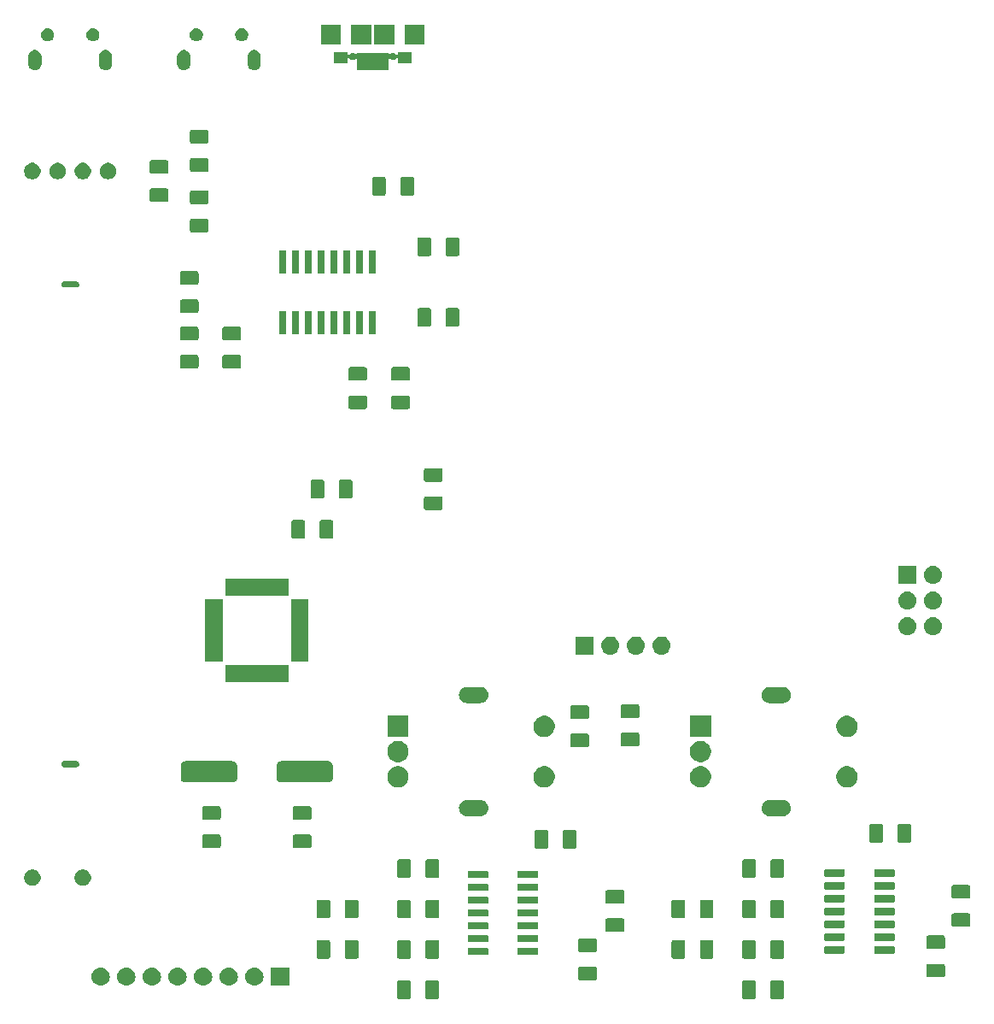
<source format=gbr>
G04 #@! TF.GenerationSoftware,KiCad,Pcbnew,(5.1.2)-2*
G04 #@! TF.CreationDate,2019-06-18T19:33:51+12:00*
G04 #@! TF.ProjectId,layout_2,6c61796f-7574-45f3-922e-6b696361645f,rev?*
G04 #@! TF.SameCoordinates,Original*
G04 #@! TF.FileFunction,Soldermask,Top*
G04 #@! TF.FilePolarity,Negative*
%FSLAX46Y46*%
G04 Gerber Fmt 4.6, Leading zero omitted, Abs format (unit mm)*
G04 Created by KiCad (PCBNEW (5.1.2)-2) date 2019-06-18 19:33:51*
%MOMM*%
%LPD*%
G04 APERTURE LIST*
%ADD10C,0.100000*%
G04 APERTURE END LIST*
D10*
G36*
X154318604Y-134878347D02*
G01*
X154355144Y-134889432D01*
X154388821Y-134907433D01*
X154418341Y-134931659D01*
X154442567Y-134961179D01*
X154460568Y-134994856D01*
X154471653Y-135031396D01*
X154476000Y-135075538D01*
X154476000Y-136524462D01*
X154471653Y-136568604D01*
X154460568Y-136605144D01*
X154442567Y-136638821D01*
X154418341Y-136668341D01*
X154388821Y-136692567D01*
X154355144Y-136710568D01*
X154318604Y-136721653D01*
X154274462Y-136726000D01*
X153325538Y-136726000D01*
X153281396Y-136721653D01*
X153244856Y-136710568D01*
X153211179Y-136692567D01*
X153181659Y-136668341D01*
X153157433Y-136638821D01*
X153139432Y-136605144D01*
X153128347Y-136568604D01*
X153124000Y-136524462D01*
X153124000Y-135075538D01*
X153128347Y-135031396D01*
X153139432Y-134994856D01*
X153157433Y-134961179D01*
X153181659Y-134931659D01*
X153211179Y-134907433D01*
X153244856Y-134889432D01*
X153281396Y-134878347D01*
X153325538Y-134874000D01*
X154274462Y-134874000D01*
X154318604Y-134878347D01*
X154318604Y-134878347D01*
G37*
G36*
X151518604Y-134878347D02*
G01*
X151555144Y-134889432D01*
X151588821Y-134907433D01*
X151618341Y-134931659D01*
X151642567Y-134961179D01*
X151660568Y-134994856D01*
X151671653Y-135031396D01*
X151676000Y-135075538D01*
X151676000Y-136524462D01*
X151671653Y-136568604D01*
X151660568Y-136605144D01*
X151642567Y-136638821D01*
X151618341Y-136668341D01*
X151588821Y-136692567D01*
X151555144Y-136710568D01*
X151518604Y-136721653D01*
X151474462Y-136726000D01*
X150525538Y-136726000D01*
X150481396Y-136721653D01*
X150444856Y-136710568D01*
X150411179Y-136692567D01*
X150381659Y-136668341D01*
X150357433Y-136638821D01*
X150339432Y-136605144D01*
X150328347Y-136568604D01*
X150324000Y-136524462D01*
X150324000Y-135075538D01*
X150328347Y-135031396D01*
X150339432Y-134994856D01*
X150357433Y-134961179D01*
X150381659Y-134931659D01*
X150411179Y-134907433D01*
X150444856Y-134889432D01*
X150481396Y-134878347D01*
X150525538Y-134874000D01*
X151474462Y-134874000D01*
X151518604Y-134878347D01*
X151518604Y-134878347D01*
G37*
G36*
X117318604Y-134878347D02*
G01*
X117355144Y-134889432D01*
X117388821Y-134907433D01*
X117418341Y-134931659D01*
X117442567Y-134961179D01*
X117460568Y-134994856D01*
X117471653Y-135031396D01*
X117476000Y-135075538D01*
X117476000Y-136524462D01*
X117471653Y-136568604D01*
X117460568Y-136605144D01*
X117442567Y-136638821D01*
X117418341Y-136668341D01*
X117388821Y-136692567D01*
X117355144Y-136710568D01*
X117318604Y-136721653D01*
X117274462Y-136726000D01*
X116325538Y-136726000D01*
X116281396Y-136721653D01*
X116244856Y-136710568D01*
X116211179Y-136692567D01*
X116181659Y-136668341D01*
X116157433Y-136638821D01*
X116139432Y-136605144D01*
X116128347Y-136568604D01*
X116124000Y-136524462D01*
X116124000Y-135075538D01*
X116128347Y-135031396D01*
X116139432Y-134994856D01*
X116157433Y-134961179D01*
X116181659Y-134931659D01*
X116211179Y-134907433D01*
X116244856Y-134889432D01*
X116281396Y-134878347D01*
X116325538Y-134874000D01*
X117274462Y-134874000D01*
X117318604Y-134878347D01*
X117318604Y-134878347D01*
G37*
G36*
X120118604Y-134878347D02*
G01*
X120155144Y-134889432D01*
X120188821Y-134907433D01*
X120218341Y-134931659D01*
X120242567Y-134961179D01*
X120260568Y-134994856D01*
X120271653Y-135031396D01*
X120276000Y-135075538D01*
X120276000Y-136524462D01*
X120271653Y-136568604D01*
X120260568Y-136605144D01*
X120242567Y-136638821D01*
X120218341Y-136668341D01*
X120188821Y-136692567D01*
X120155144Y-136710568D01*
X120118604Y-136721653D01*
X120074462Y-136726000D01*
X119125538Y-136726000D01*
X119081396Y-136721653D01*
X119044856Y-136710568D01*
X119011179Y-136692567D01*
X118981659Y-136668341D01*
X118957433Y-136638821D01*
X118939432Y-136605144D01*
X118928347Y-136568604D01*
X118924000Y-136524462D01*
X118924000Y-135075538D01*
X118928347Y-135031396D01*
X118939432Y-134994856D01*
X118957433Y-134961179D01*
X118981659Y-134931659D01*
X119011179Y-134907433D01*
X119044856Y-134889432D01*
X119081396Y-134878347D01*
X119125538Y-134874000D01*
X120074462Y-134874000D01*
X120118604Y-134878347D01*
X120118604Y-134878347D01*
G37*
G36*
X96966882Y-133603198D02*
G01*
X97056627Y-133612037D01*
X97226466Y-133663557D01*
X97382991Y-133747222D01*
X97418729Y-133776552D01*
X97520186Y-133859814D01*
X97603448Y-133961271D01*
X97632778Y-133997009D01*
X97716443Y-134153534D01*
X97767963Y-134323373D01*
X97785359Y-134500000D01*
X97767963Y-134676627D01*
X97716443Y-134846466D01*
X97632778Y-135002991D01*
X97609466Y-135031396D01*
X97520186Y-135140186D01*
X97418729Y-135223448D01*
X97382991Y-135252778D01*
X97226466Y-135336443D01*
X97056627Y-135387963D01*
X96990443Y-135394481D01*
X96924260Y-135401000D01*
X96835740Y-135401000D01*
X96769557Y-135394481D01*
X96703373Y-135387963D01*
X96533534Y-135336443D01*
X96377009Y-135252778D01*
X96341271Y-135223448D01*
X96239814Y-135140186D01*
X96150534Y-135031396D01*
X96127222Y-135002991D01*
X96043557Y-134846466D01*
X95992037Y-134676627D01*
X95974641Y-134500000D01*
X95992037Y-134323373D01*
X96043557Y-134153534D01*
X96127222Y-133997009D01*
X96156552Y-133961271D01*
X96239814Y-133859814D01*
X96341271Y-133776552D01*
X96377009Y-133747222D01*
X96533534Y-133663557D01*
X96703373Y-133612037D01*
X96793118Y-133603198D01*
X96835740Y-133599000D01*
X96924260Y-133599000D01*
X96966882Y-133603198D01*
X96966882Y-133603198D01*
G37*
G36*
X99506882Y-133603198D02*
G01*
X99596627Y-133612037D01*
X99766466Y-133663557D01*
X99922991Y-133747222D01*
X99958729Y-133776552D01*
X100060186Y-133859814D01*
X100143448Y-133961271D01*
X100172778Y-133997009D01*
X100256443Y-134153534D01*
X100307963Y-134323373D01*
X100325359Y-134500000D01*
X100307963Y-134676627D01*
X100256443Y-134846466D01*
X100172778Y-135002991D01*
X100149466Y-135031396D01*
X100060186Y-135140186D01*
X99958729Y-135223448D01*
X99922991Y-135252778D01*
X99766466Y-135336443D01*
X99596627Y-135387963D01*
X99530443Y-135394481D01*
X99464260Y-135401000D01*
X99375740Y-135401000D01*
X99309557Y-135394481D01*
X99243373Y-135387963D01*
X99073534Y-135336443D01*
X98917009Y-135252778D01*
X98881271Y-135223448D01*
X98779814Y-135140186D01*
X98690534Y-135031396D01*
X98667222Y-135002991D01*
X98583557Y-134846466D01*
X98532037Y-134676627D01*
X98514641Y-134500000D01*
X98532037Y-134323373D01*
X98583557Y-134153534D01*
X98667222Y-133997009D01*
X98696552Y-133961271D01*
X98779814Y-133859814D01*
X98881271Y-133776552D01*
X98917009Y-133747222D01*
X99073534Y-133663557D01*
X99243373Y-133612037D01*
X99333118Y-133603198D01*
X99375740Y-133599000D01*
X99464260Y-133599000D01*
X99506882Y-133603198D01*
X99506882Y-133603198D01*
G37*
G36*
X94426882Y-133603198D02*
G01*
X94516627Y-133612037D01*
X94686466Y-133663557D01*
X94842991Y-133747222D01*
X94878729Y-133776552D01*
X94980186Y-133859814D01*
X95063448Y-133961271D01*
X95092778Y-133997009D01*
X95176443Y-134153534D01*
X95227963Y-134323373D01*
X95245359Y-134500000D01*
X95227963Y-134676627D01*
X95176443Y-134846466D01*
X95092778Y-135002991D01*
X95069466Y-135031396D01*
X94980186Y-135140186D01*
X94878729Y-135223448D01*
X94842991Y-135252778D01*
X94686466Y-135336443D01*
X94516627Y-135387963D01*
X94450443Y-135394481D01*
X94384260Y-135401000D01*
X94295740Y-135401000D01*
X94229557Y-135394481D01*
X94163373Y-135387963D01*
X93993534Y-135336443D01*
X93837009Y-135252778D01*
X93801271Y-135223448D01*
X93699814Y-135140186D01*
X93610534Y-135031396D01*
X93587222Y-135002991D01*
X93503557Y-134846466D01*
X93452037Y-134676627D01*
X93434641Y-134500000D01*
X93452037Y-134323373D01*
X93503557Y-134153534D01*
X93587222Y-133997009D01*
X93616552Y-133961271D01*
X93699814Y-133859814D01*
X93801271Y-133776552D01*
X93837009Y-133747222D01*
X93993534Y-133663557D01*
X94163373Y-133612037D01*
X94253118Y-133603198D01*
X94295740Y-133599000D01*
X94384260Y-133599000D01*
X94426882Y-133603198D01*
X94426882Y-133603198D01*
G37*
G36*
X91886882Y-133603198D02*
G01*
X91976627Y-133612037D01*
X92146466Y-133663557D01*
X92302991Y-133747222D01*
X92338729Y-133776552D01*
X92440186Y-133859814D01*
X92523448Y-133961271D01*
X92552778Y-133997009D01*
X92636443Y-134153534D01*
X92687963Y-134323373D01*
X92705359Y-134500000D01*
X92687963Y-134676627D01*
X92636443Y-134846466D01*
X92552778Y-135002991D01*
X92529466Y-135031396D01*
X92440186Y-135140186D01*
X92338729Y-135223448D01*
X92302991Y-135252778D01*
X92146466Y-135336443D01*
X91976627Y-135387963D01*
X91910443Y-135394481D01*
X91844260Y-135401000D01*
X91755740Y-135401000D01*
X91689557Y-135394481D01*
X91623373Y-135387963D01*
X91453534Y-135336443D01*
X91297009Y-135252778D01*
X91261271Y-135223448D01*
X91159814Y-135140186D01*
X91070534Y-135031396D01*
X91047222Y-135002991D01*
X90963557Y-134846466D01*
X90912037Y-134676627D01*
X90894641Y-134500000D01*
X90912037Y-134323373D01*
X90963557Y-134153534D01*
X91047222Y-133997009D01*
X91076552Y-133961271D01*
X91159814Y-133859814D01*
X91261271Y-133776552D01*
X91297009Y-133747222D01*
X91453534Y-133663557D01*
X91623373Y-133612037D01*
X91713118Y-133603198D01*
X91755740Y-133599000D01*
X91844260Y-133599000D01*
X91886882Y-133603198D01*
X91886882Y-133603198D01*
G37*
G36*
X86806882Y-133603198D02*
G01*
X86896627Y-133612037D01*
X87066466Y-133663557D01*
X87222991Y-133747222D01*
X87258729Y-133776552D01*
X87360186Y-133859814D01*
X87443448Y-133961271D01*
X87472778Y-133997009D01*
X87556443Y-134153534D01*
X87607963Y-134323373D01*
X87625359Y-134500000D01*
X87607963Y-134676627D01*
X87556443Y-134846466D01*
X87472778Y-135002991D01*
X87449466Y-135031396D01*
X87360186Y-135140186D01*
X87258729Y-135223448D01*
X87222991Y-135252778D01*
X87066466Y-135336443D01*
X86896627Y-135387963D01*
X86830443Y-135394481D01*
X86764260Y-135401000D01*
X86675740Y-135401000D01*
X86609557Y-135394481D01*
X86543373Y-135387963D01*
X86373534Y-135336443D01*
X86217009Y-135252778D01*
X86181271Y-135223448D01*
X86079814Y-135140186D01*
X85990534Y-135031396D01*
X85967222Y-135002991D01*
X85883557Y-134846466D01*
X85832037Y-134676627D01*
X85814641Y-134500000D01*
X85832037Y-134323373D01*
X85883557Y-134153534D01*
X85967222Y-133997009D01*
X85996552Y-133961271D01*
X86079814Y-133859814D01*
X86181271Y-133776552D01*
X86217009Y-133747222D01*
X86373534Y-133663557D01*
X86543373Y-133612037D01*
X86633118Y-133603198D01*
X86675740Y-133599000D01*
X86764260Y-133599000D01*
X86806882Y-133603198D01*
X86806882Y-133603198D01*
G37*
G36*
X105401000Y-135401000D02*
G01*
X103599000Y-135401000D01*
X103599000Y-133599000D01*
X105401000Y-133599000D01*
X105401000Y-135401000D01*
X105401000Y-135401000D01*
G37*
G36*
X102046882Y-133603198D02*
G01*
X102136627Y-133612037D01*
X102306466Y-133663557D01*
X102462991Y-133747222D01*
X102498729Y-133776552D01*
X102600186Y-133859814D01*
X102683448Y-133961271D01*
X102712778Y-133997009D01*
X102796443Y-134153534D01*
X102847963Y-134323373D01*
X102865359Y-134500000D01*
X102847963Y-134676627D01*
X102796443Y-134846466D01*
X102712778Y-135002991D01*
X102689466Y-135031396D01*
X102600186Y-135140186D01*
X102498729Y-135223448D01*
X102462991Y-135252778D01*
X102306466Y-135336443D01*
X102136627Y-135387963D01*
X102070443Y-135394481D01*
X102004260Y-135401000D01*
X101915740Y-135401000D01*
X101849557Y-135394481D01*
X101783373Y-135387963D01*
X101613534Y-135336443D01*
X101457009Y-135252778D01*
X101421271Y-135223448D01*
X101319814Y-135140186D01*
X101230534Y-135031396D01*
X101207222Y-135002991D01*
X101123557Y-134846466D01*
X101072037Y-134676627D01*
X101054641Y-134500000D01*
X101072037Y-134323373D01*
X101123557Y-134153534D01*
X101207222Y-133997009D01*
X101236552Y-133961271D01*
X101319814Y-133859814D01*
X101421271Y-133776552D01*
X101457009Y-133747222D01*
X101613534Y-133663557D01*
X101783373Y-133612037D01*
X101873118Y-133603198D01*
X101915740Y-133599000D01*
X102004260Y-133599000D01*
X102046882Y-133603198D01*
X102046882Y-133603198D01*
G37*
G36*
X89346882Y-133603198D02*
G01*
X89436627Y-133612037D01*
X89606466Y-133663557D01*
X89762991Y-133747222D01*
X89798729Y-133776552D01*
X89900186Y-133859814D01*
X89983448Y-133961271D01*
X90012778Y-133997009D01*
X90096443Y-134153534D01*
X90147963Y-134323373D01*
X90165359Y-134500000D01*
X90147963Y-134676627D01*
X90096443Y-134846466D01*
X90012778Y-135002991D01*
X89989466Y-135031396D01*
X89900186Y-135140186D01*
X89798729Y-135223448D01*
X89762991Y-135252778D01*
X89606466Y-135336443D01*
X89436627Y-135387963D01*
X89370443Y-135394481D01*
X89304260Y-135401000D01*
X89215740Y-135401000D01*
X89149557Y-135394481D01*
X89083373Y-135387963D01*
X88913534Y-135336443D01*
X88757009Y-135252778D01*
X88721271Y-135223448D01*
X88619814Y-135140186D01*
X88530534Y-135031396D01*
X88507222Y-135002991D01*
X88423557Y-134846466D01*
X88372037Y-134676627D01*
X88354641Y-134500000D01*
X88372037Y-134323373D01*
X88423557Y-134153534D01*
X88507222Y-133997009D01*
X88536552Y-133961271D01*
X88619814Y-133859814D01*
X88721271Y-133776552D01*
X88757009Y-133747222D01*
X88913534Y-133663557D01*
X89083373Y-133612037D01*
X89173118Y-133603198D01*
X89215740Y-133599000D01*
X89304260Y-133599000D01*
X89346882Y-133603198D01*
X89346882Y-133603198D01*
G37*
G36*
X135768604Y-133528347D02*
G01*
X135805144Y-133539432D01*
X135838821Y-133557433D01*
X135868341Y-133581659D01*
X135892567Y-133611179D01*
X135910568Y-133644856D01*
X135921653Y-133681396D01*
X135926000Y-133725538D01*
X135926000Y-134674462D01*
X135921653Y-134718604D01*
X135910568Y-134755144D01*
X135892567Y-134788821D01*
X135868341Y-134818341D01*
X135838821Y-134842567D01*
X135805144Y-134860568D01*
X135768604Y-134871653D01*
X135724462Y-134876000D01*
X134275538Y-134876000D01*
X134231396Y-134871653D01*
X134194856Y-134860568D01*
X134161179Y-134842567D01*
X134131659Y-134818341D01*
X134107433Y-134788821D01*
X134089432Y-134755144D01*
X134078347Y-134718604D01*
X134074000Y-134674462D01*
X134074000Y-133725538D01*
X134078347Y-133681396D01*
X134089432Y-133644856D01*
X134107433Y-133611179D01*
X134131659Y-133581659D01*
X134161179Y-133557433D01*
X134194856Y-133539432D01*
X134231396Y-133528347D01*
X134275538Y-133524000D01*
X135724462Y-133524000D01*
X135768604Y-133528347D01*
X135768604Y-133528347D01*
G37*
G36*
X170268604Y-133228347D02*
G01*
X170305144Y-133239432D01*
X170338821Y-133257433D01*
X170368341Y-133281659D01*
X170392567Y-133311179D01*
X170410568Y-133344856D01*
X170421653Y-133381396D01*
X170426000Y-133425538D01*
X170426000Y-134374462D01*
X170421653Y-134418604D01*
X170410568Y-134455144D01*
X170392567Y-134488821D01*
X170368341Y-134518341D01*
X170338821Y-134542567D01*
X170305144Y-134560568D01*
X170268604Y-134571653D01*
X170224462Y-134576000D01*
X168775538Y-134576000D01*
X168731396Y-134571653D01*
X168694856Y-134560568D01*
X168661179Y-134542567D01*
X168631659Y-134518341D01*
X168607433Y-134488821D01*
X168589432Y-134455144D01*
X168578347Y-134418604D01*
X168574000Y-134374462D01*
X168574000Y-133425538D01*
X168578347Y-133381396D01*
X168589432Y-133344856D01*
X168607433Y-133311179D01*
X168631659Y-133281659D01*
X168661179Y-133257433D01*
X168694856Y-133239432D01*
X168731396Y-133228347D01*
X168775538Y-133224000D01*
X170224462Y-133224000D01*
X170268604Y-133228347D01*
X170268604Y-133228347D01*
G37*
G36*
X144518604Y-130878347D02*
G01*
X144555144Y-130889432D01*
X144588821Y-130907433D01*
X144618341Y-130931659D01*
X144642567Y-130961179D01*
X144660568Y-130994856D01*
X144671653Y-131031396D01*
X144676000Y-131075538D01*
X144676000Y-132524462D01*
X144671653Y-132568604D01*
X144660568Y-132605144D01*
X144642567Y-132638821D01*
X144618341Y-132668341D01*
X144588821Y-132692567D01*
X144555144Y-132710568D01*
X144518604Y-132721653D01*
X144474462Y-132726000D01*
X143525538Y-132726000D01*
X143481396Y-132721653D01*
X143444856Y-132710568D01*
X143411179Y-132692567D01*
X143381659Y-132668341D01*
X143357433Y-132638821D01*
X143339432Y-132605144D01*
X143328347Y-132568604D01*
X143324000Y-132524462D01*
X143324000Y-131075538D01*
X143328347Y-131031396D01*
X143339432Y-130994856D01*
X143357433Y-130961179D01*
X143381659Y-130931659D01*
X143411179Y-130907433D01*
X143444856Y-130889432D01*
X143481396Y-130878347D01*
X143525538Y-130874000D01*
X144474462Y-130874000D01*
X144518604Y-130878347D01*
X144518604Y-130878347D01*
G37*
G36*
X117318604Y-130878347D02*
G01*
X117355144Y-130889432D01*
X117388821Y-130907433D01*
X117418341Y-130931659D01*
X117442567Y-130961179D01*
X117460568Y-130994856D01*
X117471653Y-131031396D01*
X117476000Y-131075538D01*
X117476000Y-132524462D01*
X117471653Y-132568604D01*
X117460568Y-132605144D01*
X117442567Y-132638821D01*
X117418341Y-132668341D01*
X117388821Y-132692567D01*
X117355144Y-132710568D01*
X117318604Y-132721653D01*
X117274462Y-132726000D01*
X116325538Y-132726000D01*
X116281396Y-132721653D01*
X116244856Y-132710568D01*
X116211179Y-132692567D01*
X116181659Y-132668341D01*
X116157433Y-132638821D01*
X116139432Y-132605144D01*
X116128347Y-132568604D01*
X116124000Y-132524462D01*
X116124000Y-131075538D01*
X116128347Y-131031396D01*
X116139432Y-130994856D01*
X116157433Y-130961179D01*
X116181659Y-130931659D01*
X116211179Y-130907433D01*
X116244856Y-130889432D01*
X116281396Y-130878347D01*
X116325538Y-130874000D01*
X117274462Y-130874000D01*
X117318604Y-130878347D01*
X117318604Y-130878347D01*
G37*
G36*
X109318604Y-130878347D02*
G01*
X109355144Y-130889432D01*
X109388821Y-130907433D01*
X109418341Y-130931659D01*
X109442567Y-130961179D01*
X109460568Y-130994856D01*
X109471653Y-131031396D01*
X109476000Y-131075538D01*
X109476000Y-132524462D01*
X109471653Y-132568604D01*
X109460568Y-132605144D01*
X109442567Y-132638821D01*
X109418341Y-132668341D01*
X109388821Y-132692567D01*
X109355144Y-132710568D01*
X109318604Y-132721653D01*
X109274462Y-132726000D01*
X108325538Y-132726000D01*
X108281396Y-132721653D01*
X108244856Y-132710568D01*
X108211179Y-132692567D01*
X108181659Y-132668341D01*
X108157433Y-132638821D01*
X108139432Y-132605144D01*
X108128347Y-132568604D01*
X108124000Y-132524462D01*
X108124000Y-131075538D01*
X108128347Y-131031396D01*
X108139432Y-130994856D01*
X108157433Y-130961179D01*
X108181659Y-130931659D01*
X108211179Y-130907433D01*
X108244856Y-130889432D01*
X108281396Y-130878347D01*
X108325538Y-130874000D01*
X109274462Y-130874000D01*
X109318604Y-130878347D01*
X109318604Y-130878347D01*
G37*
G36*
X112118604Y-130878347D02*
G01*
X112155144Y-130889432D01*
X112188821Y-130907433D01*
X112218341Y-130931659D01*
X112242567Y-130961179D01*
X112260568Y-130994856D01*
X112271653Y-131031396D01*
X112276000Y-131075538D01*
X112276000Y-132524462D01*
X112271653Y-132568604D01*
X112260568Y-132605144D01*
X112242567Y-132638821D01*
X112218341Y-132668341D01*
X112188821Y-132692567D01*
X112155144Y-132710568D01*
X112118604Y-132721653D01*
X112074462Y-132726000D01*
X111125538Y-132726000D01*
X111081396Y-132721653D01*
X111044856Y-132710568D01*
X111011179Y-132692567D01*
X110981659Y-132668341D01*
X110957433Y-132638821D01*
X110939432Y-132605144D01*
X110928347Y-132568604D01*
X110924000Y-132524462D01*
X110924000Y-131075538D01*
X110928347Y-131031396D01*
X110939432Y-130994856D01*
X110957433Y-130961179D01*
X110981659Y-130931659D01*
X111011179Y-130907433D01*
X111044856Y-130889432D01*
X111081396Y-130878347D01*
X111125538Y-130874000D01*
X112074462Y-130874000D01*
X112118604Y-130878347D01*
X112118604Y-130878347D01*
G37*
G36*
X154318604Y-130878347D02*
G01*
X154355144Y-130889432D01*
X154388821Y-130907433D01*
X154418341Y-130931659D01*
X154442567Y-130961179D01*
X154460568Y-130994856D01*
X154471653Y-131031396D01*
X154476000Y-131075538D01*
X154476000Y-132524462D01*
X154471653Y-132568604D01*
X154460568Y-132605144D01*
X154442567Y-132638821D01*
X154418341Y-132668341D01*
X154388821Y-132692567D01*
X154355144Y-132710568D01*
X154318604Y-132721653D01*
X154274462Y-132726000D01*
X153325538Y-132726000D01*
X153281396Y-132721653D01*
X153244856Y-132710568D01*
X153211179Y-132692567D01*
X153181659Y-132668341D01*
X153157433Y-132638821D01*
X153139432Y-132605144D01*
X153128347Y-132568604D01*
X153124000Y-132524462D01*
X153124000Y-131075538D01*
X153128347Y-131031396D01*
X153139432Y-130994856D01*
X153157433Y-130961179D01*
X153181659Y-130931659D01*
X153211179Y-130907433D01*
X153244856Y-130889432D01*
X153281396Y-130878347D01*
X153325538Y-130874000D01*
X154274462Y-130874000D01*
X154318604Y-130878347D01*
X154318604Y-130878347D01*
G37*
G36*
X151518604Y-130878347D02*
G01*
X151555144Y-130889432D01*
X151588821Y-130907433D01*
X151618341Y-130931659D01*
X151642567Y-130961179D01*
X151660568Y-130994856D01*
X151671653Y-131031396D01*
X151676000Y-131075538D01*
X151676000Y-132524462D01*
X151671653Y-132568604D01*
X151660568Y-132605144D01*
X151642567Y-132638821D01*
X151618341Y-132668341D01*
X151588821Y-132692567D01*
X151555144Y-132710568D01*
X151518604Y-132721653D01*
X151474462Y-132726000D01*
X150525538Y-132726000D01*
X150481396Y-132721653D01*
X150444856Y-132710568D01*
X150411179Y-132692567D01*
X150381659Y-132668341D01*
X150357433Y-132638821D01*
X150339432Y-132605144D01*
X150328347Y-132568604D01*
X150324000Y-132524462D01*
X150324000Y-131075538D01*
X150328347Y-131031396D01*
X150339432Y-130994856D01*
X150357433Y-130961179D01*
X150381659Y-130931659D01*
X150411179Y-130907433D01*
X150444856Y-130889432D01*
X150481396Y-130878347D01*
X150525538Y-130874000D01*
X151474462Y-130874000D01*
X151518604Y-130878347D01*
X151518604Y-130878347D01*
G37*
G36*
X120118604Y-130878347D02*
G01*
X120155144Y-130889432D01*
X120188821Y-130907433D01*
X120218341Y-130931659D01*
X120242567Y-130961179D01*
X120260568Y-130994856D01*
X120271653Y-131031396D01*
X120276000Y-131075538D01*
X120276000Y-132524462D01*
X120271653Y-132568604D01*
X120260568Y-132605144D01*
X120242567Y-132638821D01*
X120218341Y-132668341D01*
X120188821Y-132692567D01*
X120155144Y-132710568D01*
X120118604Y-132721653D01*
X120074462Y-132726000D01*
X119125538Y-132726000D01*
X119081396Y-132721653D01*
X119044856Y-132710568D01*
X119011179Y-132692567D01*
X118981659Y-132668341D01*
X118957433Y-132638821D01*
X118939432Y-132605144D01*
X118928347Y-132568604D01*
X118924000Y-132524462D01*
X118924000Y-131075538D01*
X118928347Y-131031396D01*
X118939432Y-130994856D01*
X118957433Y-130961179D01*
X118981659Y-130931659D01*
X119011179Y-130907433D01*
X119044856Y-130889432D01*
X119081396Y-130878347D01*
X119125538Y-130874000D01*
X120074462Y-130874000D01*
X120118604Y-130878347D01*
X120118604Y-130878347D01*
G37*
G36*
X147318604Y-130878347D02*
G01*
X147355144Y-130889432D01*
X147388821Y-130907433D01*
X147418341Y-130931659D01*
X147442567Y-130961179D01*
X147460568Y-130994856D01*
X147471653Y-131031396D01*
X147476000Y-131075538D01*
X147476000Y-132524462D01*
X147471653Y-132568604D01*
X147460568Y-132605144D01*
X147442567Y-132638821D01*
X147418341Y-132668341D01*
X147388821Y-132692567D01*
X147355144Y-132710568D01*
X147318604Y-132721653D01*
X147274462Y-132726000D01*
X146325538Y-132726000D01*
X146281396Y-132721653D01*
X146244856Y-132710568D01*
X146211179Y-132692567D01*
X146181659Y-132668341D01*
X146157433Y-132638821D01*
X146139432Y-132605144D01*
X146128347Y-132568604D01*
X146124000Y-132524462D01*
X146124000Y-131075538D01*
X146128347Y-131031396D01*
X146139432Y-130994856D01*
X146157433Y-130961179D01*
X146181659Y-130931659D01*
X146211179Y-130907433D01*
X146244856Y-130889432D01*
X146281396Y-130878347D01*
X146325538Y-130874000D01*
X147274462Y-130874000D01*
X147318604Y-130878347D01*
X147318604Y-130878347D01*
G37*
G36*
X125059928Y-131661764D02*
G01*
X125081009Y-131668160D01*
X125100445Y-131678548D01*
X125117476Y-131692524D01*
X125131452Y-131709555D01*
X125141840Y-131728991D01*
X125148236Y-131750072D01*
X125151000Y-131778140D01*
X125151000Y-132241860D01*
X125148236Y-132269928D01*
X125141840Y-132291009D01*
X125131452Y-132310445D01*
X125117476Y-132327476D01*
X125100445Y-132341452D01*
X125081009Y-132351840D01*
X125059928Y-132358236D01*
X125031860Y-132361000D01*
X123218140Y-132361000D01*
X123190072Y-132358236D01*
X123168991Y-132351840D01*
X123149555Y-132341452D01*
X123132524Y-132327476D01*
X123118548Y-132310445D01*
X123108160Y-132291009D01*
X123101764Y-132269928D01*
X123099000Y-132241860D01*
X123099000Y-131778140D01*
X123101764Y-131750072D01*
X123108160Y-131728991D01*
X123118548Y-131709555D01*
X123132524Y-131692524D01*
X123149555Y-131678548D01*
X123168991Y-131668160D01*
X123190072Y-131661764D01*
X123218140Y-131659000D01*
X125031860Y-131659000D01*
X125059928Y-131661764D01*
X125059928Y-131661764D01*
G37*
G36*
X130009928Y-131661764D02*
G01*
X130031009Y-131668160D01*
X130050445Y-131678548D01*
X130067476Y-131692524D01*
X130081452Y-131709555D01*
X130091840Y-131728991D01*
X130098236Y-131750072D01*
X130101000Y-131778140D01*
X130101000Y-132241860D01*
X130098236Y-132269928D01*
X130091840Y-132291009D01*
X130081452Y-132310445D01*
X130067476Y-132327476D01*
X130050445Y-132341452D01*
X130031009Y-132351840D01*
X130009928Y-132358236D01*
X129981860Y-132361000D01*
X128168140Y-132361000D01*
X128140072Y-132358236D01*
X128118991Y-132351840D01*
X128099555Y-132341452D01*
X128082524Y-132327476D01*
X128068548Y-132310445D01*
X128058160Y-132291009D01*
X128051764Y-132269928D01*
X128049000Y-132241860D01*
X128049000Y-131778140D01*
X128051764Y-131750072D01*
X128058160Y-131728991D01*
X128068548Y-131709555D01*
X128082524Y-131692524D01*
X128099555Y-131678548D01*
X128118991Y-131668160D01*
X128140072Y-131661764D01*
X128168140Y-131659000D01*
X129981860Y-131659000D01*
X130009928Y-131661764D01*
X130009928Y-131661764D01*
G37*
G36*
X160409928Y-131511764D02*
G01*
X160431009Y-131518160D01*
X160450445Y-131528548D01*
X160467476Y-131542524D01*
X160481452Y-131559555D01*
X160491840Y-131578991D01*
X160498236Y-131600072D01*
X160501000Y-131628140D01*
X160501000Y-132091860D01*
X160498236Y-132119928D01*
X160491840Y-132141009D01*
X160481452Y-132160445D01*
X160467476Y-132177476D01*
X160450445Y-132191452D01*
X160431009Y-132201840D01*
X160409928Y-132208236D01*
X160381860Y-132211000D01*
X158568140Y-132211000D01*
X158540072Y-132208236D01*
X158518991Y-132201840D01*
X158499555Y-132191452D01*
X158482524Y-132177476D01*
X158468548Y-132160445D01*
X158458160Y-132141009D01*
X158451764Y-132119928D01*
X158449000Y-132091860D01*
X158449000Y-131628140D01*
X158451764Y-131600072D01*
X158458160Y-131578991D01*
X158468548Y-131559555D01*
X158482524Y-131542524D01*
X158499555Y-131528548D01*
X158518991Y-131518160D01*
X158540072Y-131511764D01*
X158568140Y-131509000D01*
X160381860Y-131509000D01*
X160409928Y-131511764D01*
X160409928Y-131511764D01*
G37*
G36*
X165359928Y-131511764D02*
G01*
X165381009Y-131518160D01*
X165400445Y-131528548D01*
X165417476Y-131542524D01*
X165431452Y-131559555D01*
X165441840Y-131578991D01*
X165448236Y-131600072D01*
X165451000Y-131628140D01*
X165451000Y-132091860D01*
X165448236Y-132119928D01*
X165441840Y-132141009D01*
X165431452Y-132160445D01*
X165417476Y-132177476D01*
X165400445Y-132191452D01*
X165381009Y-132201840D01*
X165359928Y-132208236D01*
X165331860Y-132211000D01*
X163518140Y-132211000D01*
X163490072Y-132208236D01*
X163468991Y-132201840D01*
X163449555Y-132191452D01*
X163432524Y-132177476D01*
X163418548Y-132160445D01*
X163408160Y-132141009D01*
X163401764Y-132119928D01*
X163399000Y-132091860D01*
X163399000Y-131628140D01*
X163401764Y-131600072D01*
X163408160Y-131578991D01*
X163418548Y-131559555D01*
X163432524Y-131542524D01*
X163449555Y-131528548D01*
X163468991Y-131518160D01*
X163490072Y-131511764D01*
X163518140Y-131509000D01*
X165331860Y-131509000D01*
X165359928Y-131511764D01*
X165359928Y-131511764D01*
G37*
G36*
X135768604Y-130728347D02*
G01*
X135805144Y-130739432D01*
X135838821Y-130757433D01*
X135868341Y-130781659D01*
X135892567Y-130811179D01*
X135910568Y-130844856D01*
X135921653Y-130881396D01*
X135926000Y-130925538D01*
X135926000Y-131874462D01*
X135921653Y-131918604D01*
X135910568Y-131955144D01*
X135892567Y-131988821D01*
X135868341Y-132018341D01*
X135838821Y-132042567D01*
X135805144Y-132060568D01*
X135768604Y-132071653D01*
X135724462Y-132076000D01*
X134275538Y-132076000D01*
X134231396Y-132071653D01*
X134194856Y-132060568D01*
X134161179Y-132042567D01*
X134131659Y-132018341D01*
X134107433Y-131988821D01*
X134089432Y-131955144D01*
X134078347Y-131918604D01*
X134074000Y-131874462D01*
X134074000Y-130925538D01*
X134078347Y-130881396D01*
X134089432Y-130844856D01*
X134107433Y-130811179D01*
X134131659Y-130781659D01*
X134161179Y-130757433D01*
X134194856Y-130739432D01*
X134231396Y-130728347D01*
X134275538Y-130724000D01*
X135724462Y-130724000D01*
X135768604Y-130728347D01*
X135768604Y-130728347D01*
G37*
G36*
X170268604Y-130428347D02*
G01*
X170305144Y-130439432D01*
X170338821Y-130457433D01*
X170368341Y-130481659D01*
X170392567Y-130511179D01*
X170410568Y-130544856D01*
X170421653Y-130581396D01*
X170426000Y-130625538D01*
X170426000Y-131574462D01*
X170421653Y-131618604D01*
X170410568Y-131655144D01*
X170392567Y-131688821D01*
X170368341Y-131718341D01*
X170338821Y-131742567D01*
X170305144Y-131760568D01*
X170268604Y-131771653D01*
X170224462Y-131776000D01*
X168775538Y-131776000D01*
X168731396Y-131771653D01*
X168694856Y-131760568D01*
X168661179Y-131742567D01*
X168631659Y-131718341D01*
X168607433Y-131688821D01*
X168589432Y-131655144D01*
X168578347Y-131618604D01*
X168574000Y-131574462D01*
X168574000Y-130625538D01*
X168578347Y-130581396D01*
X168589432Y-130544856D01*
X168607433Y-130511179D01*
X168631659Y-130481659D01*
X168661179Y-130457433D01*
X168694856Y-130439432D01*
X168731396Y-130428347D01*
X168775538Y-130424000D01*
X170224462Y-130424000D01*
X170268604Y-130428347D01*
X170268604Y-130428347D01*
G37*
G36*
X130009928Y-130391764D02*
G01*
X130031009Y-130398160D01*
X130050445Y-130408548D01*
X130067476Y-130422524D01*
X130081452Y-130439555D01*
X130091840Y-130458991D01*
X130098236Y-130480072D01*
X130101000Y-130508140D01*
X130101000Y-130971860D01*
X130098236Y-130999928D01*
X130091840Y-131021009D01*
X130081452Y-131040445D01*
X130067476Y-131057476D01*
X130050445Y-131071452D01*
X130031009Y-131081840D01*
X130009928Y-131088236D01*
X129981860Y-131091000D01*
X128168140Y-131091000D01*
X128140072Y-131088236D01*
X128118991Y-131081840D01*
X128099555Y-131071452D01*
X128082524Y-131057476D01*
X128068548Y-131040445D01*
X128058160Y-131021009D01*
X128051764Y-130999928D01*
X128049000Y-130971860D01*
X128049000Y-130508140D01*
X128051764Y-130480072D01*
X128058160Y-130458991D01*
X128068548Y-130439555D01*
X128082524Y-130422524D01*
X128099555Y-130408548D01*
X128118991Y-130398160D01*
X128140072Y-130391764D01*
X128168140Y-130389000D01*
X129981860Y-130389000D01*
X130009928Y-130391764D01*
X130009928Y-130391764D01*
G37*
G36*
X125059928Y-130391764D02*
G01*
X125081009Y-130398160D01*
X125100445Y-130408548D01*
X125117476Y-130422524D01*
X125131452Y-130439555D01*
X125141840Y-130458991D01*
X125148236Y-130480072D01*
X125151000Y-130508140D01*
X125151000Y-130971860D01*
X125148236Y-130999928D01*
X125141840Y-131021009D01*
X125131452Y-131040445D01*
X125117476Y-131057476D01*
X125100445Y-131071452D01*
X125081009Y-131081840D01*
X125059928Y-131088236D01*
X125031860Y-131091000D01*
X123218140Y-131091000D01*
X123190072Y-131088236D01*
X123168991Y-131081840D01*
X123149555Y-131071452D01*
X123132524Y-131057476D01*
X123118548Y-131040445D01*
X123108160Y-131021009D01*
X123101764Y-130999928D01*
X123099000Y-130971860D01*
X123099000Y-130508140D01*
X123101764Y-130480072D01*
X123108160Y-130458991D01*
X123118548Y-130439555D01*
X123132524Y-130422524D01*
X123149555Y-130408548D01*
X123168991Y-130398160D01*
X123190072Y-130391764D01*
X123218140Y-130389000D01*
X125031860Y-130389000D01*
X125059928Y-130391764D01*
X125059928Y-130391764D01*
G37*
G36*
X165359928Y-130241764D02*
G01*
X165381009Y-130248160D01*
X165400445Y-130258548D01*
X165417476Y-130272524D01*
X165431452Y-130289555D01*
X165441840Y-130308991D01*
X165448236Y-130330072D01*
X165451000Y-130358140D01*
X165451000Y-130821860D01*
X165448236Y-130849928D01*
X165441840Y-130871009D01*
X165431452Y-130890445D01*
X165417476Y-130907476D01*
X165400445Y-130921452D01*
X165381009Y-130931840D01*
X165359928Y-130938236D01*
X165331860Y-130941000D01*
X163518140Y-130941000D01*
X163490072Y-130938236D01*
X163468991Y-130931840D01*
X163449555Y-130921452D01*
X163432524Y-130907476D01*
X163418548Y-130890445D01*
X163408160Y-130871009D01*
X163401764Y-130849928D01*
X163399000Y-130821860D01*
X163399000Y-130358140D01*
X163401764Y-130330072D01*
X163408160Y-130308991D01*
X163418548Y-130289555D01*
X163432524Y-130272524D01*
X163449555Y-130258548D01*
X163468991Y-130248160D01*
X163490072Y-130241764D01*
X163518140Y-130239000D01*
X165331860Y-130239000D01*
X165359928Y-130241764D01*
X165359928Y-130241764D01*
G37*
G36*
X160409928Y-130241764D02*
G01*
X160431009Y-130248160D01*
X160450445Y-130258548D01*
X160467476Y-130272524D01*
X160481452Y-130289555D01*
X160491840Y-130308991D01*
X160498236Y-130330072D01*
X160501000Y-130358140D01*
X160501000Y-130821860D01*
X160498236Y-130849928D01*
X160491840Y-130871009D01*
X160481452Y-130890445D01*
X160467476Y-130907476D01*
X160450445Y-130921452D01*
X160431009Y-130931840D01*
X160409928Y-130938236D01*
X160381860Y-130941000D01*
X158568140Y-130941000D01*
X158540072Y-130938236D01*
X158518991Y-130931840D01*
X158499555Y-130921452D01*
X158482524Y-130907476D01*
X158468548Y-130890445D01*
X158458160Y-130871009D01*
X158451764Y-130849928D01*
X158449000Y-130821860D01*
X158449000Y-130358140D01*
X158451764Y-130330072D01*
X158458160Y-130308991D01*
X158468548Y-130289555D01*
X158482524Y-130272524D01*
X158499555Y-130258548D01*
X158518991Y-130248160D01*
X158540072Y-130241764D01*
X158568140Y-130239000D01*
X160381860Y-130239000D01*
X160409928Y-130241764D01*
X160409928Y-130241764D01*
G37*
G36*
X138468604Y-128728347D02*
G01*
X138505144Y-128739432D01*
X138538821Y-128757433D01*
X138568341Y-128781659D01*
X138592567Y-128811179D01*
X138610568Y-128844856D01*
X138621653Y-128881396D01*
X138626000Y-128925538D01*
X138626000Y-129874462D01*
X138621653Y-129918604D01*
X138610568Y-129955144D01*
X138592567Y-129988821D01*
X138568341Y-130018341D01*
X138538821Y-130042567D01*
X138505144Y-130060568D01*
X138468604Y-130071653D01*
X138424462Y-130076000D01*
X136975538Y-130076000D01*
X136931396Y-130071653D01*
X136894856Y-130060568D01*
X136861179Y-130042567D01*
X136831659Y-130018341D01*
X136807433Y-129988821D01*
X136789432Y-129955144D01*
X136778347Y-129918604D01*
X136774000Y-129874462D01*
X136774000Y-128925538D01*
X136778347Y-128881396D01*
X136789432Y-128844856D01*
X136807433Y-128811179D01*
X136831659Y-128781659D01*
X136861179Y-128757433D01*
X136894856Y-128739432D01*
X136931396Y-128728347D01*
X136975538Y-128724000D01*
X138424462Y-128724000D01*
X138468604Y-128728347D01*
X138468604Y-128728347D01*
G37*
G36*
X125059928Y-129121764D02*
G01*
X125081009Y-129128160D01*
X125100445Y-129138548D01*
X125117476Y-129152524D01*
X125131452Y-129169555D01*
X125141840Y-129188991D01*
X125148236Y-129210072D01*
X125151000Y-129238140D01*
X125151000Y-129701860D01*
X125148236Y-129729928D01*
X125141840Y-129751009D01*
X125131452Y-129770445D01*
X125117476Y-129787476D01*
X125100445Y-129801452D01*
X125081009Y-129811840D01*
X125059928Y-129818236D01*
X125031860Y-129821000D01*
X123218140Y-129821000D01*
X123190072Y-129818236D01*
X123168991Y-129811840D01*
X123149555Y-129801452D01*
X123132524Y-129787476D01*
X123118548Y-129770445D01*
X123108160Y-129751009D01*
X123101764Y-129729928D01*
X123099000Y-129701860D01*
X123099000Y-129238140D01*
X123101764Y-129210072D01*
X123108160Y-129188991D01*
X123118548Y-129169555D01*
X123132524Y-129152524D01*
X123149555Y-129138548D01*
X123168991Y-129128160D01*
X123190072Y-129121764D01*
X123218140Y-129119000D01*
X125031860Y-129119000D01*
X125059928Y-129121764D01*
X125059928Y-129121764D01*
G37*
G36*
X130009928Y-129121764D02*
G01*
X130031009Y-129128160D01*
X130050445Y-129138548D01*
X130067476Y-129152524D01*
X130081452Y-129169555D01*
X130091840Y-129188991D01*
X130098236Y-129210072D01*
X130101000Y-129238140D01*
X130101000Y-129701860D01*
X130098236Y-129729928D01*
X130091840Y-129751009D01*
X130081452Y-129770445D01*
X130067476Y-129787476D01*
X130050445Y-129801452D01*
X130031009Y-129811840D01*
X130009928Y-129818236D01*
X129981860Y-129821000D01*
X128168140Y-129821000D01*
X128140072Y-129818236D01*
X128118991Y-129811840D01*
X128099555Y-129801452D01*
X128082524Y-129787476D01*
X128068548Y-129770445D01*
X128058160Y-129751009D01*
X128051764Y-129729928D01*
X128049000Y-129701860D01*
X128049000Y-129238140D01*
X128051764Y-129210072D01*
X128058160Y-129188991D01*
X128068548Y-129169555D01*
X128082524Y-129152524D01*
X128099555Y-129138548D01*
X128118991Y-129128160D01*
X128140072Y-129121764D01*
X128168140Y-129119000D01*
X129981860Y-129119000D01*
X130009928Y-129121764D01*
X130009928Y-129121764D01*
G37*
G36*
X160409928Y-128971764D02*
G01*
X160431009Y-128978160D01*
X160450445Y-128988548D01*
X160467476Y-129002524D01*
X160481452Y-129019555D01*
X160491840Y-129038991D01*
X160498236Y-129060072D01*
X160501000Y-129088140D01*
X160501000Y-129551860D01*
X160498236Y-129579928D01*
X160491840Y-129601009D01*
X160481452Y-129620445D01*
X160467476Y-129637476D01*
X160450445Y-129651452D01*
X160431009Y-129661840D01*
X160409928Y-129668236D01*
X160381860Y-129671000D01*
X158568140Y-129671000D01*
X158540072Y-129668236D01*
X158518991Y-129661840D01*
X158499555Y-129651452D01*
X158482524Y-129637476D01*
X158468548Y-129620445D01*
X158458160Y-129601009D01*
X158451764Y-129579928D01*
X158449000Y-129551860D01*
X158449000Y-129088140D01*
X158451764Y-129060072D01*
X158458160Y-129038991D01*
X158468548Y-129019555D01*
X158482524Y-129002524D01*
X158499555Y-128988548D01*
X158518991Y-128978160D01*
X158540072Y-128971764D01*
X158568140Y-128969000D01*
X160381860Y-128969000D01*
X160409928Y-128971764D01*
X160409928Y-128971764D01*
G37*
G36*
X165359928Y-128971764D02*
G01*
X165381009Y-128978160D01*
X165400445Y-128988548D01*
X165417476Y-129002524D01*
X165431452Y-129019555D01*
X165441840Y-129038991D01*
X165448236Y-129060072D01*
X165451000Y-129088140D01*
X165451000Y-129551860D01*
X165448236Y-129579928D01*
X165441840Y-129601009D01*
X165431452Y-129620445D01*
X165417476Y-129637476D01*
X165400445Y-129651452D01*
X165381009Y-129661840D01*
X165359928Y-129668236D01*
X165331860Y-129671000D01*
X163518140Y-129671000D01*
X163490072Y-129668236D01*
X163468991Y-129661840D01*
X163449555Y-129651452D01*
X163432524Y-129637476D01*
X163418548Y-129620445D01*
X163408160Y-129601009D01*
X163401764Y-129579928D01*
X163399000Y-129551860D01*
X163399000Y-129088140D01*
X163401764Y-129060072D01*
X163408160Y-129038991D01*
X163418548Y-129019555D01*
X163432524Y-129002524D01*
X163449555Y-128988548D01*
X163468991Y-128978160D01*
X163490072Y-128971764D01*
X163518140Y-128969000D01*
X165331860Y-128969000D01*
X165359928Y-128971764D01*
X165359928Y-128971764D01*
G37*
G36*
X172768604Y-128228347D02*
G01*
X172805144Y-128239432D01*
X172838821Y-128257433D01*
X172868341Y-128281659D01*
X172892567Y-128311179D01*
X172910568Y-128344856D01*
X172921653Y-128381396D01*
X172926000Y-128425538D01*
X172926000Y-129374462D01*
X172921653Y-129418604D01*
X172910568Y-129455144D01*
X172892567Y-129488821D01*
X172868341Y-129518341D01*
X172838821Y-129542567D01*
X172805144Y-129560568D01*
X172768604Y-129571653D01*
X172724462Y-129576000D01*
X171275538Y-129576000D01*
X171231396Y-129571653D01*
X171194856Y-129560568D01*
X171161179Y-129542567D01*
X171131659Y-129518341D01*
X171107433Y-129488821D01*
X171089432Y-129455144D01*
X171078347Y-129418604D01*
X171074000Y-129374462D01*
X171074000Y-128425538D01*
X171078347Y-128381396D01*
X171089432Y-128344856D01*
X171107433Y-128311179D01*
X171131659Y-128281659D01*
X171161179Y-128257433D01*
X171194856Y-128239432D01*
X171231396Y-128228347D01*
X171275538Y-128224000D01*
X172724462Y-128224000D01*
X172768604Y-128228347D01*
X172768604Y-128228347D01*
G37*
G36*
X112118604Y-126878347D02*
G01*
X112155144Y-126889432D01*
X112188821Y-126907433D01*
X112218341Y-126931659D01*
X112242567Y-126961179D01*
X112260568Y-126994856D01*
X112271653Y-127031396D01*
X112276000Y-127075538D01*
X112276000Y-128524462D01*
X112271653Y-128568604D01*
X112260568Y-128605144D01*
X112242567Y-128638821D01*
X112218341Y-128668341D01*
X112188821Y-128692567D01*
X112155144Y-128710568D01*
X112118604Y-128721653D01*
X112074462Y-128726000D01*
X111125538Y-128726000D01*
X111081396Y-128721653D01*
X111044856Y-128710568D01*
X111011179Y-128692567D01*
X110981659Y-128668341D01*
X110957433Y-128638821D01*
X110939432Y-128605144D01*
X110928347Y-128568604D01*
X110924000Y-128524462D01*
X110924000Y-127075538D01*
X110928347Y-127031396D01*
X110939432Y-126994856D01*
X110957433Y-126961179D01*
X110981659Y-126931659D01*
X111011179Y-126907433D01*
X111044856Y-126889432D01*
X111081396Y-126878347D01*
X111125538Y-126874000D01*
X112074462Y-126874000D01*
X112118604Y-126878347D01*
X112118604Y-126878347D01*
G37*
G36*
X154318604Y-126878347D02*
G01*
X154355144Y-126889432D01*
X154388821Y-126907433D01*
X154418341Y-126931659D01*
X154442567Y-126961179D01*
X154460568Y-126994856D01*
X154471653Y-127031396D01*
X154476000Y-127075538D01*
X154476000Y-128524462D01*
X154471653Y-128568604D01*
X154460568Y-128605144D01*
X154442567Y-128638821D01*
X154418341Y-128668341D01*
X154388821Y-128692567D01*
X154355144Y-128710568D01*
X154318604Y-128721653D01*
X154274462Y-128726000D01*
X153325538Y-128726000D01*
X153281396Y-128721653D01*
X153244856Y-128710568D01*
X153211179Y-128692567D01*
X153181659Y-128668341D01*
X153157433Y-128638821D01*
X153139432Y-128605144D01*
X153128347Y-128568604D01*
X153124000Y-128524462D01*
X153124000Y-127075538D01*
X153128347Y-127031396D01*
X153139432Y-126994856D01*
X153157433Y-126961179D01*
X153181659Y-126931659D01*
X153211179Y-126907433D01*
X153244856Y-126889432D01*
X153281396Y-126878347D01*
X153325538Y-126874000D01*
X154274462Y-126874000D01*
X154318604Y-126878347D01*
X154318604Y-126878347D01*
G37*
G36*
X109318604Y-126878347D02*
G01*
X109355144Y-126889432D01*
X109388821Y-126907433D01*
X109418341Y-126931659D01*
X109442567Y-126961179D01*
X109460568Y-126994856D01*
X109471653Y-127031396D01*
X109476000Y-127075538D01*
X109476000Y-128524462D01*
X109471653Y-128568604D01*
X109460568Y-128605144D01*
X109442567Y-128638821D01*
X109418341Y-128668341D01*
X109388821Y-128692567D01*
X109355144Y-128710568D01*
X109318604Y-128721653D01*
X109274462Y-128726000D01*
X108325538Y-128726000D01*
X108281396Y-128721653D01*
X108244856Y-128710568D01*
X108211179Y-128692567D01*
X108181659Y-128668341D01*
X108157433Y-128638821D01*
X108139432Y-128605144D01*
X108128347Y-128568604D01*
X108124000Y-128524462D01*
X108124000Y-127075538D01*
X108128347Y-127031396D01*
X108139432Y-126994856D01*
X108157433Y-126961179D01*
X108181659Y-126931659D01*
X108211179Y-126907433D01*
X108244856Y-126889432D01*
X108281396Y-126878347D01*
X108325538Y-126874000D01*
X109274462Y-126874000D01*
X109318604Y-126878347D01*
X109318604Y-126878347D01*
G37*
G36*
X117318604Y-126878347D02*
G01*
X117355144Y-126889432D01*
X117388821Y-126907433D01*
X117418341Y-126931659D01*
X117442567Y-126961179D01*
X117460568Y-126994856D01*
X117471653Y-127031396D01*
X117476000Y-127075538D01*
X117476000Y-128524462D01*
X117471653Y-128568604D01*
X117460568Y-128605144D01*
X117442567Y-128638821D01*
X117418341Y-128668341D01*
X117388821Y-128692567D01*
X117355144Y-128710568D01*
X117318604Y-128721653D01*
X117274462Y-128726000D01*
X116325538Y-128726000D01*
X116281396Y-128721653D01*
X116244856Y-128710568D01*
X116211179Y-128692567D01*
X116181659Y-128668341D01*
X116157433Y-128638821D01*
X116139432Y-128605144D01*
X116128347Y-128568604D01*
X116124000Y-128524462D01*
X116124000Y-127075538D01*
X116128347Y-127031396D01*
X116139432Y-126994856D01*
X116157433Y-126961179D01*
X116181659Y-126931659D01*
X116211179Y-126907433D01*
X116244856Y-126889432D01*
X116281396Y-126878347D01*
X116325538Y-126874000D01*
X117274462Y-126874000D01*
X117318604Y-126878347D01*
X117318604Y-126878347D01*
G37*
G36*
X120118604Y-126878347D02*
G01*
X120155144Y-126889432D01*
X120188821Y-126907433D01*
X120218341Y-126931659D01*
X120242567Y-126961179D01*
X120260568Y-126994856D01*
X120271653Y-127031396D01*
X120276000Y-127075538D01*
X120276000Y-128524462D01*
X120271653Y-128568604D01*
X120260568Y-128605144D01*
X120242567Y-128638821D01*
X120218341Y-128668341D01*
X120188821Y-128692567D01*
X120155144Y-128710568D01*
X120118604Y-128721653D01*
X120074462Y-128726000D01*
X119125538Y-128726000D01*
X119081396Y-128721653D01*
X119044856Y-128710568D01*
X119011179Y-128692567D01*
X118981659Y-128668341D01*
X118957433Y-128638821D01*
X118939432Y-128605144D01*
X118928347Y-128568604D01*
X118924000Y-128524462D01*
X118924000Y-127075538D01*
X118928347Y-127031396D01*
X118939432Y-126994856D01*
X118957433Y-126961179D01*
X118981659Y-126931659D01*
X119011179Y-126907433D01*
X119044856Y-126889432D01*
X119081396Y-126878347D01*
X119125538Y-126874000D01*
X120074462Y-126874000D01*
X120118604Y-126878347D01*
X120118604Y-126878347D01*
G37*
G36*
X151518604Y-126878347D02*
G01*
X151555144Y-126889432D01*
X151588821Y-126907433D01*
X151618341Y-126931659D01*
X151642567Y-126961179D01*
X151660568Y-126994856D01*
X151671653Y-127031396D01*
X151676000Y-127075538D01*
X151676000Y-128524462D01*
X151671653Y-128568604D01*
X151660568Y-128605144D01*
X151642567Y-128638821D01*
X151618341Y-128668341D01*
X151588821Y-128692567D01*
X151555144Y-128710568D01*
X151518604Y-128721653D01*
X151474462Y-128726000D01*
X150525538Y-128726000D01*
X150481396Y-128721653D01*
X150444856Y-128710568D01*
X150411179Y-128692567D01*
X150381659Y-128668341D01*
X150357433Y-128638821D01*
X150339432Y-128605144D01*
X150328347Y-128568604D01*
X150324000Y-128524462D01*
X150324000Y-127075538D01*
X150328347Y-127031396D01*
X150339432Y-126994856D01*
X150357433Y-126961179D01*
X150381659Y-126931659D01*
X150411179Y-126907433D01*
X150444856Y-126889432D01*
X150481396Y-126878347D01*
X150525538Y-126874000D01*
X151474462Y-126874000D01*
X151518604Y-126878347D01*
X151518604Y-126878347D01*
G37*
G36*
X147318604Y-126878347D02*
G01*
X147355144Y-126889432D01*
X147388821Y-126907433D01*
X147418341Y-126931659D01*
X147442567Y-126961179D01*
X147460568Y-126994856D01*
X147471653Y-127031396D01*
X147476000Y-127075538D01*
X147476000Y-128524462D01*
X147471653Y-128568604D01*
X147460568Y-128605144D01*
X147442567Y-128638821D01*
X147418341Y-128668341D01*
X147388821Y-128692567D01*
X147355144Y-128710568D01*
X147318604Y-128721653D01*
X147274462Y-128726000D01*
X146325538Y-128726000D01*
X146281396Y-128721653D01*
X146244856Y-128710568D01*
X146211179Y-128692567D01*
X146181659Y-128668341D01*
X146157433Y-128638821D01*
X146139432Y-128605144D01*
X146128347Y-128568604D01*
X146124000Y-128524462D01*
X146124000Y-127075538D01*
X146128347Y-127031396D01*
X146139432Y-126994856D01*
X146157433Y-126961179D01*
X146181659Y-126931659D01*
X146211179Y-126907433D01*
X146244856Y-126889432D01*
X146281396Y-126878347D01*
X146325538Y-126874000D01*
X147274462Y-126874000D01*
X147318604Y-126878347D01*
X147318604Y-126878347D01*
G37*
G36*
X144518604Y-126878347D02*
G01*
X144555144Y-126889432D01*
X144588821Y-126907433D01*
X144618341Y-126931659D01*
X144642567Y-126961179D01*
X144660568Y-126994856D01*
X144671653Y-127031396D01*
X144676000Y-127075538D01*
X144676000Y-128524462D01*
X144671653Y-128568604D01*
X144660568Y-128605144D01*
X144642567Y-128638821D01*
X144618341Y-128668341D01*
X144588821Y-128692567D01*
X144555144Y-128710568D01*
X144518604Y-128721653D01*
X144474462Y-128726000D01*
X143525538Y-128726000D01*
X143481396Y-128721653D01*
X143444856Y-128710568D01*
X143411179Y-128692567D01*
X143381659Y-128668341D01*
X143357433Y-128638821D01*
X143339432Y-128605144D01*
X143328347Y-128568604D01*
X143324000Y-128524462D01*
X143324000Y-127075538D01*
X143328347Y-127031396D01*
X143339432Y-126994856D01*
X143357433Y-126961179D01*
X143381659Y-126931659D01*
X143411179Y-126907433D01*
X143444856Y-126889432D01*
X143481396Y-126878347D01*
X143525538Y-126874000D01*
X144474462Y-126874000D01*
X144518604Y-126878347D01*
X144518604Y-126878347D01*
G37*
G36*
X130009928Y-127851764D02*
G01*
X130031009Y-127858160D01*
X130050445Y-127868548D01*
X130067476Y-127882524D01*
X130081452Y-127899555D01*
X130091840Y-127918991D01*
X130098236Y-127940072D01*
X130101000Y-127968140D01*
X130101000Y-128431860D01*
X130098236Y-128459928D01*
X130091840Y-128481009D01*
X130081452Y-128500445D01*
X130067476Y-128517476D01*
X130050445Y-128531452D01*
X130031009Y-128541840D01*
X130009928Y-128548236D01*
X129981860Y-128551000D01*
X128168140Y-128551000D01*
X128140072Y-128548236D01*
X128118991Y-128541840D01*
X128099555Y-128531452D01*
X128082524Y-128517476D01*
X128068548Y-128500445D01*
X128058160Y-128481009D01*
X128051764Y-128459928D01*
X128049000Y-128431860D01*
X128049000Y-127968140D01*
X128051764Y-127940072D01*
X128058160Y-127918991D01*
X128068548Y-127899555D01*
X128082524Y-127882524D01*
X128099555Y-127868548D01*
X128118991Y-127858160D01*
X128140072Y-127851764D01*
X128168140Y-127849000D01*
X129981860Y-127849000D01*
X130009928Y-127851764D01*
X130009928Y-127851764D01*
G37*
G36*
X125059928Y-127851764D02*
G01*
X125081009Y-127858160D01*
X125100445Y-127868548D01*
X125117476Y-127882524D01*
X125131452Y-127899555D01*
X125141840Y-127918991D01*
X125148236Y-127940072D01*
X125151000Y-127968140D01*
X125151000Y-128431860D01*
X125148236Y-128459928D01*
X125141840Y-128481009D01*
X125131452Y-128500445D01*
X125117476Y-128517476D01*
X125100445Y-128531452D01*
X125081009Y-128541840D01*
X125059928Y-128548236D01*
X125031860Y-128551000D01*
X123218140Y-128551000D01*
X123190072Y-128548236D01*
X123168991Y-128541840D01*
X123149555Y-128531452D01*
X123132524Y-128517476D01*
X123118548Y-128500445D01*
X123108160Y-128481009D01*
X123101764Y-128459928D01*
X123099000Y-128431860D01*
X123099000Y-127968140D01*
X123101764Y-127940072D01*
X123108160Y-127918991D01*
X123118548Y-127899555D01*
X123132524Y-127882524D01*
X123149555Y-127868548D01*
X123168991Y-127858160D01*
X123190072Y-127851764D01*
X123218140Y-127849000D01*
X125031860Y-127849000D01*
X125059928Y-127851764D01*
X125059928Y-127851764D01*
G37*
G36*
X160409928Y-127701764D02*
G01*
X160431009Y-127708160D01*
X160450445Y-127718548D01*
X160467476Y-127732524D01*
X160481452Y-127749555D01*
X160491840Y-127768991D01*
X160498236Y-127790072D01*
X160501000Y-127818140D01*
X160501000Y-128281860D01*
X160498236Y-128309928D01*
X160491840Y-128331009D01*
X160481452Y-128350445D01*
X160467476Y-128367476D01*
X160450445Y-128381452D01*
X160431009Y-128391840D01*
X160409928Y-128398236D01*
X160381860Y-128401000D01*
X158568140Y-128401000D01*
X158540072Y-128398236D01*
X158518991Y-128391840D01*
X158499555Y-128381452D01*
X158482524Y-128367476D01*
X158468548Y-128350445D01*
X158458160Y-128331009D01*
X158451764Y-128309928D01*
X158449000Y-128281860D01*
X158449000Y-127818140D01*
X158451764Y-127790072D01*
X158458160Y-127768991D01*
X158468548Y-127749555D01*
X158482524Y-127732524D01*
X158499555Y-127718548D01*
X158518991Y-127708160D01*
X158540072Y-127701764D01*
X158568140Y-127699000D01*
X160381860Y-127699000D01*
X160409928Y-127701764D01*
X160409928Y-127701764D01*
G37*
G36*
X165359928Y-127701764D02*
G01*
X165381009Y-127708160D01*
X165400445Y-127718548D01*
X165417476Y-127732524D01*
X165431452Y-127749555D01*
X165441840Y-127768991D01*
X165448236Y-127790072D01*
X165451000Y-127818140D01*
X165451000Y-128281860D01*
X165448236Y-128309928D01*
X165441840Y-128331009D01*
X165431452Y-128350445D01*
X165417476Y-128367476D01*
X165400445Y-128381452D01*
X165381009Y-128391840D01*
X165359928Y-128398236D01*
X165331860Y-128401000D01*
X163518140Y-128401000D01*
X163490072Y-128398236D01*
X163468991Y-128391840D01*
X163449555Y-128381452D01*
X163432524Y-128367476D01*
X163418548Y-128350445D01*
X163408160Y-128331009D01*
X163401764Y-128309928D01*
X163399000Y-128281860D01*
X163399000Y-127818140D01*
X163401764Y-127790072D01*
X163408160Y-127768991D01*
X163418548Y-127749555D01*
X163432524Y-127732524D01*
X163449555Y-127718548D01*
X163468991Y-127708160D01*
X163490072Y-127701764D01*
X163518140Y-127699000D01*
X165331860Y-127699000D01*
X165359928Y-127701764D01*
X165359928Y-127701764D01*
G37*
G36*
X130009928Y-126581764D02*
G01*
X130031009Y-126588160D01*
X130050445Y-126598548D01*
X130067476Y-126612524D01*
X130081452Y-126629555D01*
X130091840Y-126648991D01*
X130098236Y-126670072D01*
X130101000Y-126698140D01*
X130101000Y-127161860D01*
X130098236Y-127189928D01*
X130091840Y-127211009D01*
X130081452Y-127230445D01*
X130067476Y-127247476D01*
X130050445Y-127261452D01*
X130031009Y-127271840D01*
X130009928Y-127278236D01*
X129981860Y-127281000D01*
X128168140Y-127281000D01*
X128140072Y-127278236D01*
X128118991Y-127271840D01*
X128099555Y-127261452D01*
X128082524Y-127247476D01*
X128068548Y-127230445D01*
X128058160Y-127211009D01*
X128051764Y-127189928D01*
X128049000Y-127161860D01*
X128049000Y-126698140D01*
X128051764Y-126670072D01*
X128058160Y-126648991D01*
X128068548Y-126629555D01*
X128082524Y-126612524D01*
X128099555Y-126598548D01*
X128118991Y-126588160D01*
X128140072Y-126581764D01*
X128168140Y-126579000D01*
X129981860Y-126579000D01*
X130009928Y-126581764D01*
X130009928Y-126581764D01*
G37*
G36*
X125059928Y-126581764D02*
G01*
X125081009Y-126588160D01*
X125100445Y-126598548D01*
X125117476Y-126612524D01*
X125131452Y-126629555D01*
X125141840Y-126648991D01*
X125148236Y-126670072D01*
X125151000Y-126698140D01*
X125151000Y-127161860D01*
X125148236Y-127189928D01*
X125141840Y-127211009D01*
X125131452Y-127230445D01*
X125117476Y-127247476D01*
X125100445Y-127261452D01*
X125081009Y-127271840D01*
X125059928Y-127278236D01*
X125031860Y-127281000D01*
X123218140Y-127281000D01*
X123190072Y-127278236D01*
X123168991Y-127271840D01*
X123149555Y-127261452D01*
X123132524Y-127247476D01*
X123118548Y-127230445D01*
X123108160Y-127211009D01*
X123101764Y-127189928D01*
X123099000Y-127161860D01*
X123099000Y-126698140D01*
X123101764Y-126670072D01*
X123108160Y-126648991D01*
X123118548Y-126629555D01*
X123132524Y-126612524D01*
X123149555Y-126598548D01*
X123168991Y-126588160D01*
X123190072Y-126581764D01*
X123218140Y-126579000D01*
X125031860Y-126579000D01*
X125059928Y-126581764D01*
X125059928Y-126581764D01*
G37*
G36*
X138468604Y-125928347D02*
G01*
X138505144Y-125939432D01*
X138538821Y-125957433D01*
X138568341Y-125981659D01*
X138592567Y-126011179D01*
X138610568Y-126044856D01*
X138621653Y-126081396D01*
X138626000Y-126125538D01*
X138626000Y-127074462D01*
X138621653Y-127118604D01*
X138610568Y-127155144D01*
X138592567Y-127188821D01*
X138568341Y-127218341D01*
X138538821Y-127242567D01*
X138505144Y-127260568D01*
X138468604Y-127271653D01*
X138424462Y-127276000D01*
X136975538Y-127276000D01*
X136931396Y-127271653D01*
X136894856Y-127260568D01*
X136861179Y-127242567D01*
X136831659Y-127218341D01*
X136807433Y-127188821D01*
X136789432Y-127155144D01*
X136778347Y-127118604D01*
X136774000Y-127074462D01*
X136774000Y-126125538D01*
X136778347Y-126081396D01*
X136789432Y-126044856D01*
X136807433Y-126011179D01*
X136831659Y-125981659D01*
X136861179Y-125957433D01*
X136894856Y-125939432D01*
X136931396Y-125928347D01*
X136975538Y-125924000D01*
X138424462Y-125924000D01*
X138468604Y-125928347D01*
X138468604Y-125928347D01*
G37*
G36*
X160409928Y-126431764D02*
G01*
X160431009Y-126438160D01*
X160450445Y-126448548D01*
X160467476Y-126462524D01*
X160481452Y-126479555D01*
X160491840Y-126498991D01*
X160498236Y-126520072D01*
X160501000Y-126548140D01*
X160501000Y-127011860D01*
X160498236Y-127039928D01*
X160491840Y-127061009D01*
X160481452Y-127080445D01*
X160467476Y-127097476D01*
X160450445Y-127111452D01*
X160431009Y-127121840D01*
X160409928Y-127128236D01*
X160381860Y-127131000D01*
X158568140Y-127131000D01*
X158540072Y-127128236D01*
X158518991Y-127121840D01*
X158499555Y-127111452D01*
X158482524Y-127097476D01*
X158468548Y-127080445D01*
X158458160Y-127061009D01*
X158451764Y-127039928D01*
X158449000Y-127011860D01*
X158449000Y-126548140D01*
X158451764Y-126520072D01*
X158458160Y-126498991D01*
X158468548Y-126479555D01*
X158482524Y-126462524D01*
X158499555Y-126448548D01*
X158518991Y-126438160D01*
X158540072Y-126431764D01*
X158568140Y-126429000D01*
X160381860Y-126429000D01*
X160409928Y-126431764D01*
X160409928Y-126431764D01*
G37*
G36*
X165359928Y-126431764D02*
G01*
X165381009Y-126438160D01*
X165400445Y-126448548D01*
X165417476Y-126462524D01*
X165431452Y-126479555D01*
X165441840Y-126498991D01*
X165448236Y-126520072D01*
X165451000Y-126548140D01*
X165451000Y-127011860D01*
X165448236Y-127039928D01*
X165441840Y-127061009D01*
X165431452Y-127080445D01*
X165417476Y-127097476D01*
X165400445Y-127111452D01*
X165381009Y-127121840D01*
X165359928Y-127128236D01*
X165331860Y-127131000D01*
X163518140Y-127131000D01*
X163490072Y-127128236D01*
X163468991Y-127121840D01*
X163449555Y-127111452D01*
X163432524Y-127097476D01*
X163418548Y-127080445D01*
X163408160Y-127061009D01*
X163401764Y-127039928D01*
X163399000Y-127011860D01*
X163399000Y-126548140D01*
X163401764Y-126520072D01*
X163408160Y-126498991D01*
X163418548Y-126479555D01*
X163432524Y-126462524D01*
X163449555Y-126448548D01*
X163468991Y-126438160D01*
X163490072Y-126431764D01*
X163518140Y-126429000D01*
X165331860Y-126429000D01*
X165359928Y-126431764D01*
X165359928Y-126431764D01*
G37*
G36*
X172768604Y-125428347D02*
G01*
X172805144Y-125439432D01*
X172838821Y-125457433D01*
X172868341Y-125481659D01*
X172892567Y-125511179D01*
X172910568Y-125544856D01*
X172921653Y-125581396D01*
X172926000Y-125625538D01*
X172926000Y-126574462D01*
X172921653Y-126618604D01*
X172910568Y-126655144D01*
X172892567Y-126688821D01*
X172868341Y-126718341D01*
X172838821Y-126742567D01*
X172805144Y-126760568D01*
X172768604Y-126771653D01*
X172724462Y-126776000D01*
X171275538Y-126776000D01*
X171231396Y-126771653D01*
X171194856Y-126760568D01*
X171161179Y-126742567D01*
X171131659Y-126718341D01*
X171107433Y-126688821D01*
X171089432Y-126655144D01*
X171078347Y-126618604D01*
X171074000Y-126574462D01*
X171074000Y-125625538D01*
X171078347Y-125581396D01*
X171089432Y-125544856D01*
X171107433Y-125511179D01*
X171131659Y-125481659D01*
X171161179Y-125457433D01*
X171194856Y-125439432D01*
X171231396Y-125428347D01*
X171275538Y-125424000D01*
X172724462Y-125424000D01*
X172768604Y-125428347D01*
X172768604Y-125428347D01*
G37*
G36*
X125059928Y-125311764D02*
G01*
X125081009Y-125318160D01*
X125100445Y-125328548D01*
X125117476Y-125342524D01*
X125131452Y-125359555D01*
X125141840Y-125378991D01*
X125148236Y-125400072D01*
X125151000Y-125428140D01*
X125151000Y-125891860D01*
X125148236Y-125919928D01*
X125141840Y-125941009D01*
X125131452Y-125960445D01*
X125117476Y-125977476D01*
X125100445Y-125991452D01*
X125081009Y-126001840D01*
X125059928Y-126008236D01*
X125031860Y-126011000D01*
X123218140Y-126011000D01*
X123190072Y-126008236D01*
X123168991Y-126001840D01*
X123149555Y-125991452D01*
X123132524Y-125977476D01*
X123118548Y-125960445D01*
X123108160Y-125941009D01*
X123101764Y-125919928D01*
X123099000Y-125891860D01*
X123099000Y-125428140D01*
X123101764Y-125400072D01*
X123108160Y-125378991D01*
X123118548Y-125359555D01*
X123132524Y-125342524D01*
X123149555Y-125328548D01*
X123168991Y-125318160D01*
X123190072Y-125311764D01*
X123218140Y-125309000D01*
X125031860Y-125309000D01*
X125059928Y-125311764D01*
X125059928Y-125311764D01*
G37*
G36*
X130009928Y-125311764D02*
G01*
X130031009Y-125318160D01*
X130050445Y-125328548D01*
X130067476Y-125342524D01*
X130081452Y-125359555D01*
X130091840Y-125378991D01*
X130098236Y-125400072D01*
X130101000Y-125428140D01*
X130101000Y-125891860D01*
X130098236Y-125919928D01*
X130091840Y-125941009D01*
X130081452Y-125960445D01*
X130067476Y-125977476D01*
X130050445Y-125991452D01*
X130031009Y-126001840D01*
X130009928Y-126008236D01*
X129981860Y-126011000D01*
X128168140Y-126011000D01*
X128140072Y-126008236D01*
X128118991Y-126001840D01*
X128099555Y-125991452D01*
X128082524Y-125977476D01*
X128068548Y-125960445D01*
X128058160Y-125941009D01*
X128051764Y-125919928D01*
X128049000Y-125891860D01*
X128049000Y-125428140D01*
X128051764Y-125400072D01*
X128058160Y-125378991D01*
X128068548Y-125359555D01*
X128082524Y-125342524D01*
X128099555Y-125328548D01*
X128118991Y-125318160D01*
X128140072Y-125311764D01*
X128168140Y-125309000D01*
X129981860Y-125309000D01*
X130009928Y-125311764D01*
X130009928Y-125311764D01*
G37*
G36*
X165359928Y-125161764D02*
G01*
X165381009Y-125168160D01*
X165400445Y-125178548D01*
X165417476Y-125192524D01*
X165431452Y-125209555D01*
X165441840Y-125228991D01*
X165448236Y-125250072D01*
X165451000Y-125278140D01*
X165451000Y-125741860D01*
X165448236Y-125769928D01*
X165441840Y-125791009D01*
X165431452Y-125810445D01*
X165417476Y-125827476D01*
X165400445Y-125841452D01*
X165381009Y-125851840D01*
X165359928Y-125858236D01*
X165331860Y-125861000D01*
X163518140Y-125861000D01*
X163490072Y-125858236D01*
X163468991Y-125851840D01*
X163449555Y-125841452D01*
X163432524Y-125827476D01*
X163418548Y-125810445D01*
X163408160Y-125791009D01*
X163401764Y-125769928D01*
X163399000Y-125741860D01*
X163399000Y-125278140D01*
X163401764Y-125250072D01*
X163408160Y-125228991D01*
X163418548Y-125209555D01*
X163432524Y-125192524D01*
X163449555Y-125178548D01*
X163468991Y-125168160D01*
X163490072Y-125161764D01*
X163518140Y-125159000D01*
X165331860Y-125159000D01*
X165359928Y-125161764D01*
X165359928Y-125161764D01*
G37*
G36*
X160409928Y-125161764D02*
G01*
X160431009Y-125168160D01*
X160450445Y-125178548D01*
X160467476Y-125192524D01*
X160481452Y-125209555D01*
X160491840Y-125228991D01*
X160498236Y-125250072D01*
X160501000Y-125278140D01*
X160501000Y-125741860D01*
X160498236Y-125769928D01*
X160491840Y-125791009D01*
X160481452Y-125810445D01*
X160467476Y-125827476D01*
X160450445Y-125841452D01*
X160431009Y-125851840D01*
X160409928Y-125858236D01*
X160381860Y-125861000D01*
X158568140Y-125861000D01*
X158540072Y-125858236D01*
X158518991Y-125851840D01*
X158499555Y-125841452D01*
X158482524Y-125827476D01*
X158468548Y-125810445D01*
X158458160Y-125791009D01*
X158451764Y-125769928D01*
X158449000Y-125741860D01*
X158449000Y-125278140D01*
X158451764Y-125250072D01*
X158458160Y-125228991D01*
X158468548Y-125209555D01*
X158482524Y-125192524D01*
X158499555Y-125178548D01*
X158518991Y-125168160D01*
X158540072Y-125161764D01*
X158568140Y-125159000D01*
X160381860Y-125159000D01*
X160409928Y-125161764D01*
X160409928Y-125161764D01*
G37*
G36*
X85187142Y-123918242D02*
G01*
X85335101Y-123979529D01*
X85468255Y-124068499D01*
X85581501Y-124181745D01*
X85670471Y-124314899D01*
X85731758Y-124462858D01*
X85763000Y-124619925D01*
X85763000Y-124780075D01*
X85731758Y-124937142D01*
X85670471Y-125085101D01*
X85581501Y-125218255D01*
X85468255Y-125331501D01*
X85335101Y-125420471D01*
X85187142Y-125481758D01*
X85030075Y-125513000D01*
X84869925Y-125513000D01*
X84712858Y-125481758D01*
X84564899Y-125420471D01*
X84431745Y-125331501D01*
X84318499Y-125218255D01*
X84229529Y-125085101D01*
X84168242Y-124937142D01*
X84137000Y-124780075D01*
X84137000Y-124619925D01*
X84168242Y-124462858D01*
X84229529Y-124314899D01*
X84318499Y-124181745D01*
X84431745Y-124068499D01*
X84564899Y-123979529D01*
X84712858Y-123918242D01*
X84869925Y-123887000D01*
X85030075Y-123887000D01*
X85187142Y-123918242D01*
X85187142Y-123918242D01*
G37*
G36*
X80187142Y-123918242D02*
G01*
X80335101Y-123979529D01*
X80468255Y-124068499D01*
X80581501Y-124181745D01*
X80670471Y-124314899D01*
X80731758Y-124462858D01*
X80763000Y-124619925D01*
X80763000Y-124780075D01*
X80731758Y-124937142D01*
X80670471Y-125085101D01*
X80581501Y-125218255D01*
X80468255Y-125331501D01*
X80335101Y-125420471D01*
X80187142Y-125481758D01*
X80030075Y-125513000D01*
X79869925Y-125513000D01*
X79712858Y-125481758D01*
X79564899Y-125420471D01*
X79431745Y-125331501D01*
X79318499Y-125218255D01*
X79229529Y-125085101D01*
X79168242Y-124937142D01*
X79137000Y-124780075D01*
X79137000Y-124619925D01*
X79168242Y-124462858D01*
X79229529Y-124314899D01*
X79318499Y-124181745D01*
X79431745Y-124068499D01*
X79564899Y-123979529D01*
X79712858Y-123918242D01*
X79869925Y-123887000D01*
X80030075Y-123887000D01*
X80187142Y-123918242D01*
X80187142Y-123918242D01*
G37*
G36*
X125059928Y-124041764D02*
G01*
X125081009Y-124048160D01*
X125100445Y-124058548D01*
X125117476Y-124072524D01*
X125131452Y-124089555D01*
X125141840Y-124108991D01*
X125148236Y-124130072D01*
X125151000Y-124158140D01*
X125151000Y-124621860D01*
X125148236Y-124649928D01*
X125141840Y-124671009D01*
X125131452Y-124690445D01*
X125117476Y-124707476D01*
X125100445Y-124721452D01*
X125081009Y-124731840D01*
X125059928Y-124738236D01*
X125031860Y-124741000D01*
X123218140Y-124741000D01*
X123190072Y-124738236D01*
X123168991Y-124731840D01*
X123149555Y-124721452D01*
X123132524Y-124707476D01*
X123118548Y-124690445D01*
X123108160Y-124671009D01*
X123101764Y-124649928D01*
X123099000Y-124621860D01*
X123099000Y-124158140D01*
X123101764Y-124130072D01*
X123108160Y-124108991D01*
X123118548Y-124089555D01*
X123132524Y-124072524D01*
X123149555Y-124058548D01*
X123168991Y-124048160D01*
X123190072Y-124041764D01*
X123218140Y-124039000D01*
X125031860Y-124039000D01*
X125059928Y-124041764D01*
X125059928Y-124041764D01*
G37*
G36*
X130009928Y-124041764D02*
G01*
X130031009Y-124048160D01*
X130050445Y-124058548D01*
X130067476Y-124072524D01*
X130081452Y-124089555D01*
X130091840Y-124108991D01*
X130098236Y-124130072D01*
X130101000Y-124158140D01*
X130101000Y-124621860D01*
X130098236Y-124649928D01*
X130091840Y-124671009D01*
X130081452Y-124690445D01*
X130067476Y-124707476D01*
X130050445Y-124721452D01*
X130031009Y-124731840D01*
X130009928Y-124738236D01*
X129981860Y-124741000D01*
X128168140Y-124741000D01*
X128140072Y-124738236D01*
X128118991Y-124731840D01*
X128099555Y-124721452D01*
X128082524Y-124707476D01*
X128068548Y-124690445D01*
X128058160Y-124671009D01*
X128051764Y-124649928D01*
X128049000Y-124621860D01*
X128049000Y-124158140D01*
X128051764Y-124130072D01*
X128058160Y-124108991D01*
X128068548Y-124089555D01*
X128082524Y-124072524D01*
X128099555Y-124058548D01*
X128118991Y-124048160D01*
X128140072Y-124041764D01*
X128168140Y-124039000D01*
X129981860Y-124039000D01*
X130009928Y-124041764D01*
X130009928Y-124041764D01*
G37*
G36*
X117318604Y-122878347D02*
G01*
X117355144Y-122889432D01*
X117388821Y-122907433D01*
X117418341Y-122931659D01*
X117442567Y-122961179D01*
X117460568Y-122994856D01*
X117471653Y-123031396D01*
X117476000Y-123075538D01*
X117476000Y-124524462D01*
X117471653Y-124568604D01*
X117460568Y-124605144D01*
X117442567Y-124638821D01*
X117418341Y-124668341D01*
X117388821Y-124692567D01*
X117355144Y-124710568D01*
X117318604Y-124721653D01*
X117274462Y-124726000D01*
X116325538Y-124726000D01*
X116281396Y-124721653D01*
X116244856Y-124710568D01*
X116211179Y-124692567D01*
X116181659Y-124668341D01*
X116157433Y-124638821D01*
X116139432Y-124605144D01*
X116128347Y-124568604D01*
X116124000Y-124524462D01*
X116124000Y-123075538D01*
X116128347Y-123031396D01*
X116139432Y-122994856D01*
X116157433Y-122961179D01*
X116181659Y-122931659D01*
X116211179Y-122907433D01*
X116244856Y-122889432D01*
X116281396Y-122878347D01*
X116325538Y-122874000D01*
X117274462Y-122874000D01*
X117318604Y-122878347D01*
X117318604Y-122878347D01*
G37*
G36*
X120118604Y-122878347D02*
G01*
X120155144Y-122889432D01*
X120188821Y-122907433D01*
X120218341Y-122931659D01*
X120242567Y-122961179D01*
X120260568Y-122994856D01*
X120271653Y-123031396D01*
X120276000Y-123075538D01*
X120276000Y-124524462D01*
X120271653Y-124568604D01*
X120260568Y-124605144D01*
X120242567Y-124638821D01*
X120218341Y-124668341D01*
X120188821Y-124692567D01*
X120155144Y-124710568D01*
X120118604Y-124721653D01*
X120074462Y-124726000D01*
X119125538Y-124726000D01*
X119081396Y-124721653D01*
X119044856Y-124710568D01*
X119011179Y-124692567D01*
X118981659Y-124668341D01*
X118957433Y-124638821D01*
X118939432Y-124605144D01*
X118928347Y-124568604D01*
X118924000Y-124524462D01*
X118924000Y-123075538D01*
X118928347Y-123031396D01*
X118939432Y-122994856D01*
X118957433Y-122961179D01*
X118981659Y-122931659D01*
X119011179Y-122907433D01*
X119044856Y-122889432D01*
X119081396Y-122878347D01*
X119125538Y-122874000D01*
X120074462Y-122874000D01*
X120118604Y-122878347D01*
X120118604Y-122878347D01*
G37*
G36*
X151518604Y-122878347D02*
G01*
X151555144Y-122889432D01*
X151588821Y-122907433D01*
X151618341Y-122931659D01*
X151642567Y-122961179D01*
X151660568Y-122994856D01*
X151671653Y-123031396D01*
X151676000Y-123075538D01*
X151676000Y-124524462D01*
X151671653Y-124568604D01*
X151660568Y-124605144D01*
X151642567Y-124638821D01*
X151618341Y-124668341D01*
X151588821Y-124692567D01*
X151555144Y-124710568D01*
X151518604Y-124721653D01*
X151474462Y-124726000D01*
X150525538Y-124726000D01*
X150481396Y-124721653D01*
X150444856Y-124710568D01*
X150411179Y-124692567D01*
X150381659Y-124668341D01*
X150357433Y-124638821D01*
X150339432Y-124605144D01*
X150328347Y-124568604D01*
X150324000Y-124524462D01*
X150324000Y-123075538D01*
X150328347Y-123031396D01*
X150339432Y-122994856D01*
X150357433Y-122961179D01*
X150381659Y-122931659D01*
X150411179Y-122907433D01*
X150444856Y-122889432D01*
X150481396Y-122878347D01*
X150525538Y-122874000D01*
X151474462Y-122874000D01*
X151518604Y-122878347D01*
X151518604Y-122878347D01*
G37*
G36*
X154318604Y-122878347D02*
G01*
X154355144Y-122889432D01*
X154388821Y-122907433D01*
X154418341Y-122931659D01*
X154442567Y-122961179D01*
X154460568Y-122994856D01*
X154471653Y-123031396D01*
X154476000Y-123075538D01*
X154476000Y-124524462D01*
X154471653Y-124568604D01*
X154460568Y-124605144D01*
X154442567Y-124638821D01*
X154418341Y-124668341D01*
X154388821Y-124692567D01*
X154355144Y-124710568D01*
X154318604Y-124721653D01*
X154274462Y-124726000D01*
X153325538Y-124726000D01*
X153281396Y-124721653D01*
X153244856Y-124710568D01*
X153211179Y-124692567D01*
X153181659Y-124668341D01*
X153157433Y-124638821D01*
X153139432Y-124605144D01*
X153128347Y-124568604D01*
X153124000Y-124524462D01*
X153124000Y-123075538D01*
X153128347Y-123031396D01*
X153139432Y-122994856D01*
X153157433Y-122961179D01*
X153181659Y-122931659D01*
X153211179Y-122907433D01*
X153244856Y-122889432D01*
X153281396Y-122878347D01*
X153325538Y-122874000D01*
X154274462Y-122874000D01*
X154318604Y-122878347D01*
X154318604Y-122878347D01*
G37*
G36*
X165359928Y-123891764D02*
G01*
X165381009Y-123898160D01*
X165400445Y-123908548D01*
X165417476Y-123922524D01*
X165431452Y-123939555D01*
X165441840Y-123958991D01*
X165448236Y-123980072D01*
X165451000Y-124008140D01*
X165451000Y-124471860D01*
X165448236Y-124499928D01*
X165441840Y-124521009D01*
X165431452Y-124540445D01*
X165417476Y-124557476D01*
X165400445Y-124571452D01*
X165381009Y-124581840D01*
X165359928Y-124588236D01*
X165331860Y-124591000D01*
X163518140Y-124591000D01*
X163490072Y-124588236D01*
X163468991Y-124581840D01*
X163449555Y-124571452D01*
X163432524Y-124557476D01*
X163418548Y-124540445D01*
X163408160Y-124521009D01*
X163401764Y-124499928D01*
X163399000Y-124471860D01*
X163399000Y-124008140D01*
X163401764Y-123980072D01*
X163408160Y-123958991D01*
X163418548Y-123939555D01*
X163432524Y-123922524D01*
X163449555Y-123908548D01*
X163468991Y-123898160D01*
X163490072Y-123891764D01*
X163518140Y-123889000D01*
X165331860Y-123889000D01*
X165359928Y-123891764D01*
X165359928Y-123891764D01*
G37*
G36*
X160409928Y-123891764D02*
G01*
X160431009Y-123898160D01*
X160450445Y-123908548D01*
X160467476Y-123922524D01*
X160481452Y-123939555D01*
X160491840Y-123958991D01*
X160498236Y-123980072D01*
X160501000Y-124008140D01*
X160501000Y-124471860D01*
X160498236Y-124499928D01*
X160491840Y-124521009D01*
X160481452Y-124540445D01*
X160467476Y-124557476D01*
X160450445Y-124571452D01*
X160431009Y-124581840D01*
X160409928Y-124588236D01*
X160381860Y-124591000D01*
X158568140Y-124591000D01*
X158540072Y-124588236D01*
X158518991Y-124581840D01*
X158499555Y-124571452D01*
X158482524Y-124557476D01*
X158468548Y-124540445D01*
X158458160Y-124521009D01*
X158451764Y-124499928D01*
X158449000Y-124471860D01*
X158449000Y-124008140D01*
X158451764Y-123980072D01*
X158458160Y-123958991D01*
X158468548Y-123939555D01*
X158482524Y-123922524D01*
X158499555Y-123908548D01*
X158518991Y-123898160D01*
X158540072Y-123891764D01*
X158568140Y-123889000D01*
X160381860Y-123889000D01*
X160409928Y-123891764D01*
X160409928Y-123891764D01*
G37*
G36*
X133718604Y-119978347D02*
G01*
X133755144Y-119989432D01*
X133788821Y-120007433D01*
X133818341Y-120031659D01*
X133842567Y-120061179D01*
X133860568Y-120094856D01*
X133871653Y-120131396D01*
X133876000Y-120175538D01*
X133876000Y-121624462D01*
X133871653Y-121668604D01*
X133860568Y-121705144D01*
X133842567Y-121738821D01*
X133818341Y-121768341D01*
X133788821Y-121792567D01*
X133755144Y-121810568D01*
X133718604Y-121821653D01*
X133674462Y-121826000D01*
X132725538Y-121826000D01*
X132681396Y-121821653D01*
X132644856Y-121810568D01*
X132611179Y-121792567D01*
X132581659Y-121768341D01*
X132557433Y-121738821D01*
X132539432Y-121705144D01*
X132528347Y-121668604D01*
X132524000Y-121624462D01*
X132524000Y-120175538D01*
X132528347Y-120131396D01*
X132539432Y-120094856D01*
X132557433Y-120061179D01*
X132581659Y-120031659D01*
X132611179Y-120007433D01*
X132644856Y-119989432D01*
X132681396Y-119978347D01*
X132725538Y-119974000D01*
X133674462Y-119974000D01*
X133718604Y-119978347D01*
X133718604Y-119978347D01*
G37*
G36*
X130918604Y-119978347D02*
G01*
X130955144Y-119989432D01*
X130988821Y-120007433D01*
X131018341Y-120031659D01*
X131042567Y-120061179D01*
X131060568Y-120094856D01*
X131071653Y-120131396D01*
X131076000Y-120175538D01*
X131076000Y-121624462D01*
X131071653Y-121668604D01*
X131060568Y-121705144D01*
X131042567Y-121738821D01*
X131018341Y-121768341D01*
X130988821Y-121792567D01*
X130955144Y-121810568D01*
X130918604Y-121821653D01*
X130874462Y-121826000D01*
X129925538Y-121826000D01*
X129881396Y-121821653D01*
X129844856Y-121810568D01*
X129811179Y-121792567D01*
X129781659Y-121768341D01*
X129757433Y-121738821D01*
X129739432Y-121705144D01*
X129728347Y-121668604D01*
X129724000Y-121624462D01*
X129724000Y-120175538D01*
X129728347Y-120131396D01*
X129739432Y-120094856D01*
X129757433Y-120061179D01*
X129781659Y-120031659D01*
X129811179Y-120007433D01*
X129844856Y-119989432D01*
X129881396Y-119978347D01*
X129925538Y-119974000D01*
X130874462Y-119974000D01*
X130918604Y-119978347D01*
X130918604Y-119978347D01*
G37*
G36*
X107468604Y-120428347D02*
G01*
X107505144Y-120439432D01*
X107538821Y-120457433D01*
X107568341Y-120481659D01*
X107592567Y-120511179D01*
X107610568Y-120544856D01*
X107621653Y-120581396D01*
X107626000Y-120625538D01*
X107626000Y-121574462D01*
X107621653Y-121618604D01*
X107610568Y-121655144D01*
X107592567Y-121688821D01*
X107568341Y-121718341D01*
X107538821Y-121742567D01*
X107505144Y-121760568D01*
X107468604Y-121771653D01*
X107424462Y-121776000D01*
X105975538Y-121776000D01*
X105931396Y-121771653D01*
X105894856Y-121760568D01*
X105861179Y-121742567D01*
X105831659Y-121718341D01*
X105807433Y-121688821D01*
X105789432Y-121655144D01*
X105778347Y-121618604D01*
X105774000Y-121574462D01*
X105774000Y-120625538D01*
X105778347Y-120581396D01*
X105789432Y-120544856D01*
X105807433Y-120511179D01*
X105831659Y-120481659D01*
X105861179Y-120457433D01*
X105894856Y-120439432D01*
X105931396Y-120428347D01*
X105975538Y-120424000D01*
X107424462Y-120424000D01*
X107468604Y-120428347D01*
X107468604Y-120428347D01*
G37*
G36*
X98468604Y-120428347D02*
G01*
X98505144Y-120439432D01*
X98538821Y-120457433D01*
X98568341Y-120481659D01*
X98592567Y-120511179D01*
X98610568Y-120544856D01*
X98621653Y-120581396D01*
X98626000Y-120625538D01*
X98626000Y-121574462D01*
X98621653Y-121618604D01*
X98610568Y-121655144D01*
X98592567Y-121688821D01*
X98568341Y-121718341D01*
X98538821Y-121742567D01*
X98505144Y-121760568D01*
X98468604Y-121771653D01*
X98424462Y-121776000D01*
X96975538Y-121776000D01*
X96931396Y-121771653D01*
X96894856Y-121760568D01*
X96861179Y-121742567D01*
X96831659Y-121718341D01*
X96807433Y-121688821D01*
X96789432Y-121655144D01*
X96778347Y-121618604D01*
X96774000Y-121574462D01*
X96774000Y-120625538D01*
X96778347Y-120581396D01*
X96789432Y-120544856D01*
X96807433Y-120511179D01*
X96831659Y-120481659D01*
X96861179Y-120457433D01*
X96894856Y-120439432D01*
X96931396Y-120428347D01*
X96975538Y-120424000D01*
X98424462Y-120424000D01*
X98468604Y-120428347D01*
X98468604Y-120428347D01*
G37*
G36*
X166918604Y-119378347D02*
G01*
X166955144Y-119389432D01*
X166988821Y-119407433D01*
X167018341Y-119431659D01*
X167042567Y-119461179D01*
X167060568Y-119494856D01*
X167071653Y-119531396D01*
X167076000Y-119575538D01*
X167076000Y-121024462D01*
X167071653Y-121068604D01*
X167060568Y-121105144D01*
X167042567Y-121138821D01*
X167018341Y-121168341D01*
X166988821Y-121192567D01*
X166955144Y-121210568D01*
X166918604Y-121221653D01*
X166874462Y-121226000D01*
X165925538Y-121226000D01*
X165881396Y-121221653D01*
X165844856Y-121210568D01*
X165811179Y-121192567D01*
X165781659Y-121168341D01*
X165757433Y-121138821D01*
X165739432Y-121105144D01*
X165728347Y-121068604D01*
X165724000Y-121024462D01*
X165724000Y-119575538D01*
X165728347Y-119531396D01*
X165739432Y-119494856D01*
X165757433Y-119461179D01*
X165781659Y-119431659D01*
X165811179Y-119407433D01*
X165844856Y-119389432D01*
X165881396Y-119378347D01*
X165925538Y-119374000D01*
X166874462Y-119374000D01*
X166918604Y-119378347D01*
X166918604Y-119378347D01*
G37*
G36*
X164118604Y-119378347D02*
G01*
X164155144Y-119389432D01*
X164188821Y-119407433D01*
X164218341Y-119431659D01*
X164242567Y-119461179D01*
X164260568Y-119494856D01*
X164271653Y-119531396D01*
X164276000Y-119575538D01*
X164276000Y-121024462D01*
X164271653Y-121068604D01*
X164260568Y-121105144D01*
X164242567Y-121138821D01*
X164218341Y-121168341D01*
X164188821Y-121192567D01*
X164155144Y-121210568D01*
X164118604Y-121221653D01*
X164074462Y-121226000D01*
X163125538Y-121226000D01*
X163081396Y-121221653D01*
X163044856Y-121210568D01*
X163011179Y-121192567D01*
X162981659Y-121168341D01*
X162957433Y-121138821D01*
X162939432Y-121105144D01*
X162928347Y-121068604D01*
X162924000Y-121024462D01*
X162924000Y-119575538D01*
X162928347Y-119531396D01*
X162939432Y-119494856D01*
X162957433Y-119461179D01*
X162981659Y-119431659D01*
X163011179Y-119407433D01*
X163044856Y-119389432D01*
X163081396Y-119378347D01*
X163125538Y-119374000D01*
X164074462Y-119374000D01*
X164118604Y-119378347D01*
X164118604Y-119378347D01*
G37*
G36*
X107468604Y-117628347D02*
G01*
X107505144Y-117639432D01*
X107538821Y-117657433D01*
X107568341Y-117681659D01*
X107592567Y-117711179D01*
X107610568Y-117744856D01*
X107621653Y-117781396D01*
X107626000Y-117825538D01*
X107626000Y-118774462D01*
X107621653Y-118818604D01*
X107610568Y-118855144D01*
X107592567Y-118888821D01*
X107568341Y-118918341D01*
X107538821Y-118942567D01*
X107505144Y-118960568D01*
X107468604Y-118971653D01*
X107424462Y-118976000D01*
X105975538Y-118976000D01*
X105931396Y-118971653D01*
X105894856Y-118960568D01*
X105861179Y-118942567D01*
X105831659Y-118918341D01*
X105807433Y-118888821D01*
X105789432Y-118855144D01*
X105778347Y-118818604D01*
X105774000Y-118774462D01*
X105774000Y-117825538D01*
X105778347Y-117781396D01*
X105789432Y-117744856D01*
X105807433Y-117711179D01*
X105831659Y-117681659D01*
X105861179Y-117657433D01*
X105894856Y-117639432D01*
X105931396Y-117628347D01*
X105975538Y-117624000D01*
X107424462Y-117624000D01*
X107468604Y-117628347D01*
X107468604Y-117628347D01*
G37*
G36*
X98468604Y-117628347D02*
G01*
X98505144Y-117639432D01*
X98538821Y-117657433D01*
X98568341Y-117681659D01*
X98592567Y-117711179D01*
X98610568Y-117744856D01*
X98621653Y-117781396D01*
X98626000Y-117825538D01*
X98626000Y-118774462D01*
X98621653Y-118818604D01*
X98610568Y-118855144D01*
X98592567Y-118888821D01*
X98568341Y-118918341D01*
X98538821Y-118942567D01*
X98505144Y-118960568D01*
X98468604Y-118971653D01*
X98424462Y-118976000D01*
X96975538Y-118976000D01*
X96931396Y-118971653D01*
X96894856Y-118960568D01*
X96861179Y-118942567D01*
X96831659Y-118918341D01*
X96807433Y-118888821D01*
X96789432Y-118855144D01*
X96778347Y-118818604D01*
X96774000Y-118774462D01*
X96774000Y-117825538D01*
X96778347Y-117781396D01*
X96789432Y-117744856D01*
X96807433Y-117711179D01*
X96831659Y-117681659D01*
X96861179Y-117657433D01*
X96894856Y-117639432D01*
X96931396Y-117628347D01*
X96975538Y-117624000D01*
X98424462Y-117624000D01*
X98468604Y-117628347D01*
X98468604Y-117628347D01*
G37*
G36*
X154428571Y-117002863D02*
G01*
X154507023Y-117010590D01*
X154607682Y-117041125D01*
X154658013Y-117056392D01*
X154797165Y-117130771D01*
X154919133Y-117230867D01*
X155019229Y-117352835D01*
X155093608Y-117491987D01*
X155093608Y-117491988D01*
X155139410Y-117642977D01*
X155154875Y-117800000D01*
X155139410Y-117957023D01*
X155108875Y-118057682D01*
X155093608Y-118108013D01*
X155019229Y-118247165D01*
X154919133Y-118369133D01*
X154797165Y-118469229D01*
X154658013Y-118543608D01*
X154607682Y-118558875D01*
X154507023Y-118589410D01*
X154428571Y-118597137D01*
X154389346Y-118601000D01*
X153010654Y-118601000D01*
X152971429Y-118597137D01*
X152892977Y-118589410D01*
X152792318Y-118558875D01*
X152741987Y-118543608D01*
X152602835Y-118469229D01*
X152480867Y-118369133D01*
X152380771Y-118247165D01*
X152306392Y-118108013D01*
X152291125Y-118057682D01*
X152260590Y-117957023D01*
X152245125Y-117800000D01*
X152260590Y-117642977D01*
X152306392Y-117491988D01*
X152306392Y-117491987D01*
X152380771Y-117352835D01*
X152480867Y-117230867D01*
X152602835Y-117130771D01*
X152741987Y-117056392D01*
X152792318Y-117041125D01*
X152892977Y-117010590D01*
X152971429Y-117002863D01*
X153010654Y-116999000D01*
X154389346Y-116999000D01*
X154428571Y-117002863D01*
X154428571Y-117002863D01*
G37*
G36*
X124428571Y-117002863D02*
G01*
X124507023Y-117010590D01*
X124607682Y-117041125D01*
X124658013Y-117056392D01*
X124797165Y-117130771D01*
X124919133Y-117230867D01*
X125019229Y-117352835D01*
X125093608Y-117491987D01*
X125093608Y-117491988D01*
X125139410Y-117642977D01*
X125154875Y-117800000D01*
X125139410Y-117957023D01*
X125108875Y-118057682D01*
X125093608Y-118108013D01*
X125019229Y-118247165D01*
X124919133Y-118369133D01*
X124797165Y-118469229D01*
X124658013Y-118543608D01*
X124607682Y-118558875D01*
X124507023Y-118589410D01*
X124428571Y-118597137D01*
X124389346Y-118601000D01*
X123010654Y-118601000D01*
X122971429Y-118597137D01*
X122892977Y-118589410D01*
X122792318Y-118558875D01*
X122741987Y-118543608D01*
X122602835Y-118469229D01*
X122480867Y-118369133D01*
X122380771Y-118247165D01*
X122306392Y-118108013D01*
X122291125Y-118057682D01*
X122260590Y-117957023D01*
X122245125Y-117800000D01*
X122260590Y-117642977D01*
X122306392Y-117491988D01*
X122306392Y-117491987D01*
X122380771Y-117352835D01*
X122480867Y-117230867D01*
X122602835Y-117130771D01*
X122741987Y-117056392D01*
X122792318Y-117041125D01*
X122892977Y-117010590D01*
X122971429Y-117002863D01*
X123010654Y-116999000D01*
X124389346Y-116999000D01*
X124428571Y-117002863D01*
X124428571Y-117002863D01*
G37*
G36*
X116506564Y-113689389D02*
G01*
X116697833Y-113768615D01*
X116697835Y-113768616D01*
X116869973Y-113883635D01*
X117016365Y-114030027D01*
X117131385Y-114202167D01*
X117210611Y-114393436D01*
X117251000Y-114596484D01*
X117251000Y-114803516D01*
X117210611Y-115006564D01*
X117131385Y-115197833D01*
X117131384Y-115197835D01*
X117016365Y-115369973D01*
X116869973Y-115516365D01*
X116697835Y-115631384D01*
X116697834Y-115631385D01*
X116697833Y-115631385D01*
X116506564Y-115710611D01*
X116303516Y-115751000D01*
X116096484Y-115751000D01*
X115893436Y-115710611D01*
X115702167Y-115631385D01*
X115702166Y-115631385D01*
X115702165Y-115631384D01*
X115530027Y-115516365D01*
X115383635Y-115369973D01*
X115268616Y-115197835D01*
X115268615Y-115197833D01*
X115189389Y-115006564D01*
X115149000Y-114803516D01*
X115149000Y-114596484D01*
X115189389Y-114393436D01*
X115268615Y-114202167D01*
X115383635Y-114030027D01*
X115530027Y-113883635D01*
X115702165Y-113768616D01*
X115702167Y-113768615D01*
X115893436Y-113689389D01*
X116096484Y-113649000D01*
X116303516Y-113649000D01*
X116506564Y-113689389D01*
X116506564Y-113689389D01*
G37*
G36*
X131006564Y-113689389D02*
G01*
X131197833Y-113768615D01*
X131197835Y-113768616D01*
X131369973Y-113883635D01*
X131516365Y-114030027D01*
X131631385Y-114202167D01*
X131710611Y-114393436D01*
X131751000Y-114596484D01*
X131751000Y-114803516D01*
X131710611Y-115006564D01*
X131631385Y-115197833D01*
X131631384Y-115197835D01*
X131516365Y-115369973D01*
X131369973Y-115516365D01*
X131197835Y-115631384D01*
X131197834Y-115631385D01*
X131197833Y-115631385D01*
X131006564Y-115710611D01*
X130803516Y-115751000D01*
X130596484Y-115751000D01*
X130393436Y-115710611D01*
X130202167Y-115631385D01*
X130202166Y-115631385D01*
X130202165Y-115631384D01*
X130030027Y-115516365D01*
X129883635Y-115369973D01*
X129768616Y-115197835D01*
X129768615Y-115197833D01*
X129689389Y-115006564D01*
X129649000Y-114803516D01*
X129649000Y-114596484D01*
X129689389Y-114393436D01*
X129768615Y-114202167D01*
X129883635Y-114030027D01*
X130030027Y-113883635D01*
X130202165Y-113768616D01*
X130202167Y-113768615D01*
X130393436Y-113689389D01*
X130596484Y-113649000D01*
X130803516Y-113649000D01*
X131006564Y-113689389D01*
X131006564Y-113689389D01*
G37*
G36*
X146506564Y-113689389D02*
G01*
X146697833Y-113768615D01*
X146697835Y-113768616D01*
X146869973Y-113883635D01*
X147016365Y-114030027D01*
X147131385Y-114202167D01*
X147210611Y-114393436D01*
X147251000Y-114596484D01*
X147251000Y-114803516D01*
X147210611Y-115006564D01*
X147131385Y-115197833D01*
X147131384Y-115197835D01*
X147016365Y-115369973D01*
X146869973Y-115516365D01*
X146697835Y-115631384D01*
X146697834Y-115631385D01*
X146697833Y-115631385D01*
X146506564Y-115710611D01*
X146303516Y-115751000D01*
X146096484Y-115751000D01*
X145893436Y-115710611D01*
X145702167Y-115631385D01*
X145702166Y-115631385D01*
X145702165Y-115631384D01*
X145530027Y-115516365D01*
X145383635Y-115369973D01*
X145268616Y-115197835D01*
X145268615Y-115197833D01*
X145189389Y-115006564D01*
X145149000Y-114803516D01*
X145149000Y-114596484D01*
X145189389Y-114393436D01*
X145268615Y-114202167D01*
X145383635Y-114030027D01*
X145530027Y-113883635D01*
X145702165Y-113768616D01*
X145702167Y-113768615D01*
X145893436Y-113689389D01*
X146096484Y-113649000D01*
X146303516Y-113649000D01*
X146506564Y-113689389D01*
X146506564Y-113689389D01*
G37*
G36*
X161006564Y-113689389D02*
G01*
X161197833Y-113768615D01*
X161197835Y-113768616D01*
X161369973Y-113883635D01*
X161516365Y-114030027D01*
X161631385Y-114202167D01*
X161710611Y-114393436D01*
X161751000Y-114596484D01*
X161751000Y-114803516D01*
X161710611Y-115006564D01*
X161631385Y-115197833D01*
X161631384Y-115197835D01*
X161516365Y-115369973D01*
X161369973Y-115516365D01*
X161197835Y-115631384D01*
X161197834Y-115631385D01*
X161197833Y-115631385D01*
X161006564Y-115710611D01*
X160803516Y-115751000D01*
X160596484Y-115751000D01*
X160393436Y-115710611D01*
X160202167Y-115631385D01*
X160202166Y-115631385D01*
X160202165Y-115631384D01*
X160030027Y-115516365D01*
X159883635Y-115369973D01*
X159768616Y-115197835D01*
X159768615Y-115197833D01*
X159689389Y-115006564D01*
X159649000Y-114803516D01*
X159649000Y-114596484D01*
X159689389Y-114393436D01*
X159768615Y-114202167D01*
X159883635Y-114030027D01*
X160030027Y-113883635D01*
X160202165Y-113768616D01*
X160202167Y-113768615D01*
X160393436Y-113689389D01*
X160596484Y-113649000D01*
X160803516Y-113649000D01*
X161006564Y-113689389D01*
X161006564Y-113689389D01*
G37*
G36*
X109378210Y-113158489D02*
G01*
X109464950Y-113184802D01*
X109544889Y-113227530D01*
X109614962Y-113285038D01*
X109672470Y-113355111D01*
X109715198Y-113435050D01*
X109741511Y-113521790D01*
X109751000Y-113618140D01*
X109751000Y-114781860D01*
X109741511Y-114878210D01*
X109715198Y-114964950D01*
X109672470Y-115044889D01*
X109614962Y-115114962D01*
X109544889Y-115172470D01*
X109464950Y-115215198D01*
X109378210Y-115241511D01*
X109281860Y-115251000D01*
X104618140Y-115251000D01*
X104521790Y-115241511D01*
X104435050Y-115215198D01*
X104355111Y-115172470D01*
X104285038Y-115114962D01*
X104227530Y-115044889D01*
X104184802Y-114964950D01*
X104158489Y-114878210D01*
X104149000Y-114781860D01*
X104149000Y-113618140D01*
X104158489Y-113521790D01*
X104184802Y-113435050D01*
X104227530Y-113355111D01*
X104285038Y-113285038D01*
X104355111Y-113227530D01*
X104435050Y-113184802D01*
X104521790Y-113158489D01*
X104618140Y-113149000D01*
X109281860Y-113149000D01*
X109378210Y-113158489D01*
X109378210Y-113158489D01*
G37*
G36*
X99878210Y-113158489D02*
G01*
X99964950Y-113184802D01*
X100044889Y-113227530D01*
X100114962Y-113285038D01*
X100172470Y-113355111D01*
X100215198Y-113435050D01*
X100241511Y-113521790D01*
X100251000Y-113618140D01*
X100251000Y-114781860D01*
X100241511Y-114878210D01*
X100215198Y-114964950D01*
X100172470Y-115044889D01*
X100114962Y-115114962D01*
X100044889Y-115172470D01*
X99964950Y-115215198D01*
X99878210Y-115241511D01*
X99781860Y-115251000D01*
X95118140Y-115251000D01*
X95021790Y-115241511D01*
X94935050Y-115215198D01*
X94855111Y-115172470D01*
X94785038Y-115114962D01*
X94727530Y-115044889D01*
X94684802Y-114964950D01*
X94658489Y-114878210D01*
X94649000Y-114781860D01*
X94649000Y-113618140D01*
X94658489Y-113521790D01*
X94684802Y-113435050D01*
X94727530Y-113355111D01*
X94785038Y-113285038D01*
X94855111Y-113227530D01*
X94935050Y-113184802D01*
X95021790Y-113158489D01*
X95118140Y-113149000D01*
X99781860Y-113149000D01*
X99878210Y-113158489D01*
X99878210Y-113158489D01*
G37*
G36*
X84359004Y-113153355D02*
G01*
X84387376Y-113161962D01*
X84415745Y-113170567D01*
X84415747Y-113170568D01*
X84468031Y-113198514D01*
X84468032Y-113198515D01*
X84468036Y-113198517D01*
X84513869Y-113236131D01*
X84551483Y-113281964D01*
X84551485Y-113281968D01*
X84551486Y-113281969D01*
X84579432Y-113334253D01*
X84596645Y-113390996D01*
X84602456Y-113450000D01*
X84596645Y-113509004D01*
X84596644Y-113509006D01*
X84579433Y-113565745D01*
X84551483Y-113618036D01*
X84513869Y-113663869D01*
X84468036Y-113701483D01*
X84468032Y-113701485D01*
X84468031Y-113701486D01*
X84415747Y-113729432D01*
X84415745Y-113729433D01*
X84387375Y-113738039D01*
X84359004Y-113746645D01*
X84314786Y-113751000D01*
X83085214Y-113751000D01*
X83040996Y-113746645D01*
X83012625Y-113738039D01*
X82984255Y-113729433D01*
X82984253Y-113729432D01*
X82931969Y-113701486D01*
X82931968Y-113701485D01*
X82931964Y-113701483D01*
X82886131Y-113663869D01*
X82848517Y-113618036D01*
X82820567Y-113565745D01*
X82803356Y-113509006D01*
X82803355Y-113509004D01*
X82797544Y-113450000D01*
X82803355Y-113390996D01*
X82820568Y-113334253D01*
X82848514Y-113281969D01*
X82848515Y-113281968D01*
X82848517Y-113281964D01*
X82886131Y-113236131D01*
X82931964Y-113198517D01*
X82931968Y-113198515D01*
X82931969Y-113198514D01*
X82984253Y-113170568D01*
X82984255Y-113170567D01*
X83012624Y-113161962D01*
X83040996Y-113153355D01*
X83085214Y-113149000D01*
X84314786Y-113149000D01*
X84359004Y-113153355D01*
X84359004Y-113153355D01*
G37*
G36*
X146506564Y-111189389D02*
G01*
X146697833Y-111268615D01*
X146697835Y-111268616D01*
X146869973Y-111383635D01*
X147016365Y-111530027D01*
X147127801Y-111696802D01*
X147131385Y-111702167D01*
X147210611Y-111893436D01*
X147251000Y-112096484D01*
X147251000Y-112303516D01*
X147210611Y-112506564D01*
X147131385Y-112697833D01*
X147131384Y-112697835D01*
X147016365Y-112869973D01*
X146869973Y-113016365D01*
X146697835Y-113131384D01*
X146697834Y-113131385D01*
X146697833Y-113131385D01*
X146506564Y-113210611D01*
X146303516Y-113251000D01*
X146096484Y-113251000D01*
X145893436Y-113210611D01*
X145702167Y-113131385D01*
X145702166Y-113131385D01*
X145702165Y-113131384D01*
X145530027Y-113016365D01*
X145383635Y-112869973D01*
X145268616Y-112697835D01*
X145268615Y-112697833D01*
X145189389Y-112506564D01*
X145149000Y-112303516D01*
X145149000Y-112096484D01*
X145189389Y-111893436D01*
X145268615Y-111702167D01*
X145272200Y-111696802D01*
X145383635Y-111530027D01*
X145530027Y-111383635D01*
X145702165Y-111268616D01*
X145702167Y-111268615D01*
X145893436Y-111189389D01*
X146096484Y-111149000D01*
X146303516Y-111149000D01*
X146506564Y-111189389D01*
X146506564Y-111189389D01*
G37*
G36*
X116506564Y-111189389D02*
G01*
X116697833Y-111268615D01*
X116697835Y-111268616D01*
X116869973Y-111383635D01*
X117016365Y-111530027D01*
X117127801Y-111696802D01*
X117131385Y-111702167D01*
X117210611Y-111893436D01*
X117251000Y-112096484D01*
X117251000Y-112303516D01*
X117210611Y-112506564D01*
X117131385Y-112697833D01*
X117131384Y-112697835D01*
X117016365Y-112869973D01*
X116869973Y-113016365D01*
X116697835Y-113131384D01*
X116697834Y-113131385D01*
X116697833Y-113131385D01*
X116506564Y-113210611D01*
X116303516Y-113251000D01*
X116096484Y-113251000D01*
X115893436Y-113210611D01*
X115702167Y-113131385D01*
X115702166Y-113131385D01*
X115702165Y-113131384D01*
X115530027Y-113016365D01*
X115383635Y-112869973D01*
X115268616Y-112697835D01*
X115268615Y-112697833D01*
X115189389Y-112506564D01*
X115149000Y-112303516D01*
X115149000Y-112096484D01*
X115189389Y-111893436D01*
X115268615Y-111702167D01*
X115272200Y-111696802D01*
X115383635Y-111530027D01*
X115530027Y-111383635D01*
X115702165Y-111268616D01*
X115702167Y-111268615D01*
X115893436Y-111189389D01*
X116096484Y-111149000D01*
X116303516Y-111149000D01*
X116506564Y-111189389D01*
X116506564Y-111189389D01*
G37*
G36*
X134968604Y-110428347D02*
G01*
X135005144Y-110439432D01*
X135038821Y-110457433D01*
X135068341Y-110481659D01*
X135092567Y-110511179D01*
X135110568Y-110544856D01*
X135121653Y-110581396D01*
X135126000Y-110625538D01*
X135126000Y-111574462D01*
X135121653Y-111618604D01*
X135110568Y-111655144D01*
X135092567Y-111688821D01*
X135068341Y-111718341D01*
X135038821Y-111742567D01*
X135005144Y-111760568D01*
X134968604Y-111771653D01*
X134924462Y-111776000D01*
X133475538Y-111776000D01*
X133431396Y-111771653D01*
X133394856Y-111760568D01*
X133361179Y-111742567D01*
X133331659Y-111718341D01*
X133307433Y-111688821D01*
X133289432Y-111655144D01*
X133278347Y-111618604D01*
X133274000Y-111574462D01*
X133274000Y-110625538D01*
X133278347Y-110581396D01*
X133289432Y-110544856D01*
X133307433Y-110511179D01*
X133331659Y-110481659D01*
X133361179Y-110457433D01*
X133394856Y-110439432D01*
X133431396Y-110428347D01*
X133475538Y-110424000D01*
X134924462Y-110424000D01*
X134968604Y-110428347D01*
X134968604Y-110428347D01*
G37*
G36*
X139968604Y-110328347D02*
G01*
X140005144Y-110339432D01*
X140038821Y-110357433D01*
X140068341Y-110381659D01*
X140092567Y-110411179D01*
X140110568Y-110444856D01*
X140121653Y-110481396D01*
X140126000Y-110525538D01*
X140126000Y-111474462D01*
X140121653Y-111518604D01*
X140110568Y-111555144D01*
X140092567Y-111588821D01*
X140068341Y-111618341D01*
X140038821Y-111642567D01*
X140005144Y-111660568D01*
X139968604Y-111671653D01*
X139924462Y-111676000D01*
X138475538Y-111676000D01*
X138431396Y-111671653D01*
X138394856Y-111660568D01*
X138361179Y-111642567D01*
X138331659Y-111618341D01*
X138307433Y-111588821D01*
X138289432Y-111555144D01*
X138278347Y-111518604D01*
X138274000Y-111474462D01*
X138274000Y-110525538D01*
X138278347Y-110481396D01*
X138289432Y-110444856D01*
X138307433Y-110411179D01*
X138331659Y-110381659D01*
X138361179Y-110357433D01*
X138394856Y-110339432D01*
X138431396Y-110328347D01*
X138475538Y-110324000D01*
X139924462Y-110324000D01*
X139968604Y-110328347D01*
X139968604Y-110328347D01*
G37*
G36*
X161006564Y-108689389D02*
G01*
X161197833Y-108768615D01*
X161197835Y-108768616D01*
X161308510Y-108842567D01*
X161369973Y-108883635D01*
X161516365Y-109030027D01*
X161631385Y-109202167D01*
X161710611Y-109393436D01*
X161751000Y-109596484D01*
X161751000Y-109803516D01*
X161710611Y-110006564D01*
X161631385Y-110197833D01*
X161631384Y-110197835D01*
X161516365Y-110369973D01*
X161369973Y-110516365D01*
X161197835Y-110631384D01*
X161197834Y-110631385D01*
X161197833Y-110631385D01*
X161006564Y-110710611D01*
X160803516Y-110751000D01*
X160596484Y-110751000D01*
X160393436Y-110710611D01*
X160202167Y-110631385D01*
X160202166Y-110631385D01*
X160202165Y-110631384D01*
X160030027Y-110516365D01*
X159883635Y-110369973D01*
X159768616Y-110197835D01*
X159768615Y-110197833D01*
X159689389Y-110006564D01*
X159649000Y-109803516D01*
X159649000Y-109596484D01*
X159689389Y-109393436D01*
X159768615Y-109202167D01*
X159883635Y-109030027D01*
X160030027Y-108883635D01*
X160091490Y-108842567D01*
X160202165Y-108768616D01*
X160202167Y-108768615D01*
X160393436Y-108689389D01*
X160596484Y-108649000D01*
X160803516Y-108649000D01*
X161006564Y-108689389D01*
X161006564Y-108689389D01*
G37*
G36*
X131006564Y-108689389D02*
G01*
X131197833Y-108768615D01*
X131197835Y-108768616D01*
X131308510Y-108842567D01*
X131369973Y-108883635D01*
X131516365Y-109030027D01*
X131631385Y-109202167D01*
X131710611Y-109393436D01*
X131751000Y-109596484D01*
X131751000Y-109803516D01*
X131710611Y-110006564D01*
X131631385Y-110197833D01*
X131631384Y-110197835D01*
X131516365Y-110369973D01*
X131369973Y-110516365D01*
X131197835Y-110631384D01*
X131197834Y-110631385D01*
X131197833Y-110631385D01*
X131006564Y-110710611D01*
X130803516Y-110751000D01*
X130596484Y-110751000D01*
X130393436Y-110710611D01*
X130202167Y-110631385D01*
X130202166Y-110631385D01*
X130202165Y-110631384D01*
X130030027Y-110516365D01*
X129883635Y-110369973D01*
X129768616Y-110197835D01*
X129768615Y-110197833D01*
X129689389Y-110006564D01*
X129649000Y-109803516D01*
X129649000Y-109596484D01*
X129689389Y-109393436D01*
X129768615Y-109202167D01*
X129883635Y-109030027D01*
X130030027Y-108883635D01*
X130091490Y-108842567D01*
X130202165Y-108768616D01*
X130202167Y-108768615D01*
X130393436Y-108689389D01*
X130596484Y-108649000D01*
X130803516Y-108649000D01*
X131006564Y-108689389D01*
X131006564Y-108689389D01*
G37*
G36*
X117251000Y-110751000D02*
G01*
X115149000Y-110751000D01*
X115149000Y-108649000D01*
X117251000Y-108649000D01*
X117251000Y-110751000D01*
X117251000Y-110751000D01*
G37*
G36*
X147251000Y-110751000D02*
G01*
X145149000Y-110751000D01*
X145149000Y-108649000D01*
X147251000Y-108649000D01*
X147251000Y-110751000D01*
X147251000Y-110751000D01*
G37*
G36*
X134968604Y-107628347D02*
G01*
X135005144Y-107639432D01*
X135038821Y-107657433D01*
X135068341Y-107681659D01*
X135092567Y-107711179D01*
X135110568Y-107744856D01*
X135121653Y-107781396D01*
X135126000Y-107825538D01*
X135126000Y-108774462D01*
X135121653Y-108818604D01*
X135110568Y-108855144D01*
X135092567Y-108888821D01*
X135068341Y-108918341D01*
X135038821Y-108942567D01*
X135005144Y-108960568D01*
X134968604Y-108971653D01*
X134924462Y-108976000D01*
X133475538Y-108976000D01*
X133431396Y-108971653D01*
X133394856Y-108960568D01*
X133361179Y-108942567D01*
X133331659Y-108918341D01*
X133307433Y-108888821D01*
X133289432Y-108855144D01*
X133278347Y-108818604D01*
X133274000Y-108774462D01*
X133274000Y-107825538D01*
X133278347Y-107781396D01*
X133289432Y-107744856D01*
X133307433Y-107711179D01*
X133331659Y-107681659D01*
X133361179Y-107657433D01*
X133394856Y-107639432D01*
X133431396Y-107628347D01*
X133475538Y-107624000D01*
X134924462Y-107624000D01*
X134968604Y-107628347D01*
X134968604Y-107628347D01*
G37*
G36*
X139968604Y-107528347D02*
G01*
X140005144Y-107539432D01*
X140038821Y-107557433D01*
X140068341Y-107581659D01*
X140092567Y-107611179D01*
X140110568Y-107644856D01*
X140121653Y-107681396D01*
X140126000Y-107725538D01*
X140126000Y-108674462D01*
X140121653Y-108718604D01*
X140110568Y-108755144D01*
X140092567Y-108788821D01*
X140068341Y-108818341D01*
X140038821Y-108842567D01*
X140005144Y-108860568D01*
X139968604Y-108871653D01*
X139924462Y-108876000D01*
X138475538Y-108876000D01*
X138431396Y-108871653D01*
X138394856Y-108860568D01*
X138361179Y-108842567D01*
X138331659Y-108818341D01*
X138307433Y-108788821D01*
X138289432Y-108755144D01*
X138278347Y-108718604D01*
X138274000Y-108674462D01*
X138274000Y-107725538D01*
X138278347Y-107681396D01*
X138289432Y-107644856D01*
X138307433Y-107611179D01*
X138331659Y-107581659D01*
X138361179Y-107557433D01*
X138394856Y-107539432D01*
X138431396Y-107528347D01*
X138475538Y-107524000D01*
X139924462Y-107524000D01*
X139968604Y-107528347D01*
X139968604Y-107528347D01*
G37*
G36*
X154428571Y-105802863D02*
G01*
X154507023Y-105810590D01*
X154607682Y-105841125D01*
X154658013Y-105856392D01*
X154797165Y-105930771D01*
X154919133Y-106030867D01*
X155019229Y-106152835D01*
X155093608Y-106291987D01*
X155093608Y-106291988D01*
X155139410Y-106442977D01*
X155154875Y-106600000D01*
X155139410Y-106757023D01*
X155108875Y-106857682D01*
X155093608Y-106908013D01*
X155019229Y-107047165D01*
X154919133Y-107169133D01*
X154797165Y-107269229D01*
X154658013Y-107343608D01*
X154607682Y-107358875D01*
X154507023Y-107389410D01*
X154428571Y-107397137D01*
X154389346Y-107401000D01*
X153010654Y-107401000D01*
X152971429Y-107397137D01*
X152892977Y-107389410D01*
X152792318Y-107358875D01*
X152741987Y-107343608D01*
X152602835Y-107269229D01*
X152480867Y-107169133D01*
X152380771Y-107047165D01*
X152306392Y-106908013D01*
X152291125Y-106857682D01*
X152260590Y-106757023D01*
X152245125Y-106600000D01*
X152260590Y-106442977D01*
X152306392Y-106291988D01*
X152306392Y-106291987D01*
X152380771Y-106152835D01*
X152480867Y-106030867D01*
X152602835Y-105930771D01*
X152741987Y-105856392D01*
X152792318Y-105841125D01*
X152892977Y-105810590D01*
X152971429Y-105802863D01*
X153010654Y-105799000D01*
X154389346Y-105799000D01*
X154428571Y-105802863D01*
X154428571Y-105802863D01*
G37*
G36*
X124428571Y-105802863D02*
G01*
X124507023Y-105810590D01*
X124607682Y-105841125D01*
X124658013Y-105856392D01*
X124797165Y-105930771D01*
X124919133Y-106030867D01*
X125019229Y-106152835D01*
X125093608Y-106291987D01*
X125093608Y-106291988D01*
X125139410Y-106442977D01*
X125154875Y-106600000D01*
X125139410Y-106757023D01*
X125108875Y-106857682D01*
X125093608Y-106908013D01*
X125019229Y-107047165D01*
X124919133Y-107169133D01*
X124797165Y-107269229D01*
X124658013Y-107343608D01*
X124607682Y-107358875D01*
X124507023Y-107389410D01*
X124428571Y-107397137D01*
X124389346Y-107401000D01*
X123010654Y-107401000D01*
X122971429Y-107397137D01*
X122892977Y-107389410D01*
X122792318Y-107358875D01*
X122741987Y-107343608D01*
X122602835Y-107269229D01*
X122480867Y-107169133D01*
X122380771Y-107047165D01*
X122306392Y-106908013D01*
X122291125Y-106857682D01*
X122260590Y-106757023D01*
X122245125Y-106600000D01*
X122260590Y-106442977D01*
X122306392Y-106291988D01*
X122306392Y-106291987D01*
X122380771Y-106152835D01*
X122480867Y-106030867D01*
X122602835Y-105930771D01*
X122741987Y-105856392D01*
X122792318Y-105841125D01*
X122892977Y-105810590D01*
X122971429Y-105802863D01*
X123010654Y-105799000D01*
X124389346Y-105799000D01*
X124428571Y-105802863D01*
X124428571Y-105802863D01*
G37*
G36*
X105326000Y-105301000D02*
G01*
X99074000Y-105301000D01*
X99074000Y-103599000D01*
X105326000Y-103599000D01*
X105326000Y-105301000D01*
X105326000Y-105301000D01*
G37*
G36*
X98801000Y-103326000D02*
G01*
X97099000Y-103326000D01*
X97099000Y-97074000D01*
X98801000Y-97074000D01*
X98801000Y-103326000D01*
X98801000Y-103326000D01*
G37*
G36*
X107301000Y-103326000D02*
G01*
X105599000Y-103326000D01*
X105599000Y-97074000D01*
X107301000Y-97074000D01*
X107301000Y-103326000D01*
X107301000Y-103326000D01*
G37*
G36*
X135601000Y-102601000D02*
G01*
X133799000Y-102601000D01*
X133799000Y-100799000D01*
X135601000Y-100799000D01*
X135601000Y-102601000D01*
X135601000Y-102601000D01*
G37*
G36*
X139890443Y-100805519D02*
G01*
X139956627Y-100812037D01*
X140126466Y-100863557D01*
X140282991Y-100947222D01*
X140318729Y-100976552D01*
X140420186Y-101059814D01*
X140503448Y-101161271D01*
X140532778Y-101197009D01*
X140616443Y-101353534D01*
X140667963Y-101523373D01*
X140685359Y-101700000D01*
X140667963Y-101876627D01*
X140616443Y-102046466D01*
X140532778Y-102202991D01*
X140503448Y-102238729D01*
X140420186Y-102340186D01*
X140318729Y-102423448D01*
X140282991Y-102452778D01*
X140126466Y-102536443D01*
X139956627Y-102587963D01*
X139890443Y-102594481D01*
X139824260Y-102601000D01*
X139735740Y-102601000D01*
X139669557Y-102594481D01*
X139603373Y-102587963D01*
X139433534Y-102536443D01*
X139277009Y-102452778D01*
X139241271Y-102423448D01*
X139139814Y-102340186D01*
X139056552Y-102238729D01*
X139027222Y-102202991D01*
X138943557Y-102046466D01*
X138892037Y-101876627D01*
X138874641Y-101700000D01*
X138892037Y-101523373D01*
X138943557Y-101353534D01*
X139027222Y-101197009D01*
X139056552Y-101161271D01*
X139139814Y-101059814D01*
X139241271Y-100976552D01*
X139277009Y-100947222D01*
X139433534Y-100863557D01*
X139603373Y-100812037D01*
X139669558Y-100805518D01*
X139735740Y-100799000D01*
X139824260Y-100799000D01*
X139890443Y-100805519D01*
X139890443Y-100805519D01*
G37*
G36*
X137350443Y-100805519D02*
G01*
X137416627Y-100812037D01*
X137586466Y-100863557D01*
X137742991Y-100947222D01*
X137778729Y-100976552D01*
X137880186Y-101059814D01*
X137963448Y-101161271D01*
X137992778Y-101197009D01*
X138076443Y-101353534D01*
X138127963Y-101523373D01*
X138145359Y-101700000D01*
X138127963Y-101876627D01*
X138076443Y-102046466D01*
X137992778Y-102202991D01*
X137963448Y-102238729D01*
X137880186Y-102340186D01*
X137778729Y-102423448D01*
X137742991Y-102452778D01*
X137586466Y-102536443D01*
X137416627Y-102587963D01*
X137350443Y-102594481D01*
X137284260Y-102601000D01*
X137195740Y-102601000D01*
X137129557Y-102594481D01*
X137063373Y-102587963D01*
X136893534Y-102536443D01*
X136737009Y-102452778D01*
X136701271Y-102423448D01*
X136599814Y-102340186D01*
X136516552Y-102238729D01*
X136487222Y-102202991D01*
X136403557Y-102046466D01*
X136352037Y-101876627D01*
X136334641Y-101700000D01*
X136352037Y-101523373D01*
X136403557Y-101353534D01*
X136487222Y-101197009D01*
X136516552Y-101161271D01*
X136599814Y-101059814D01*
X136701271Y-100976552D01*
X136737009Y-100947222D01*
X136893534Y-100863557D01*
X137063373Y-100812037D01*
X137129558Y-100805518D01*
X137195740Y-100799000D01*
X137284260Y-100799000D01*
X137350443Y-100805519D01*
X137350443Y-100805519D01*
G37*
G36*
X142430443Y-100805519D02*
G01*
X142496627Y-100812037D01*
X142666466Y-100863557D01*
X142822991Y-100947222D01*
X142858729Y-100976552D01*
X142960186Y-101059814D01*
X143043448Y-101161271D01*
X143072778Y-101197009D01*
X143156443Y-101353534D01*
X143207963Y-101523373D01*
X143225359Y-101700000D01*
X143207963Y-101876627D01*
X143156443Y-102046466D01*
X143072778Y-102202991D01*
X143043448Y-102238729D01*
X142960186Y-102340186D01*
X142858729Y-102423448D01*
X142822991Y-102452778D01*
X142666466Y-102536443D01*
X142496627Y-102587963D01*
X142430443Y-102594481D01*
X142364260Y-102601000D01*
X142275740Y-102601000D01*
X142209557Y-102594481D01*
X142143373Y-102587963D01*
X141973534Y-102536443D01*
X141817009Y-102452778D01*
X141781271Y-102423448D01*
X141679814Y-102340186D01*
X141596552Y-102238729D01*
X141567222Y-102202991D01*
X141483557Y-102046466D01*
X141432037Y-101876627D01*
X141414641Y-101700000D01*
X141432037Y-101523373D01*
X141483557Y-101353534D01*
X141567222Y-101197009D01*
X141596552Y-101161271D01*
X141679814Y-101059814D01*
X141781271Y-100976552D01*
X141817009Y-100947222D01*
X141973534Y-100863557D01*
X142143373Y-100812037D01*
X142209558Y-100805518D01*
X142275740Y-100799000D01*
X142364260Y-100799000D01*
X142430443Y-100805519D01*
X142430443Y-100805519D01*
G37*
G36*
X166810443Y-98885519D02*
G01*
X166876627Y-98892037D01*
X167046466Y-98943557D01*
X167202991Y-99027222D01*
X167238729Y-99056552D01*
X167340186Y-99139814D01*
X167423448Y-99241271D01*
X167452778Y-99277009D01*
X167536443Y-99433534D01*
X167587963Y-99603373D01*
X167605359Y-99780000D01*
X167587963Y-99956627D01*
X167536443Y-100126466D01*
X167452778Y-100282991D01*
X167423448Y-100318729D01*
X167340186Y-100420186D01*
X167238729Y-100503448D01*
X167202991Y-100532778D01*
X167046466Y-100616443D01*
X166876627Y-100667963D01*
X166810443Y-100674481D01*
X166744260Y-100681000D01*
X166655740Y-100681000D01*
X166589557Y-100674481D01*
X166523373Y-100667963D01*
X166353534Y-100616443D01*
X166197009Y-100532778D01*
X166161271Y-100503448D01*
X166059814Y-100420186D01*
X165976552Y-100318729D01*
X165947222Y-100282991D01*
X165863557Y-100126466D01*
X165812037Y-99956627D01*
X165794641Y-99780000D01*
X165812037Y-99603373D01*
X165863557Y-99433534D01*
X165947222Y-99277009D01*
X165976552Y-99241271D01*
X166059814Y-99139814D01*
X166161271Y-99056552D01*
X166197009Y-99027222D01*
X166353534Y-98943557D01*
X166523373Y-98892037D01*
X166589558Y-98885518D01*
X166655740Y-98879000D01*
X166744260Y-98879000D01*
X166810443Y-98885519D01*
X166810443Y-98885519D01*
G37*
G36*
X169350443Y-98885519D02*
G01*
X169416627Y-98892037D01*
X169586466Y-98943557D01*
X169742991Y-99027222D01*
X169778729Y-99056552D01*
X169880186Y-99139814D01*
X169963448Y-99241271D01*
X169992778Y-99277009D01*
X170076443Y-99433534D01*
X170127963Y-99603373D01*
X170145359Y-99780000D01*
X170127963Y-99956627D01*
X170076443Y-100126466D01*
X169992778Y-100282991D01*
X169963448Y-100318729D01*
X169880186Y-100420186D01*
X169778729Y-100503448D01*
X169742991Y-100532778D01*
X169586466Y-100616443D01*
X169416627Y-100667963D01*
X169350443Y-100674481D01*
X169284260Y-100681000D01*
X169195740Y-100681000D01*
X169129557Y-100674481D01*
X169063373Y-100667963D01*
X168893534Y-100616443D01*
X168737009Y-100532778D01*
X168701271Y-100503448D01*
X168599814Y-100420186D01*
X168516552Y-100318729D01*
X168487222Y-100282991D01*
X168403557Y-100126466D01*
X168352037Y-99956627D01*
X168334641Y-99780000D01*
X168352037Y-99603373D01*
X168403557Y-99433534D01*
X168487222Y-99277009D01*
X168516552Y-99241271D01*
X168599814Y-99139814D01*
X168701271Y-99056552D01*
X168737009Y-99027222D01*
X168893534Y-98943557D01*
X169063373Y-98892037D01*
X169129558Y-98885518D01*
X169195740Y-98879000D01*
X169284260Y-98879000D01*
X169350443Y-98885519D01*
X169350443Y-98885519D01*
G37*
G36*
X169350442Y-96345518D02*
G01*
X169416627Y-96352037D01*
X169586466Y-96403557D01*
X169742991Y-96487222D01*
X169778729Y-96516552D01*
X169880186Y-96599814D01*
X169963448Y-96701271D01*
X169992778Y-96737009D01*
X170076443Y-96893534D01*
X170127963Y-97063373D01*
X170145359Y-97240000D01*
X170127963Y-97416627D01*
X170076443Y-97586466D01*
X169992778Y-97742991D01*
X169963448Y-97778729D01*
X169880186Y-97880186D01*
X169778729Y-97963448D01*
X169742991Y-97992778D01*
X169586466Y-98076443D01*
X169416627Y-98127963D01*
X169350443Y-98134481D01*
X169284260Y-98141000D01*
X169195740Y-98141000D01*
X169129557Y-98134481D01*
X169063373Y-98127963D01*
X168893534Y-98076443D01*
X168737009Y-97992778D01*
X168701271Y-97963448D01*
X168599814Y-97880186D01*
X168516552Y-97778729D01*
X168487222Y-97742991D01*
X168403557Y-97586466D01*
X168352037Y-97416627D01*
X168334641Y-97240000D01*
X168352037Y-97063373D01*
X168403557Y-96893534D01*
X168487222Y-96737009D01*
X168516552Y-96701271D01*
X168599814Y-96599814D01*
X168701271Y-96516552D01*
X168737009Y-96487222D01*
X168893534Y-96403557D01*
X169063373Y-96352037D01*
X169129558Y-96345518D01*
X169195740Y-96339000D01*
X169284260Y-96339000D01*
X169350442Y-96345518D01*
X169350442Y-96345518D01*
G37*
G36*
X166810442Y-96345518D02*
G01*
X166876627Y-96352037D01*
X167046466Y-96403557D01*
X167202991Y-96487222D01*
X167238729Y-96516552D01*
X167340186Y-96599814D01*
X167423448Y-96701271D01*
X167452778Y-96737009D01*
X167536443Y-96893534D01*
X167587963Y-97063373D01*
X167605359Y-97240000D01*
X167587963Y-97416627D01*
X167536443Y-97586466D01*
X167452778Y-97742991D01*
X167423448Y-97778729D01*
X167340186Y-97880186D01*
X167238729Y-97963448D01*
X167202991Y-97992778D01*
X167046466Y-98076443D01*
X166876627Y-98127963D01*
X166810443Y-98134481D01*
X166744260Y-98141000D01*
X166655740Y-98141000D01*
X166589557Y-98134481D01*
X166523373Y-98127963D01*
X166353534Y-98076443D01*
X166197009Y-97992778D01*
X166161271Y-97963448D01*
X166059814Y-97880186D01*
X165976552Y-97778729D01*
X165947222Y-97742991D01*
X165863557Y-97586466D01*
X165812037Y-97416627D01*
X165794641Y-97240000D01*
X165812037Y-97063373D01*
X165863557Y-96893534D01*
X165947222Y-96737009D01*
X165976552Y-96701271D01*
X166059814Y-96599814D01*
X166161271Y-96516552D01*
X166197009Y-96487222D01*
X166353534Y-96403557D01*
X166523373Y-96352037D01*
X166589558Y-96345518D01*
X166655740Y-96339000D01*
X166744260Y-96339000D01*
X166810442Y-96345518D01*
X166810442Y-96345518D01*
G37*
G36*
X105326000Y-96801000D02*
G01*
X99074000Y-96801000D01*
X99074000Y-95099000D01*
X105326000Y-95099000D01*
X105326000Y-96801000D01*
X105326000Y-96801000D01*
G37*
G36*
X167601000Y-95601000D02*
G01*
X165799000Y-95601000D01*
X165799000Y-93799000D01*
X167601000Y-93799000D01*
X167601000Y-95601000D01*
X167601000Y-95601000D01*
G37*
G36*
X169350443Y-93805519D02*
G01*
X169416627Y-93812037D01*
X169586466Y-93863557D01*
X169742991Y-93947222D01*
X169778729Y-93976552D01*
X169880186Y-94059814D01*
X169963448Y-94161271D01*
X169992778Y-94197009D01*
X170076443Y-94353534D01*
X170127963Y-94523373D01*
X170145359Y-94700000D01*
X170127963Y-94876627D01*
X170076443Y-95046466D01*
X169992778Y-95202991D01*
X169963448Y-95238729D01*
X169880186Y-95340186D01*
X169778729Y-95423448D01*
X169742991Y-95452778D01*
X169586466Y-95536443D01*
X169416627Y-95587963D01*
X169350442Y-95594482D01*
X169284260Y-95601000D01*
X169195740Y-95601000D01*
X169129558Y-95594482D01*
X169063373Y-95587963D01*
X168893534Y-95536443D01*
X168737009Y-95452778D01*
X168701271Y-95423448D01*
X168599814Y-95340186D01*
X168516552Y-95238729D01*
X168487222Y-95202991D01*
X168403557Y-95046466D01*
X168352037Y-94876627D01*
X168334641Y-94700000D01*
X168352037Y-94523373D01*
X168403557Y-94353534D01*
X168487222Y-94197009D01*
X168516552Y-94161271D01*
X168599814Y-94059814D01*
X168701271Y-93976552D01*
X168737009Y-93947222D01*
X168893534Y-93863557D01*
X169063373Y-93812037D01*
X169129557Y-93805519D01*
X169195740Y-93799000D01*
X169284260Y-93799000D01*
X169350443Y-93805519D01*
X169350443Y-93805519D01*
G37*
G36*
X109618604Y-89278347D02*
G01*
X109655144Y-89289432D01*
X109688821Y-89307433D01*
X109718341Y-89331659D01*
X109742567Y-89361179D01*
X109760568Y-89394856D01*
X109771653Y-89431396D01*
X109776000Y-89475538D01*
X109776000Y-90924462D01*
X109771653Y-90968604D01*
X109760568Y-91005144D01*
X109742567Y-91038821D01*
X109718341Y-91068341D01*
X109688821Y-91092567D01*
X109655144Y-91110568D01*
X109618604Y-91121653D01*
X109574462Y-91126000D01*
X108625538Y-91126000D01*
X108581396Y-91121653D01*
X108544856Y-91110568D01*
X108511179Y-91092567D01*
X108481659Y-91068341D01*
X108457433Y-91038821D01*
X108439432Y-91005144D01*
X108428347Y-90968604D01*
X108424000Y-90924462D01*
X108424000Y-89475538D01*
X108428347Y-89431396D01*
X108439432Y-89394856D01*
X108457433Y-89361179D01*
X108481659Y-89331659D01*
X108511179Y-89307433D01*
X108544856Y-89289432D01*
X108581396Y-89278347D01*
X108625538Y-89274000D01*
X109574462Y-89274000D01*
X109618604Y-89278347D01*
X109618604Y-89278347D01*
G37*
G36*
X106818604Y-89278347D02*
G01*
X106855144Y-89289432D01*
X106888821Y-89307433D01*
X106918341Y-89331659D01*
X106942567Y-89361179D01*
X106960568Y-89394856D01*
X106971653Y-89431396D01*
X106976000Y-89475538D01*
X106976000Y-90924462D01*
X106971653Y-90968604D01*
X106960568Y-91005144D01*
X106942567Y-91038821D01*
X106918341Y-91068341D01*
X106888821Y-91092567D01*
X106855144Y-91110568D01*
X106818604Y-91121653D01*
X106774462Y-91126000D01*
X105825538Y-91126000D01*
X105781396Y-91121653D01*
X105744856Y-91110568D01*
X105711179Y-91092567D01*
X105681659Y-91068341D01*
X105657433Y-91038821D01*
X105639432Y-91005144D01*
X105628347Y-90968604D01*
X105624000Y-90924462D01*
X105624000Y-89475538D01*
X105628347Y-89431396D01*
X105639432Y-89394856D01*
X105657433Y-89361179D01*
X105681659Y-89331659D01*
X105711179Y-89307433D01*
X105744856Y-89289432D01*
X105781396Y-89278347D01*
X105825538Y-89274000D01*
X106774462Y-89274000D01*
X106818604Y-89278347D01*
X106818604Y-89278347D01*
G37*
G36*
X120468604Y-86928347D02*
G01*
X120505144Y-86939432D01*
X120538821Y-86957433D01*
X120568341Y-86981659D01*
X120592567Y-87011179D01*
X120610568Y-87044856D01*
X120621653Y-87081396D01*
X120626000Y-87125538D01*
X120626000Y-88074462D01*
X120621653Y-88118604D01*
X120610568Y-88155144D01*
X120592567Y-88188821D01*
X120568341Y-88218341D01*
X120538821Y-88242567D01*
X120505144Y-88260568D01*
X120468604Y-88271653D01*
X120424462Y-88276000D01*
X118975538Y-88276000D01*
X118931396Y-88271653D01*
X118894856Y-88260568D01*
X118861179Y-88242567D01*
X118831659Y-88218341D01*
X118807433Y-88188821D01*
X118789432Y-88155144D01*
X118778347Y-88118604D01*
X118774000Y-88074462D01*
X118774000Y-87125538D01*
X118778347Y-87081396D01*
X118789432Y-87044856D01*
X118807433Y-87011179D01*
X118831659Y-86981659D01*
X118861179Y-86957433D01*
X118894856Y-86939432D01*
X118931396Y-86928347D01*
X118975538Y-86924000D01*
X120424462Y-86924000D01*
X120468604Y-86928347D01*
X120468604Y-86928347D01*
G37*
G36*
X108718604Y-85278347D02*
G01*
X108755144Y-85289432D01*
X108788821Y-85307433D01*
X108818341Y-85331659D01*
X108842567Y-85361179D01*
X108860568Y-85394856D01*
X108871653Y-85431396D01*
X108876000Y-85475538D01*
X108876000Y-86924462D01*
X108871653Y-86968604D01*
X108860568Y-87005144D01*
X108842567Y-87038821D01*
X108818341Y-87068341D01*
X108788821Y-87092567D01*
X108755144Y-87110568D01*
X108718604Y-87121653D01*
X108674462Y-87126000D01*
X107725538Y-87126000D01*
X107681396Y-87121653D01*
X107644856Y-87110568D01*
X107611179Y-87092567D01*
X107581659Y-87068341D01*
X107557433Y-87038821D01*
X107539432Y-87005144D01*
X107528347Y-86968604D01*
X107524000Y-86924462D01*
X107524000Y-85475538D01*
X107528347Y-85431396D01*
X107539432Y-85394856D01*
X107557433Y-85361179D01*
X107581659Y-85331659D01*
X107611179Y-85307433D01*
X107644856Y-85289432D01*
X107681396Y-85278347D01*
X107725538Y-85274000D01*
X108674462Y-85274000D01*
X108718604Y-85278347D01*
X108718604Y-85278347D01*
G37*
G36*
X111518604Y-85278347D02*
G01*
X111555144Y-85289432D01*
X111588821Y-85307433D01*
X111618341Y-85331659D01*
X111642567Y-85361179D01*
X111660568Y-85394856D01*
X111671653Y-85431396D01*
X111676000Y-85475538D01*
X111676000Y-86924462D01*
X111671653Y-86968604D01*
X111660568Y-87005144D01*
X111642567Y-87038821D01*
X111618341Y-87068341D01*
X111588821Y-87092567D01*
X111555144Y-87110568D01*
X111518604Y-87121653D01*
X111474462Y-87126000D01*
X110525538Y-87126000D01*
X110481396Y-87121653D01*
X110444856Y-87110568D01*
X110411179Y-87092567D01*
X110381659Y-87068341D01*
X110357433Y-87038821D01*
X110339432Y-87005144D01*
X110328347Y-86968604D01*
X110324000Y-86924462D01*
X110324000Y-85475538D01*
X110328347Y-85431396D01*
X110339432Y-85394856D01*
X110357433Y-85361179D01*
X110381659Y-85331659D01*
X110411179Y-85307433D01*
X110444856Y-85289432D01*
X110481396Y-85278347D01*
X110525538Y-85274000D01*
X111474462Y-85274000D01*
X111518604Y-85278347D01*
X111518604Y-85278347D01*
G37*
G36*
X120468604Y-84128347D02*
G01*
X120505144Y-84139432D01*
X120538821Y-84157433D01*
X120568341Y-84181659D01*
X120592567Y-84211179D01*
X120610568Y-84244856D01*
X120621653Y-84281396D01*
X120626000Y-84325538D01*
X120626000Y-85274462D01*
X120621653Y-85318604D01*
X120610568Y-85355144D01*
X120592567Y-85388821D01*
X120568341Y-85418341D01*
X120538821Y-85442567D01*
X120505144Y-85460568D01*
X120468604Y-85471653D01*
X120424462Y-85476000D01*
X118975538Y-85476000D01*
X118931396Y-85471653D01*
X118894856Y-85460568D01*
X118861179Y-85442567D01*
X118831659Y-85418341D01*
X118807433Y-85388821D01*
X118789432Y-85355144D01*
X118778347Y-85318604D01*
X118774000Y-85274462D01*
X118774000Y-84325538D01*
X118778347Y-84281396D01*
X118789432Y-84244856D01*
X118807433Y-84211179D01*
X118831659Y-84181659D01*
X118861179Y-84157433D01*
X118894856Y-84139432D01*
X118931396Y-84128347D01*
X118975538Y-84124000D01*
X120424462Y-84124000D01*
X120468604Y-84128347D01*
X120468604Y-84128347D01*
G37*
G36*
X112968604Y-76928347D02*
G01*
X113005144Y-76939432D01*
X113038821Y-76957433D01*
X113068341Y-76981659D01*
X113092567Y-77011179D01*
X113110568Y-77044856D01*
X113121653Y-77081396D01*
X113126000Y-77125538D01*
X113126000Y-78074462D01*
X113121653Y-78118604D01*
X113110568Y-78155144D01*
X113092567Y-78188821D01*
X113068341Y-78218341D01*
X113038821Y-78242567D01*
X113005144Y-78260568D01*
X112968604Y-78271653D01*
X112924462Y-78276000D01*
X111475538Y-78276000D01*
X111431396Y-78271653D01*
X111394856Y-78260568D01*
X111361179Y-78242567D01*
X111331659Y-78218341D01*
X111307433Y-78188821D01*
X111289432Y-78155144D01*
X111278347Y-78118604D01*
X111274000Y-78074462D01*
X111274000Y-77125538D01*
X111278347Y-77081396D01*
X111289432Y-77044856D01*
X111307433Y-77011179D01*
X111331659Y-76981659D01*
X111361179Y-76957433D01*
X111394856Y-76939432D01*
X111431396Y-76928347D01*
X111475538Y-76924000D01*
X112924462Y-76924000D01*
X112968604Y-76928347D01*
X112968604Y-76928347D01*
G37*
G36*
X117218604Y-76928347D02*
G01*
X117255144Y-76939432D01*
X117288821Y-76957433D01*
X117318341Y-76981659D01*
X117342567Y-77011179D01*
X117360568Y-77044856D01*
X117371653Y-77081396D01*
X117376000Y-77125538D01*
X117376000Y-78074462D01*
X117371653Y-78118604D01*
X117360568Y-78155144D01*
X117342567Y-78188821D01*
X117318341Y-78218341D01*
X117288821Y-78242567D01*
X117255144Y-78260568D01*
X117218604Y-78271653D01*
X117174462Y-78276000D01*
X115725538Y-78276000D01*
X115681396Y-78271653D01*
X115644856Y-78260568D01*
X115611179Y-78242567D01*
X115581659Y-78218341D01*
X115557433Y-78188821D01*
X115539432Y-78155144D01*
X115528347Y-78118604D01*
X115524000Y-78074462D01*
X115524000Y-77125538D01*
X115528347Y-77081396D01*
X115539432Y-77044856D01*
X115557433Y-77011179D01*
X115581659Y-76981659D01*
X115611179Y-76957433D01*
X115644856Y-76939432D01*
X115681396Y-76928347D01*
X115725538Y-76924000D01*
X117174462Y-76924000D01*
X117218604Y-76928347D01*
X117218604Y-76928347D01*
G37*
G36*
X112968604Y-74128347D02*
G01*
X113005144Y-74139432D01*
X113038821Y-74157433D01*
X113068341Y-74181659D01*
X113092567Y-74211179D01*
X113110568Y-74244856D01*
X113121653Y-74281396D01*
X113126000Y-74325538D01*
X113126000Y-75274462D01*
X113121653Y-75318604D01*
X113110568Y-75355144D01*
X113092567Y-75388821D01*
X113068341Y-75418341D01*
X113038821Y-75442567D01*
X113005144Y-75460568D01*
X112968604Y-75471653D01*
X112924462Y-75476000D01*
X111475538Y-75476000D01*
X111431396Y-75471653D01*
X111394856Y-75460568D01*
X111361179Y-75442567D01*
X111331659Y-75418341D01*
X111307433Y-75388821D01*
X111289432Y-75355144D01*
X111278347Y-75318604D01*
X111274000Y-75274462D01*
X111274000Y-74325538D01*
X111278347Y-74281396D01*
X111289432Y-74244856D01*
X111307433Y-74211179D01*
X111331659Y-74181659D01*
X111361179Y-74157433D01*
X111394856Y-74139432D01*
X111431396Y-74128347D01*
X111475538Y-74124000D01*
X112924462Y-74124000D01*
X112968604Y-74128347D01*
X112968604Y-74128347D01*
G37*
G36*
X117218604Y-74128347D02*
G01*
X117255144Y-74139432D01*
X117288821Y-74157433D01*
X117318341Y-74181659D01*
X117342567Y-74211179D01*
X117360568Y-74244856D01*
X117371653Y-74281396D01*
X117376000Y-74325538D01*
X117376000Y-75274462D01*
X117371653Y-75318604D01*
X117360568Y-75355144D01*
X117342567Y-75388821D01*
X117318341Y-75418341D01*
X117288821Y-75442567D01*
X117255144Y-75460568D01*
X117218604Y-75471653D01*
X117174462Y-75476000D01*
X115725538Y-75476000D01*
X115681396Y-75471653D01*
X115644856Y-75460568D01*
X115611179Y-75442567D01*
X115581659Y-75418341D01*
X115557433Y-75388821D01*
X115539432Y-75355144D01*
X115528347Y-75318604D01*
X115524000Y-75274462D01*
X115524000Y-74325538D01*
X115528347Y-74281396D01*
X115539432Y-74244856D01*
X115557433Y-74211179D01*
X115581659Y-74181659D01*
X115611179Y-74157433D01*
X115644856Y-74139432D01*
X115681396Y-74128347D01*
X115725538Y-74124000D01*
X117174462Y-74124000D01*
X117218604Y-74128347D01*
X117218604Y-74128347D01*
G37*
G36*
X96268604Y-72928347D02*
G01*
X96305144Y-72939432D01*
X96338821Y-72957433D01*
X96368341Y-72981659D01*
X96392567Y-73011179D01*
X96410568Y-73044856D01*
X96421653Y-73081396D01*
X96426000Y-73125538D01*
X96426000Y-74074462D01*
X96421653Y-74118604D01*
X96410568Y-74155144D01*
X96392567Y-74188821D01*
X96368341Y-74218341D01*
X96338821Y-74242567D01*
X96305144Y-74260568D01*
X96268604Y-74271653D01*
X96224462Y-74276000D01*
X94775538Y-74276000D01*
X94731396Y-74271653D01*
X94694856Y-74260568D01*
X94661179Y-74242567D01*
X94631659Y-74218341D01*
X94607433Y-74188821D01*
X94589432Y-74155144D01*
X94578347Y-74118604D01*
X94574000Y-74074462D01*
X94574000Y-73125538D01*
X94578347Y-73081396D01*
X94589432Y-73044856D01*
X94607433Y-73011179D01*
X94631659Y-72981659D01*
X94661179Y-72957433D01*
X94694856Y-72939432D01*
X94731396Y-72928347D01*
X94775538Y-72924000D01*
X96224462Y-72924000D01*
X96268604Y-72928347D01*
X96268604Y-72928347D01*
G37*
G36*
X100468604Y-72928347D02*
G01*
X100505144Y-72939432D01*
X100538821Y-72957433D01*
X100568341Y-72981659D01*
X100592567Y-73011179D01*
X100610568Y-73044856D01*
X100621653Y-73081396D01*
X100626000Y-73125538D01*
X100626000Y-74074462D01*
X100621653Y-74118604D01*
X100610568Y-74155144D01*
X100592567Y-74188821D01*
X100568341Y-74218341D01*
X100538821Y-74242567D01*
X100505144Y-74260568D01*
X100468604Y-74271653D01*
X100424462Y-74276000D01*
X98975538Y-74276000D01*
X98931396Y-74271653D01*
X98894856Y-74260568D01*
X98861179Y-74242567D01*
X98831659Y-74218341D01*
X98807433Y-74188821D01*
X98789432Y-74155144D01*
X98778347Y-74118604D01*
X98774000Y-74074462D01*
X98774000Y-73125538D01*
X98778347Y-73081396D01*
X98789432Y-73044856D01*
X98807433Y-73011179D01*
X98831659Y-72981659D01*
X98861179Y-72957433D01*
X98894856Y-72939432D01*
X98931396Y-72928347D01*
X98975538Y-72924000D01*
X100424462Y-72924000D01*
X100468604Y-72928347D01*
X100468604Y-72928347D01*
G37*
G36*
X96268604Y-70128347D02*
G01*
X96305144Y-70139432D01*
X96338821Y-70157433D01*
X96368341Y-70181659D01*
X96392567Y-70211179D01*
X96410568Y-70244856D01*
X96421653Y-70281396D01*
X96426000Y-70325538D01*
X96426000Y-71274462D01*
X96421653Y-71318604D01*
X96410568Y-71355144D01*
X96392567Y-71388821D01*
X96368341Y-71418341D01*
X96338821Y-71442567D01*
X96305144Y-71460568D01*
X96268604Y-71471653D01*
X96224462Y-71476000D01*
X94775538Y-71476000D01*
X94731396Y-71471653D01*
X94694856Y-71460568D01*
X94661179Y-71442567D01*
X94631659Y-71418341D01*
X94607433Y-71388821D01*
X94589432Y-71355144D01*
X94578347Y-71318604D01*
X94574000Y-71274462D01*
X94574000Y-70325538D01*
X94578347Y-70281396D01*
X94589432Y-70244856D01*
X94607433Y-70211179D01*
X94631659Y-70181659D01*
X94661179Y-70157433D01*
X94694856Y-70139432D01*
X94731396Y-70128347D01*
X94775538Y-70124000D01*
X96224462Y-70124000D01*
X96268604Y-70128347D01*
X96268604Y-70128347D01*
G37*
G36*
X100468604Y-70128347D02*
G01*
X100505144Y-70139432D01*
X100538821Y-70157433D01*
X100568341Y-70181659D01*
X100592567Y-70211179D01*
X100610568Y-70244856D01*
X100621653Y-70281396D01*
X100626000Y-70325538D01*
X100626000Y-71274462D01*
X100621653Y-71318604D01*
X100610568Y-71355144D01*
X100592567Y-71388821D01*
X100568341Y-71418341D01*
X100538821Y-71442567D01*
X100505144Y-71460568D01*
X100468604Y-71471653D01*
X100424462Y-71476000D01*
X98975538Y-71476000D01*
X98931396Y-71471653D01*
X98894856Y-71460568D01*
X98861179Y-71442567D01*
X98831659Y-71418341D01*
X98807433Y-71388821D01*
X98789432Y-71355144D01*
X98778347Y-71318604D01*
X98774000Y-71274462D01*
X98774000Y-70325538D01*
X98778347Y-70281396D01*
X98789432Y-70244856D01*
X98807433Y-70211179D01*
X98831659Y-70181659D01*
X98861179Y-70157433D01*
X98894856Y-70139432D01*
X98931396Y-70128347D01*
X98975538Y-70124000D01*
X100424462Y-70124000D01*
X100468604Y-70128347D01*
X100468604Y-70128347D01*
G37*
G36*
X105014928Y-68551764D02*
G01*
X105036009Y-68558160D01*
X105055445Y-68568548D01*
X105072476Y-68582524D01*
X105086452Y-68599555D01*
X105096840Y-68618991D01*
X105103236Y-68640072D01*
X105106000Y-68668140D01*
X105106000Y-70731860D01*
X105103236Y-70759928D01*
X105096840Y-70781009D01*
X105086452Y-70800445D01*
X105072476Y-70817476D01*
X105055445Y-70831452D01*
X105036009Y-70841840D01*
X105014928Y-70848236D01*
X104986860Y-70851000D01*
X104523140Y-70851000D01*
X104495072Y-70848236D01*
X104473991Y-70841840D01*
X104454555Y-70831452D01*
X104437524Y-70817476D01*
X104423548Y-70800445D01*
X104413160Y-70781009D01*
X104406764Y-70759928D01*
X104404000Y-70731860D01*
X104404000Y-68668140D01*
X104406764Y-68640072D01*
X104413160Y-68618991D01*
X104423548Y-68599555D01*
X104437524Y-68582524D01*
X104454555Y-68568548D01*
X104473991Y-68558160D01*
X104495072Y-68551764D01*
X104523140Y-68549000D01*
X104986860Y-68549000D01*
X105014928Y-68551764D01*
X105014928Y-68551764D01*
G37*
G36*
X106284928Y-68551764D02*
G01*
X106306009Y-68558160D01*
X106325445Y-68568548D01*
X106342476Y-68582524D01*
X106356452Y-68599555D01*
X106366840Y-68618991D01*
X106373236Y-68640072D01*
X106376000Y-68668140D01*
X106376000Y-70731860D01*
X106373236Y-70759928D01*
X106366840Y-70781009D01*
X106356452Y-70800445D01*
X106342476Y-70817476D01*
X106325445Y-70831452D01*
X106306009Y-70841840D01*
X106284928Y-70848236D01*
X106256860Y-70851000D01*
X105793140Y-70851000D01*
X105765072Y-70848236D01*
X105743991Y-70841840D01*
X105724555Y-70831452D01*
X105707524Y-70817476D01*
X105693548Y-70800445D01*
X105683160Y-70781009D01*
X105676764Y-70759928D01*
X105674000Y-70731860D01*
X105674000Y-68668140D01*
X105676764Y-68640072D01*
X105683160Y-68618991D01*
X105693548Y-68599555D01*
X105707524Y-68582524D01*
X105724555Y-68568548D01*
X105743991Y-68558160D01*
X105765072Y-68551764D01*
X105793140Y-68549000D01*
X106256860Y-68549000D01*
X106284928Y-68551764D01*
X106284928Y-68551764D01*
G37*
G36*
X107554928Y-68551764D02*
G01*
X107576009Y-68558160D01*
X107595445Y-68568548D01*
X107612476Y-68582524D01*
X107626452Y-68599555D01*
X107636840Y-68618991D01*
X107643236Y-68640072D01*
X107646000Y-68668140D01*
X107646000Y-70731860D01*
X107643236Y-70759928D01*
X107636840Y-70781009D01*
X107626452Y-70800445D01*
X107612476Y-70817476D01*
X107595445Y-70831452D01*
X107576009Y-70841840D01*
X107554928Y-70848236D01*
X107526860Y-70851000D01*
X107063140Y-70851000D01*
X107035072Y-70848236D01*
X107013991Y-70841840D01*
X106994555Y-70831452D01*
X106977524Y-70817476D01*
X106963548Y-70800445D01*
X106953160Y-70781009D01*
X106946764Y-70759928D01*
X106944000Y-70731860D01*
X106944000Y-68668140D01*
X106946764Y-68640072D01*
X106953160Y-68618991D01*
X106963548Y-68599555D01*
X106977524Y-68582524D01*
X106994555Y-68568548D01*
X107013991Y-68558160D01*
X107035072Y-68551764D01*
X107063140Y-68549000D01*
X107526860Y-68549000D01*
X107554928Y-68551764D01*
X107554928Y-68551764D01*
G37*
G36*
X108824928Y-68551764D02*
G01*
X108846009Y-68558160D01*
X108865445Y-68568548D01*
X108882476Y-68582524D01*
X108896452Y-68599555D01*
X108906840Y-68618991D01*
X108913236Y-68640072D01*
X108916000Y-68668140D01*
X108916000Y-70731860D01*
X108913236Y-70759928D01*
X108906840Y-70781009D01*
X108896452Y-70800445D01*
X108882476Y-70817476D01*
X108865445Y-70831452D01*
X108846009Y-70841840D01*
X108824928Y-70848236D01*
X108796860Y-70851000D01*
X108333140Y-70851000D01*
X108305072Y-70848236D01*
X108283991Y-70841840D01*
X108264555Y-70831452D01*
X108247524Y-70817476D01*
X108233548Y-70800445D01*
X108223160Y-70781009D01*
X108216764Y-70759928D01*
X108214000Y-70731860D01*
X108214000Y-68668140D01*
X108216764Y-68640072D01*
X108223160Y-68618991D01*
X108233548Y-68599555D01*
X108247524Y-68582524D01*
X108264555Y-68568548D01*
X108283991Y-68558160D01*
X108305072Y-68551764D01*
X108333140Y-68549000D01*
X108796860Y-68549000D01*
X108824928Y-68551764D01*
X108824928Y-68551764D01*
G37*
G36*
X110094928Y-68551764D02*
G01*
X110116009Y-68558160D01*
X110135445Y-68568548D01*
X110152476Y-68582524D01*
X110166452Y-68599555D01*
X110176840Y-68618991D01*
X110183236Y-68640072D01*
X110186000Y-68668140D01*
X110186000Y-70731860D01*
X110183236Y-70759928D01*
X110176840Y-70781009D01*
X110166452Y-70800445D01*
X110152476Y-70817476D01*
X110135445Y-70831452D01*
X110116009Y-70841840D01*
X110094928Y-70848236D01*
X110066860Y-70851000D01*
X109603140Y-70851000D01*
X109575072Y-70848236D01*
X109553991Y-70841840D01*
X109534555Y-70831452D01*
X109517524Y-70817476D01*
X109503548Y-70800445D01*
X109493160Y-70781009D01*
X109486764Y-70759928D01*
X109484000Y-70731860D01*
X109484000Y-68668140D01*
X109486764Y-68640072D01*
X109493160Y-68618991D01*
X109503548Y-68599555D01*
X109517524Y-68582524D01*
X109534555Y-68568548D01*
X109553991Y-68558160D01*
X109575072Y-68551764D01*
X109603140Y-68549000D01*
X110066860Y-68549000D01*
X110094928Y-68551764D01*
X110094928Y-68551764D01*
G37*
G36*
X111364928Y-68551764D02*
G01*
X111386009Y-68558160D01*
X111405445Y-68568548D01*
X111422476Y-68582524D01*
X111436452Y-68599555D01*
X111446840Y-68618991D01*
X111453236Y-68640072D01*
X111456000Y-68668140D01*
X111456000Y-70731860D01*
X111453236Y-70759928D01*
X111446840Y-70781009D01*
X111436452Y-70800445D01*
X111422476Y-70817476D01*
X111405445Y-70831452D01*
X111386009Y-70841840D01*
X111364928Y-70848236D01*
X111336860Y-70851000D01*
X110873140Y-70851000D01*
X110845072Y-70848236D01*
X110823991Y-70841840D01*
X110804555Y-70831452D01*
X110787524Y-70817476D01*
X110773548Y-70800445D01*
X110763160Y-70781009D01*
X110756764Y-70759928D01*
X110754000Y-70731860D01*
X110754000Y-68668140D01*
X110756764Y-68640072D01*
X110763160Y-68618991D01*
X110773548Y-68599555D01*
X110787524Y-68582524D01*
X110804555Y-68568548D01*
X110823991Y-68558160D01*
X110845072Y-68551764D01*
X110873140Y-68549000D01*
X111336860Y-68549000D01*
X111364928Y-68551764D01*
X111364928Y-68551764D01*
G37*
G36*
X112634928Y-68551764D02*
G01*
X112656009Y-68558160D01*
X112675445Y-68568548D01*
X112692476Y-68582524D01*
X112706452Y-68599555D01*
X112716840Y-68618991D01*
X112723236Y-68640072D01*
X112726000Y-68668140D01*
X112726000Y-70731860D01*
X112723236Y-70759928D01*
X112716840Y-70781009D01*
X112706452Y-70800445D01*
X112692476Y-70817476D01*
X112675445Y-70831452D01*
X112656009Y-70841840D01*
X112634928Y-70848236D01*
X112606860Y-70851000D01*
X112143140Y-70851000D01*
X112115072Y-70848236D01*
X112093991Y-70841840D01*
X112074555Y-70831452D01*
X112057524Y-70817476D01*
X112043548Y-70800445D01*
X112033160Y-70781009D01*
X112026764Y-70759928D01*
X112024000Y-70731860D01*
X112024000Y-68668140D01*
X112026764Y-68640072D01*
X112033160Y-68618991D01*
X112043548Y-68599555D01*
X112057524Y-68582524D01*
X112074555Y-68568548D01*
X112093991Y-68558160D01*
X112115072Y-68551764D01*
X112143140Y-68549000D01*
X112606860Y-68549000D01*
X112634928Y-68551764D01*
X112634928Y-68551764D01*
G37*
G36*
X113904928Y-68551764D02*
G01*
X113926009Y-68558160D01*
X113945445Y-68568548D01*
X113962476Y-68582524D01*
X113976452Y-68599555D01*
X113986840Y-68618991D01*
X113993236Y-68640072D01*
X113996000Y-68668140D01*
X113996000Y-70731860D01*
X113993236Y-70759928D01*
X113986840Y-70781009D01*
X113976452Y-70800445D01*
X113962476Y-70817476D01*
X113945445Y-70831452D01*
X113926009Y-70841840D01*
X113904928Y-70848236D01*
X113876860Y-70851000D01*
X113413140Y-70851000D01*
X113385072Y-70848236D01*
X113363991Y-70841840D01*
X113344555Y-70831452D01*
X113327524Y-70817476D01*
X113313548Y-70800445D01*
X113303160Y-70781009D01*
X113296764Y-70759928D01*
X113294000Y-70731860D01*
X113294000Y-68668140D01*
X113296764Y-68640072D01*
X113303160Y-68618991D01*
X113313548Y-68599555D01*
X113327524Y-68582524D01*
X113344555Y-68568548D01*
X113363991Y-68558160D01*
X113385072Y-68551764D01*
X113413140Y-68549000D01*
X113876860Y-68549000D01*
X113904928Y-68551764D01*
X113904928Y-68551764D01*
G37*
G36*
X122118604Y-68278347D02*
G01*
X122155144Y-68289432D01*
X122188821Y-68307433D01*
X122218341Y-68331659D01*
X122242567Y-68361179D01*
X122260568Y-68394856D01*
X122271653Y-68431396D01*
X122276000Y-68475538D01*
X122276000Y-69924462D01*
X122271653Y-69968604D01*
X122260568Y-70005144D01*
X122242567Y-70038821D01*
X122218341Y-70068341D01*
X122188821Y-70092567D01*
X122155144Y-70110568D01*
X122118604Y-70121653D01*
X122074462Y-70126000D01*
X121125538Y-70126000D01*
X121081396Y-70121653D01*
X121044856Y-70110568D01*
X121011179Y-70092567D01*
X120981659Y-70068341D01*
X120957433Y-70038821D01*
X120939432Y-70005144D01*
X120928347Y-69968604D01*
X120924000Y-69924462D01*
X120924000Y-68475538D01*
X120928347Y-68431396D01*
X120939432Y-68394856D01*
X120957433Y-68361179D01*
X120981659Y-68331659D01*
X121011179Y-68307433D01*
X121044856Y-68289432D01*
X121081396Y-68278347D01*
X121125538Y-68274000D01*
X122074462Y-68274000D01*
X122118604Y-68278347D01*
X122118604Y-68278347D01*
G37*
G36*
X119318604Y-68278347D02*
G01*
X119355144Y-68289432D01*
X119388821Y-68307433D01*
X119418341Y-68331659D01*
X119442567Y-68361179D01*
X119460568Y-68394856D01*
X119471653Y-68431396D01*
X119476000Y-68475538D01*
X119476000Y-69924462D01*
X119471653Y-69968604D01*
X119460568Y-70005144D01*
X119442567Y-70038821D01*
X119418341Y-70068341D01*
X119388821Y-70092567D01*
X119355144Y-70110568D01*
X119318604Y-70121653D01*
X119274462Y-70126000D01*
X118325538Y-70126000D01*
X118281396Y-70121653D01*
X118244856Y-70110568D01*
X118211179Y-70092567D01*
X118181659Y-70068341D01*
X118157433Y-70038821D01*
X118139432Y-70005144D01*
X118128347Y-69968604D01*
X118124000Y-69924462D01*
X118124000Y-68475538D01*
X118128347Y-68431396D01*
X118139432Y-68394856D01*
X118157433Y-68361179D01*
X118181659Y-68331659D01*
X118211179Y-68307433D01*
X118244856Y-68289432D01*
X118281396Y-68278347D01*
X118325538Y-68274000D01*
X119274462Y-68274000D01*
X119318604Y-68278347D01*
X119318604Y-68278347D01*
G37*
G36*
X96268604Y-67428347D02*
G01*
X96305144Y-67439432D01*
X96338821Y-67457433D01*
X96368341Y-67481659D01*
X96392567Y-67511179D01*
X96410568Y-67544856D01*
X96421653Y-67581396D01*
X96426000Y-67625538D01*
X96426000Y-68574462D01*
X96421653Y-68618604D01*
X96410568Y-68655144D01*
X96392567Y-68688821D01*
X96368341Y-68718341D01*
X96338821Y-68742567D01*
X96305144Y-68760568D01*
X96268604Y-68771653D01*
X96224462Y-68776000D01*
X94775538Y-68776000D01*
X94731396Y-68771653D01*
X94694856Y-68760568D01*
X94661179Y-68742567D01*
X94631659Y-68718341D01*
X94607433Y-68688821D01*
X94589432Y-68655144D01*
X94578347Y-68618604D01*
X94574000Y-68574462D01*
X94574000Y-67625538D01*
X94578347Y-67581396D01*
X94589432Y-67544856D01*
X94607433Y-67511179D01*
X94631659Y-67481659D01*
X94661179Y-67457433D01*
X94694856Y-67439432D01*
X94731396Y-67428347D01*
X94775538Y-67424000D01*
X96224462Y-67424000D01*
X96268604Y-67428347D01*
X96268604Y-67428347D01*
G37*
G36*
X84359004Y-65653355D02*
G01*
X84387375Y-65661961D01*
X84415745Y-65670567D01*
X84415747Y-65670568D01*
X84468031Y-65698514D01*
X84468032Y-65698515D01*
X84468036Y-65698517D01*
X84513869Y-65736131D01*
X84551483Y-65781964D01*
X84551485Y-65781968D01*
X84551486Y-65781969D01*
X84579432Y-65834253D01*
X84596645Y-65890996D01*
X84602456Y-65950000D01*
X84596645Y-66009004D01*
X84596644Y-66009006D01*
X84579433Y-66065745D01*
X84551483Y-66118036D01*
X84513869Y-66163869D01*
X84468036Y-66201483D01*
X84468032Y-66201485D01*
X84468031Y-66201486D01*
X84415747Y-66229432D01*
X84415745Y-66229433D01*
X84387376Y-66238038D01*
X84359004Y-66246645D01*
X84314786Y-66251000D01*
X83085214Y-66251000D01*
X83040996Y-66246645D01*
X83012625Y-66238039D01*
X82984255Y-66229433D01*
X82984253Y-66229432D01*
X82931969Y-66201486D01*
X82931968Y-66201485D01*
X82931964Y-66201483D01*
X82886131Y-66163869D01*
X82848517Y-66118036D01*
X82820567Y-66065745D01*
X82803356Y-66009006D01*
X82803355Y-66009004D01*
X82797544Y-65950000D01*
X82803355Y-65890996D01*
X82820568Y-65834253D01*
X82848514Y-65781969D01*
X82848515Y-65781968D01*
X82848517Y-65781964D01*
X82886131Y-65736131D01*
X82931964Y-65698517D01*
X82931968Y-65698515D01*
X82931969Y-65698514D01*
X82984253Y-65670568D01*
X82984255Y-65670567D01*
X83012625Y-65661961D01*
X83040996Y-65653355D01*
X83085214Y-65649000D01*
X84314786Y-65649000D01*
X84359004Y-65653355D01*
X84359004Y-65653355D01*
G37*
G36*
X96268604Y-64628347D02*
G01*
X96305144Y-64639432D01*
X96338821Y-64657433D01*
X96368341Y-64681659D01*
X96392567Y-64711179D01*
X96410568Y-64744856D01*
X96421653Y-64781396D01*
X96426000Y-64825538D01*
X96426000Y-65774462D01*
X96421653Y-65818604D01*
X96410568Y-65855144D01*
X96392567Y-65888821D01*
X96368341Y-65918341D01*
X96338821Y-65942567D01*
X96305144Y-65960568D01*
X96268604Y-65971653D01*
X96224462Y-65976000D01*
X94775538Y-65976000D01*
X94731396Y-65971653D01*
X94694856Y-65960568D01*
X94661179Y-65942567D01*
X94631659Y-65918341D01*
X94607433Y-65888821D01*
X94589432Y-65855144D01*
X94578347Y-65818604D01*
X94574000Y-65774462D01*
X94574000Y-64825538D01*
X94578347Y-64781396D01*
X94589432Y-64744856D01*
X94607433Y-64711179D01*
X94631659Y-64681659D01*
X94661179Y-64657433D01*
X94694856Y-64639432D01*
X94731396Y-64628347D01*
X94775538Y-64624000D01*
X96224462Y-64624000D01*
X96268604Y-64628347D01*
X96268604Y-64628347D01*
G37*
G36*
X107554928Y-62551764D02*
G01*
X107576009Y-62558160D01*
X107595445Y-62568548D01*
X107612476Y-62582524D01*
X107626452Y-62599555D01*
X107636840Y-62618991D01*
X107643236Y-62640072D01*
X107646000Y-62668140D01*
X107646000Y-64731860D01*
X107643236Y-64759928D01*
X107636840Y-64781009D01*
X107626452Y-64800445D01*
X107612476Y-64817476D01*
X107595445Y-64831452D01*
X107576009Y-64841840D01*
X107554928Y-64848236D01*
X107526860Y-64851000D01*
X107063140Y-64851000D01*
X107035072Y-64848236D01*
X107013991Y-64841840D01*
X106994555Y-64831452D01*
X106977524Y-64817476D01*
X106963548Y-64800445D01*
X106953160Y-64781009D01*
X106946764Y-64759928D01*
X106944000Y-64731860D01*
X106944000Y-62668140D01*
X106946764Y-62640072D01*
X106953160Y-62618991D01*
X106963548Y-62599555D01*
X106977524Y-62582524D01*
X106994555Y-62568548D01*
X107013991Y-62558160D01*
X107035072Y-62551764D01*
X107063140Y-62549000D01*
X107526860Y-62549000D01*
X107554928Y-62551764D01*
X107554928Y-62551764D01*
G37*
G36*
X108824928Y-62551764D02*
G01*
X108846009Y-62558160D01*
X108865445Y-62568548D01*
X108882476Y-62582524D01*
X108896452Y-62599555D01*
X108906840Y-62618991D01*
X108913236Y-62640072D01*
X108916000Y-62668140D01*
X108916000Y-64731860D01*
X108913236Y-64759928D01*
X108906840Y-64781009D01*
X108896452Y-64800445D01*
X108882476Y-64817476D01*
X108865445Y-64831452D01*
X108846009Y-64841840D01*
X108824928Y-64848236D01*
X108796860Y-64851000D01*
X108333140Y-64851000D01*
X108305072Y-64848236D01*
X108283991Y-64841840D01*
X108264555Y-64831452D01*
X108247524Y-64817476D01*
X108233548Y-64800445D01*
X108223160Y-64781009D01*
X108216764Y-64759928D01*
X108214000Y-64731860D01*
X108214000Y-62668140D01*
X108216764Y-62640072D01*
X108223160Y-62618991D01*
X108233548Y-62599555D01*
X108247524Y-62582524D01*
X108264555Y-62568548D01*
X108283991Y-62558160D01*
X108305072Y-62551764D01*
X108333140Y-62549000D01*
X108796860Y-62549000D01*
X108824928Y-62551764D01*
X108824928Y-62551764D01*
G37*
G36*
X110094928Y-62551764D02*
G01*
X110116009Y-62558160D01*
X110135445Y-62568548D01*
X110152476Y-62582524D01*
X110166452Y-62599555D01*
X110176840Y-62618991D01*
X110183236Y-62640072D01*
X110186000Y-62668140D01*
X110186000Y-64731860D01*
X110183236Y-64759928D01*
X110176840Y-64781009D01*
X110166452Y-64800445D01*
X110152476Y-64817476D01*
X110135445Y-64831452D01*
X110116009Y-64841840D01*
X110094928Y-64848236D01*
X110066860Y-64851000D01*
X109603140Y-64851000D01*
X109575072Y-64848236D01*
X109553991Y-64841840D01*
X109534555Y-64831452D01*
X109517524Y-64817476D01*
X109503548Y-64800445D01*
X109493160Y-64781009D01*
X109486764Y-64759928D01*
X109484000Y-64731860D01*
X109484000Y-62668140D01*
X109486764Y-62640072D01*
X109493160Y-62618991D01*
X109503548Y-62599555D01*
X109517524Y-62582524D01*
X109534555Y-62568548D01*
X109553991Y-62558160D01*
X109575072Y-62551764D01*
X109603140Y-62549000D01*
X110066860Y-62549000D01*
X110094928Y-62551764D01*
X110094928Y-62551764D01*
G37*
G36*
X111364928Y-62551764D02*
G01*
X111386009Y-62558160D01*
X111405445Y-62568548D01*
X111422476Y-62582524D01*
X111436452Y-62599555D01*
X111446840Y-62618991D01*
X111453236Y-62640072D01*
X111456000Y-62668140D01*
X111456000Y-64731860D01*
X111453236Y-64759928D01*
X111446840Y-64781009D01*
X111436452Y-64800445D01*
X111422476Y-64817476D01*
X111405445Y-64831452D01*
X111386009Y-64841840D01*
X111364928Y-64848236D01*
X111336860Y-64851000D01*
X110873140Y-64851000D01*
X110845072Y-64848236D01*
X110823991Y-64841840D01*
X110804555Y-64831452D01*
X110787524Y-64817476D01*
X110773548Y-64800445D01*
X110763160Y-64781009D01*
X110756764Y-64759928D01*
X110754000Y-64731860D01*
X110754000Y-62668140D01*
X110756764Y-62640072D01*
X110763160Y-62618991D01*
X110773548Y-62599555D01*
X110787524Y-62582524D01*
X110804555Y-62568548D01*
X110823991Y-62558160D01*
X110845072Y-62551764D01*
X110873140Y-62549000D01*
X111336860Y-62549000D01*
X111364928Y-62551764D01*
X111364928Y-62551764D01*
G37*
G36*
X106284928Y-62551764D02*
G01*
X106306009Y-62558160D01*
X106325445Y-62568548D01*
X106342476Y-62582524D01*
X106356452Y-62599555D01*
X106366840Y-62618991D01*
X106373236Y-62640072D01*
X106376000Y-62668140D01*
X106376000Y-64731860D01*
X106373236Y-64759928D01*
X106366840Y-64781009D01*
X106356452Y-64800445D01*
X106342476Y-64817476D01*
X106325445Y-64831452D01*
X106306009Y-64841840D01*
X106284928Y-64848236D01*
X106256860Y-64851000D01*
X105793140Y-64851000D01*
X105765072Y-64848236D01*
X105743991Y-64841840D01*
X105724555Y-64831452D01*
X105707524Y-64817476D01*
X105693548Y-64800445D01*
X105683160Y-64781009D01*
X105676764Y-64759928D01*
X105674000Y-64731860D01*
X105674000Y-62668140D01*
X105676764Y-62640072D01*
X105683160Y-62618991D01*
X105693548Y-62599555D01*
X105707524Y-62582524D01*
X105724555Y-62568548D01*
X105743991Y-62558160D01*
X105765072Y-62551764D01*
X105793140Y-62549000D01*
X106256860Y-62549000D01*
X106284928Y-62551764D01*
X106284928Y-62551764D01*
G37*
G36*
X113904928Y-62551764D02*
G01*
X113926009Y-62558160D01*
X113945445Y-62568548D01*
X113962476Y-62582524D01*
X113976452Y-62599555D01*
X113986840Y-62618991D01*
X113993236Y-62640072D01*
X113996000Y-62668140D01*
X113996000Y-64731860D01*
X113993236Y-64759928D01*
X113986840Y-64781009D01*
X113976452Y-64800445D01*
X113962476Y-64817476D01*
X113945445Y-64831452D01*
X113926009Y-64841840D01*
X113904928Y-64848236D01*
X113876860Y-64851000D01*
X113413140Y-64851000D01*
X113385072Y-64848236D01*
X113363991Y-64841840D01*
X113344555Y-64831452D01*
X113327524Y-64817476D01*
X113313548Y-64800445D01*
X113303160Y-64781009D01*
X113296764Y-64759928D01*
X113294000Y-64731860D01*
X113294000Y-62668140D01*
X113296764Y-62640072D01*
X113303160Y-62618991D01*
X113313548Y-62599555D01*
X113327524Y-62582524D01*
X113344555Y-62568548D01*
X113363991Y-62558160D01*
X113385072Y-62551764D01*
X113413140Y-62549000D01*
X113876860Y-62549000D01*
X113904928Y-62551764D01*
X113904928Y-62551764D01*
G37*
G36*
X105014928Y-62551764D02*
G01*
X105036009Y-62558160D01*
X105055445Y-62568548D01*
X105072476Y-62582524D01*
X105086452Y-62599555D01*
X105096840Y-62618991D01*
X105103236Y-62640072D01*
X105106000Y-62668140D01*
X105106000Y-64731860D01*
X105103236Y-64759928D01*
X105096840Y-64781009D01*
X105086452Y-64800445D01*
X105072476Y-64817476D01*
X105055445Y-64831452D01*
X105036009Y-64841840D01*
X105014928Y-64848236D01*
X104986860Y-64851000D01*
X104523140Y-64851000D01*
X104495072Y-64848236D01*
X104473991Y-64841840D01*
X104454555Y-64831452D01*
X104437524Y-64817476D01*
X104423548Y-64800445D01*
X104413160Y-64781009D01*
X104406764Y-64759928D01*
X104404000Y-64731860D01*
X104404000Y-62668140D01*
X104406764Y-62640072D01*
X104413160Y-62618991D01*
X104423548Y-62599555D01*
X104437524Y-62582524D01*
X104454555Y-62568548D01*
X104473991Y-62558160D01*
X104495072Y-62551764D01*
X104523140Y-62549000D01*
X104986860Y-62549000D01*
X105014928Y-62551764D01*
X105014928Y-62551764D01*
G37*
G36*
X112634928Y-62551764D02*
G01*
X112656009Y-62558160D01*
X112675445Y-62568548D01*
X112692476Y-62582524D01*
X112706452Y-62599555D01*
X112716840Y-62618991D01*
X112723236Y-62640072D01*
X112726000Y-62668140D01*
X112726000Y-64731860D01*
X112723236Y-64759928D01*
X112716840Y-64781009D01*
X112706452Y-64800445D01*
X112692476Y-64817476D01*
X112675445Y-64831452D01*
X112656009Y-64841840D01*
X112634928Y-64848236D01*
X112606860Y-64851000D01*
X112143140Y-64851000D01*
X112115072Y-64848236D01*
X112093991Y-64841840D01*
X112074555Y-64831452D01*
X112057524Y-64817476D01*
X112043548Y-64800445D01*
X112033160Y-64781009D01*
X112026764Y-64759928D01*
X112024000Y-64731860D01*
X112024000Y-62668140D01*
X112026764Y-62640072D01*
X112033160Y-62618991D01*
X112043548Y-62599555D01*
X112057524Y-62582524D01*
X112074555Y-62568548D01*
X112093991Y-62558160D01*
X112115072Y-62551764D01*
X112143140Y-62549000D01*
X112606860Y-62549000D01*
X112634928Y-62551764D01*
X112634928Y-62551764D01*
G37*
G36*
X119318604Y-61278347D02*
G01*
X119355144Y-61289432D01*
X119388821Y-61307433D01*
X119418341Y-61331659D01*
X119442567Y-61361179D01*
X119460568Y-61394856D01*
X119471653Y-61431396D01*
X119476000Y-61475538D01*
X119476000Y-62924462D01*
X119471653Y-62968604D01*
X119460568Y-63005144D01*
X119442567Y-63038821D01*
X119418341Y-63068341D01*
X119388821Y-63092567D01*
X119355144Y-63110568D01*
X119318604Y-63121653D01*
X119274462Y-63126000D01*
X118325538Y-63126000D01*
X118281396Y-63121653D01*
X118244856Y-63110568D01*
X118211179Y-63092567D01*
X118181659Y-63068341D01*
X118157433Y-63038821D01*
X118139432Y-63005144D01*
X118128347Y-62968604D01*
X118124000Y-62924462D01*
X118124000Y-61475538D01*
X118128347Y-61431396D01*
X118139432Y-61394856D01*
X118157433Y-61361179D01*
X118181659Y-61331659D01*
X118211179Y-61307433D01*
X118244856Y-61289432D01*
X118281396Y-61278347D01*
X118325538Y-61274000D01*
X119274462Y-61274000D01*
X119318604Y-61278347D01*
X119318604Y-61278347D01*
G37*
G36*
X122118604Y-61278347D02*
G01*
X122155144Y-61289432D01*
X122188821Y-61307433D01*
X122218341Y-61331659D01*
X122242567Y-61361179D01*
X122260568Y-61394856D01*
X122271653Y-61431396D01*
X122276000Y-61475538D01*
X122276000Y-62924462D01*
X122271653Y-62968604D01*
X122260568Y-63005144D01*
X122242567Y-63038821D01*
X122218341Y-63068341D01*
X122188821Y-63092567D01*
X122155144Y-63110568D01*
X122118604Y-63121653D01*
X122074462Y-63126000D01*
X121125538Y-63126000D01*
X121081396Y-63121653D01*
X121044856Y-63110568D01*
X121011179Y-63092567D01*
X120981659Y-63068341D01*
X120957433Y-63038821D01*
X120939432Y-63005144D01*
X120928347Y-62968604D01*
X120924000Y-62924462D01*
X120924000Y-61475538D01*
X120928347Y-61431396D01*
X120939432Y-61394856D01*
X120957433Y-61361179D01*
X120981659Y-61331659D01*
X121011179Y-61307433D01*
X121044856Y-61289432D01*
X121081396Y-61278347D01*
X121125538Y-61274000D01*
X122074462Y-61274000D01*
X122118604Y-61278347D01*
X122118604Y-61278347D01*
G37*
G36*
X97268604Y-59428347D02*
G01*
X97305144Y-59439432D01*
X97338821Y-59457433D01*
X97368341Y-59481659D01*
X97392567Y-59511179D01*
X97410568Y-59544856D01*
X97421653Y-59581396D01*
X97426000Y-59625538D01*
X97426000Y-60574462D01*
X97421653Y-60618604D01*
X97410568Y-60655144D01*
X97392567Y-60688821D01*
X97368341Y-60718341D01*
X97338821Y-60742567D01*
X97305144Y-60760568D01*
X97268604Y-60771653D01*
X97224462Y-60776000D01*
X95775538Y-60776000D01*
X95731396Y-60771653D01*
X95694856Y-60760568D01*
X95661179Y-60742567D01*
X95631659Y-60718341D01*
X95607433Y-60688821D01*
X95589432Y-60655144D01*
X95578347Y-60618604D01*
X95574000Y-60574462D01*
X95574000Y-59625538D01*
X95578347Y-59581396D01*
X95589432Y-59544856D01*
X95607433Y-59511179D01*
X95631659Y-59481659D01*
X95661179Y-59457433D01*
X95694856Y-59439432D01*
X95731396Y-59428347D01*
X95775538Y-59424000D01*
X97224462Y-59424000D01*
X97268604Y-59428347D01*
X97268604Y-59428347D01*
G37*
G36*
X97268604Y-56628347D02*
G01*
X97305144Y-56639432D01*
X97338821Y-56657433D01*
X97368341Y-56681659D01*
X97392567Y-56711179D01*
X97410568Y-56744856D01*
X97421653Y-56781396D01*
X97426000Y-56825538D01*
X97426000Y-57774462D01*
X97421653Y-57818604D01*
X97410568Y-57855144D01*
X97392567Y-57888821D01*
X97368341Y-57918341D01*
X97338821Y-57942567D01*
X97305144Y-57960568D01*
X97268604Y-57971653D01*
X97224462Y-57976000D01*
X95775538Y-57976000D01*
X95731396Y-57971653D01*
X95694856Y-57960568D01*
X95661179Y-57942567D01*
X95631659Y-57918341D01*
X95607433Y-57888821D01*
X95589432Y-57855144D01*
X95578347Y-57818604D01*
X95574000Y-57774462D01*
X95574000Y-56825538D01*
X95578347Y-56781396D01*
X95589432Y-56744856D01*
X95607433Y-56711179D01*
X95631659Y-56681659D01*
X95661179Y-56657433D01*
X95694856Y-56639432D01*
X95731396Y-56628347D01*
X95775538Y-56624000D01*
X97224462Y-56624000D01*
X97268604Y-56628347D01*
X97268604Y-56628347D01*
G37*
G36*
X93268604Y-56428347D02*
G01*
X93305144Y-56439432D01*
X93338821Y-56457433D01*
X93368341Y-56481659D01*
X93392567Y-56511179D01*
X93410568Y-56544856D01*
X93421653Y-56581396D01*
X93426000Y-56625538D01*
X93426000Y-57574462D01*
X93421653Y-57618604D01*
X93410568Y-57655144D01*
X93392567Y-57688821D01*
X93368341Y-57718341D01*
X93338821Y-57742567D01*
X93305144Y-57760568D01*
X93268604Y-57771653D01*
X93224462Y-57776000D01*
X91775538Y-57776000D01*
X91731396Y-57771653D01*
X91694856Y-57760568D01*
X91661179Y-57742567D01*
X91631659Y-57718341D01*
X91607433Y-57688821D01*
X91589432Y-57655144D01*
X91578347Y-57618604D01*
X91574000Y-57574462D01*
X91574000Y-56625538D01*
X91578347Y-56581396D01*
X91589432Y-56544856D01*
X91607433Y-56511179D01*
X91631659Y-56481659D01*
X91661179Y-56457433D01*
X91694856Y-56439432D01*
X91731396Y-56428347D01*
X91775538Y-56424000D01*
X93224462Y-56424000D01*
X93268604Y-56428347D01*
X93268604Y-56428347D01*
G37*
G36*
X117618604Y-55278347D02*
G01*
X117655144Y-55289432D01*
X117688821Y-55307433D01*
X117718341Y-55331659D01*
X117742567Y-55361179D01*
X117760568Y-55394856D01*
X117771653Y-55431396D01*
X117776000Y-55475538D01*
X117776000Y-56924462D01*
X117771653Y-56968604D01*
X117760568Y-57005144D01*
X117742567Y-57038821D01*
X117718341Y-57068341D01*
X117688821Y-57092567D01*
X117655144Y-57110568D01*
X117618604Y-57121653D01*
X117574462Y-57126000D01*
X116625538Y-57126000D01*
X116581396Y-57121653D01*
X116544856Y-57110568D01*
X116511179Y-57092567D01*
X116481659Y-57068341D01*
X116457433Y-57038821D01*
X116439432Y-57005144D01*
X116428347Y-56968604D01*
X116424000Y-56924462D01*
X116424000Y-55475538D01*
X116428347Y-55431396D01*
X116439432Y-55394856D01*
X116457433Y-55361179D01*
X116481659Y-55331659D01*
X116511179Y-55307433D01*
X116544856Y-55289432D01*
X116581396Y-55278347D01*
X116625538Y-55274000D01*
X117574462Y-55274000D01*
X117618604Y-55278347D01*
X117618604Y-55278347D01*
G37*
G36*
X114818604Y-55278347D02*
G01*
X114855144Y-55289432D01*
X114888821Y-55307433D01*
X114918341Y-55331659D01*
X114942567Y-55361179D01*
X114960568Y-55394856D01*
X114971653Y-55431396D01*
X114976000Y-55475538D01*
X114976000Y-56924462D01*
X114971653Y-56968604D01*
X114960568Y-57005144D01*
X114942567Y-57038821D01*
X114918341Y-57068341D01*
X114888821Y-57092567D01*
X114855144Y-57110568D01*
X114818604Y-57121653D01*
X114774462Y-57126000D01*
X113825538Y-57126000D01*
X113781396Y-57121653D01*
X113744856Y-57110568D01*
X113711179Y-57092567D01*
X113681659Y-57068341D01*
X113657433Y-57038821D01*
X113639432Y-57005144D01*
X113628347Y-56968604D01*
X113624000Y-56924462D01*
X113624000Y-55475538D01*
X113628347Y-55431396D01*
X113639432Y-55394856D01*
X113657433Y-55361179D01*
X113681659Y-55331659D01*
X113711179Y-55307433D01*
X113744856Y-55289432D01*
X113781396Y-55278347D01*
X113825538Y-55274000D01*
X114774462Y-55274000D01*
X114818604Y-55278347D01*
X114818604Y-55278347D01*
G37*
G36*
X87687142Y-53918242D02*
G01*
X87835101Y-53979529D01*
X87968255Y-54068499D01*
X88081501Y-54181745D01*
X88170471Y-54314899D01*
X88231758Y-54462858D01*
X88263000Y-54619925D01*
X88263000Y-54780075D01*
X88231758Y-54937142D01*
X88170471Y-55085101D01*
X88081501Y-55218255D01*
X87968255Y-55331501D01*
X87835101Y-55420471D01*
X87687142Y-55481758D01*
X87530075Y-55513000D01*
X87369925Y-55513000D01*
X87212858Y-55481758D01*
X87064899Y-55420471D01*
X86931745Y-55331501D01*
X86818499Y-55218255D01*
X86729529Y-55085101D01*
X86668242Y-54937142D01*
X86637000Y-54780075D01*
X86637000Y-54619925D01*
X86668242Y-54462858D01*
X86729529Y-54314899D01*
X86818499Y-54181745D01*
X86931745Y-54068499D01*
X87064899Y-53979529D01*
X87212858Y-53918242D01*
X87369925Y-53887000D01*
X87530075Y-53887000D01*
X87687142Y-53918242D01*
X87687142Y-53918242D01*
G37*
G36*
X85187142Y-53918242D02*
G01*
X85335101Y-53979529D01*
X85468255Y-54068499D01*
X85581501Y-54181745D01*
X85670471Y-54314899D01*
X85731758Y-54462858D01*
X85763000Y-54619925D01*
X85763000Y-54780075D01*
X85731758Y-54937142D01*
X85670471Y-55085101D01*
X85581501Y-55218255D01*
X85468255Y-55331501D01*
X85335101Y-55420471D01*
X85187142Y-55481758D01*
X85030075Y-55513000D01*
X84869925Y-55513000D01*
X84712858Y-55481758D01*
X84564899Y-55420471D01*
X84431745Y-55331501D01*
X84318499Y-55218255D01*
X84229529Y-55085101D01*
X84168242Y-54937142D01*
X84137000Y-54780075D01*
X84137000Y-54619925D01*
X84168242Y-54462858D01*
X84229529Y-54314899D01*
X84318499Y-54181745D01*
X84431745Y-54068499D01*
X84564899Y-53979529D01*
X84712858Y-53918242D01*
X84869925Y-53887000D01*
X85030075Y-53887000D01*
X85187142Y-53918242D01*
X85187142Y-53918242D01*
G37*
G36*
X82687142Y-53918242D02*
G01*
X82835101Y-53979529D01*
X82968255Y-54068499D01*
X83081501Y-54181745D01*
X83170471Y-54314899D01*
X83231758Y-54462858D01*
X83263000Y-54619925D01*
X83263000Y-54780075D01*
X83231758Y-54937142D01*
X83170471Y-55085101D01*
X83081501Y-55218255D01*
X82968255Y-55331501D01*
X82835101Y-55420471D01*
X82687142Y-55481758D01*
X82530075Y-55513000D01*
X82369925Y-55513000D01*
X82212858Y-55481758D01*
X82064899Y-55420471D01*
X81931745Y-55331501D01*
X81818499Y-55218255D01*
X81729529Y-55085101D01*
X81668242Y-54937142D01*
X81637000Y-54780075D01*
X81637000Y-54619925D01*
X81668242Y-54462858D01*
X81729529Y-54314899D01*
X81818499Y-54181745D01*
X81931745Y-54068499D01*
X82064899Y-53979529D01*
X82212858Y-53918242D01*
X82369925Y-53887000D01*
X82530075Y-53887000D01*
X82687142Y-53918242D01*
X82687142Y-53918242D01*
G37*
G36*
X80187142Y-53918242D02*
G01*
X80335101Y-53979529D01*
X80468255Y-54068499D01*
X80581501Y-54181745D01*
X80670471Y-54314899D01*
X80731758Y-54462858D01*
X80763000Y-54619925D01*
X80763000Y-54780075D01*
X80731758Y-54937142D01*
X80670471Y-55085101D01*
X80581501Y-55218255D01*
X80468255Y-55331501D01*
X80335101Y-55420471D01*
X80187142Y-55481758D01*
X80030075Y-55513000D01*
X79869925Y-55513000D01*
X79712858Y-55481758D01*
X79564899Y-55420471D01*
X79431745Y-55331501D01*
X79318499Y-55218255D01*
X79229529Y-55085101D01*
X79168242Y-54937142D01*
X79137000Y-54780075D01*
X79137000Y-54619925D01*
X79168242Y-54462858D01*
X79229529Y-54314899D01*
X79318499Y-54181745D01*
X79431745Y-54068499D01*
X79564899Y-53979529D01*
X79712858Y-53918242D01*
X79869925Y-53887000D01*
X80030075Y-53887000D01*
X80187142Y-53918242D01*
X80187142Y-53918242D01*
G37*
G36*
X93268604Y-53628347D02*
G01*
X93305144Y-53639432D01*
X93338821Y-53657433D01*
X93368341Y-53681659D01*
X93392567Y-53711179D01*
X93410568Y-53744856D01*
X93421653Y-53781396D01*
X93426000Y-53825538D01*
X93426000Y-54774462D01*
X93421653Y-54818604D01*
X93410568Y-54855144D01*
X93392567Y-54888821D01*
X93368341Y-54918341D01*
X93338821Y-54942567D01*
X93305144Y-54960568D01*
X93268604Y-54971653D01*
X93224462Y-54976000D01*
X91775538Y-54976000D01*
X91731396Y-54971653D01*
X91694856Y-54960568D01*
X91661179Y-54942567D01*
X91631659Y-54918341D01*
X91607433Y-54888821D01*
X91589432Y-54855144D01*
X91578347Y-54818604D01*
X91574000Y-54774462D01*
X91574000Y-53825538D01*
X91578347Y-53781396D01*
X91589432Y-53744856D01*
X91607433Y-53711179D01*
X91631659Y-53681659D01*
X91661179Y-53657433D01*
X91694856Y-53639432D01*
X91731396Y-53628347D01*
X91775538Y-53624000D01*
X93224462Y-53624000D01*
X93268604Y-53628347D01*
X93268604Y-53628347D01*
G37*
G36*
X97268604Y-53428347D02*
G01*
X97305144Y-53439432D01*
X97338821Y-53457433D01*
X97368341Y-53481659D01*
X97392567Y-53511179D01*
X97410568Y-53544856D01*
X97421653Y-53581396D01*
X97426000Y-53625538D01*
X97426000Y-54574462D01*
X97421653Y-54618604D01*
X97410568Y-54655144D01*
X97392567Y-54688821D01*
X97368341Y-54718341D01*
X97338821Y-54742567D01*
X97305144Y-54760568D01*
X97268604Y-54771653D01*
X97224462Y-54776000D01*
X95775538Y-54776000D01*
X95731396Y-54771653D01*
X95694856Y-54760568D01*
X95661179Y-54742567D01*
X95631659Y-54718341D01*
X95607433Y-54688821D01*
X95589432Y-54655144D01*
X95578347Y-54618604D01*
X95574000Y-54574462D01*
X95574000Y-53625538D01*
X95578347Y-53581396D01*
X95589432Y-53544856D01*
X95607433Y-53511179D01*
X95631659Y-53481659D01*
X95661179Y-53457433D01*
X95694856Y-53439432D01*
X95731396Y-53428347D01*
X95775538Y-53424000D01*
X97224462Y-53424000D01*
X97268604Y-53428347D01*
X97268604Y-53428347D01*
G37*
G36*
X97268604Y-50628347D02*
G01*
X97305144Y-50639432D01*
X97338821Y-50657433D01*
X97368341Y-50681659D01*
X97392567Y-50711179D01*
X97410568Y-50744856D01*
X97421653Y-50781396D01*
X97426000Y-50825538D01*
X97426000Y-51774462D01*
X97421653Y-51818604D01*
X97410568Y-51855144D01*
X97392567Y-51888821D01*
X97368341Y-51918341D01*
X97338821Y-51942567D01*
X97305144Y-51960568D01*
X97268604Y-51971653D01*
X97224462Y-51976000D01*
X95775538Y-51976000D01*
X95731396Y-51971653D01*
X95694856Y-51960568D01*
X95661179Y-51942567D01*
X95631659Y-51918341D01*
X95607433Y-51888821D01*
X95589432Y-51855144D01*
X95578347Y-51818604D01*
X95574000Y-51774462D01*
X95574000Y-50825538D01*
X95578347Y-50781396D01*
X95589432Y-50744856D01*
X95607433Y-50711179D01*
X95631659Y-50681659D01*
X95661179Y-50657433D01*
X95694856Y-50639432D01*
X95731396Y-50628347D01*
X95775538Y-50624000D01*
X97224462Y-50624000D01*
X97268604Y-50628347D01*
X97268604Y-50628347D01*
G37*
G36*
X111176000Y-43090372D02*
G01*
X111178402Y-43114758D01*
X111185515Y-43138207D01*
X111197066Y-43159818D01*
X111212611Y-43178760D01*
X111231553Y-43194305D01*
X111253164Y-43205856D01*
X111276613Y-43212969D01*
X111300999Y-43215371D01*
X111325385Y-43212969D01*
X111348834Y-43205856D01*
X111370445Y-43194305D01*
X111389387Y-43178760D01*
X111404932Y-43159818D01*
X111427360Y-43126252D01*
X111476252Y-43077360D01*
X111533742Y-43038946D01*
X111597615Y-43012490D01*
X111597614Y-43012490D01*
X111597617Y-43012489D01*
X111665430Y-42999000D01*
X111734570Y-42999000D01*
X111802383Y-43012489D01*
X111802386Y-43012490D01*
X111802385Y-43012490D01*
X111866258Y-43038946D01*
X111923748Y-43077360D01*
X111935613Y-43089225D01*
X111954555Y-43104770D01*
X111976166Y-43116321D01*
X111999615Y-43123434D01*
X112024001Y-43125836D01*
X112048387Y-43123434D01*
X112071836Y-43116321D01*
X112093447Y-43104770D01*
X112112389Y-43089225D01*
X112127934Y-43070283D01*
X112139485Y-43048672D01*
X112146598Y-43025223D01*
X112146718Y-43024000D01*
X115253282Y-43024000D01*
X115253402Y-43025223D01*
X115260515Y-43048672D01*
X115272066Y-43070283D01*
X115287611Y-43089225D01*
X115306553Y-43104770D01*
X115328164Y-43116321D01*
X115351613Y-43123434D01*
X115375999Y-43125836D01*
X115400385Y-43123434D01*
X115423834Y-43116321D01*
X115445445Y-43104770D01*
X115464387Y-43089225D01*
X115476252Y-43077360D01*
X115533742Y-43038946D01*
X115597615Y-43012490D01*
X115597614Y-43012490D01*
X115597617Y-43012489D01*
X115665430Y-42999000D01*
X115734570Y-42999000D01*
X115802383Y-43012489D01*
X115802386Y-43012490D01*
X115802385Y-43012490D01*
X115866258Y-43038946D01*
X115923748Y-43077360D01*
X115972640Y-43126252D01*
X115995068Y-43159818D01*
X116010614Y-43178760D01*
X116029555Y-43194305D01*
X116051166Y-43205856D01*
X116074615Y-43212969D01*
X116099001Y-43215371D01*
X116123387Y-43212969D01*
X116146836Y-43205856D01*
X116168447Y-43194305D01*
X116187389Y-43178759D01*
X116202934Y-43159818D01*
X116214485Y-43138207D01*
X116221598Y-43114758D01*
X116224000Y-43090372D01*
X116224000Y-42899000D01*
X117576000Y-42899000D01*
X117576000Y-44001000D01*
X116224000Y-44001000D01*
X116224000Y-43609628D01*
X116221598Y-43585242D01*
X116214485Y-43561793D01*
X116202934Y-43540182D01*
X116187389Y-43521240D01*
X116168447Y-43505695D01*
X116146836Y-43494144D01*
X116123387Y-43487031D01*
X116099001Y-43484629D01*
X116074615Y-43487031D01*
X116051166Y-43494144D01*
X116029555Y-43505695D01*
X116010613Y-43521240D01*
X115995068Y-43540182D01*
X115972640Y-43573748D01*
X115923748Y-43622640D01*
X115866258Y-43661054D01*
X115833126Y-43674777D01*
X115802383Y-43687511D01*
X115734570Y-43701000D01*
X115665430Y-43701000D01*
X115597617Y-43687511D01*
X115566874Y-43674777D01*
X115533742Y-43661054D01*
X115476252Y-43622640D01*
X115464387Y-43610775D01*
X115445445Y-43595230D01*
X115423834Y-43583679D01*
X115400385Y-43576566D01*
X115375999Y-43574164D01*
X115351613Y-43576566D01*
X115328164Y-43583679D01*
X115306553Y-43595230D01*
X115287611Y-43610775D01*
X115272066Y-43629717D01*
X115260515Y-43651328D01*
X115253402Y-43674777D01*
X115251000Y-43699163D01*
X115251000Y-44726000D01*
X112149000Y-44726000D01*
X112149000Y-43699163D01*
X112146598Y-43674777D01*
X112139485Y-43651328D01*
X112127934Y-43629717D01*
X112112389Y-43610775D01*
X112093447Y-43595230D01*
X112071836Y-43583679D01*
X112048387Y-43576566D01*
X112024001Y-43574164D01*
X111999615Y-43576566D01*
X111976166Y-43583679D01*
X111954555Y-43595230D01*
X111935613Y-43610775D01*
X111923748Y-43622640D01*
X111866258Y-43661054D01*
X111833126Y-43674777D01*
X111802383Y-43687511D01*
X111734570Y-43701000D01*
X111665430Y-43701000D01*
X111597617Y-43687511D01*
X111566874Y-43674777D01*
X111533742Y-43661054D01*
X111476252Y-43622640D01*
X111427360Y-43573748D01*
X111404932Y-43540182D01*
X111389386Y-43521240D01*
X111370445Y-43505695D01*
X111348834Y-43494144D01*
X111325385Y-43487031D01*
X111300999Y-43484629D01*
X111276613Y-43487031D01*
X111253164Y-43494144D01*
X111231553Y-43505695D01*
X111212611Y-43521241D01*
X111197066Y-43540182D01*
X111185515Y-43561793D01*
X111178402Y-43585242D01*
X111176000Y-43609628D01*
X111176000Y-44001000D01*
X109824000Y-44001000D01*
X109824000Y-42899000D01*
X111176000Y-42899000D01*
X111176000Y-43090372D01*
X111176000Y-43090372D01*
G37*
G36*
X102077618Y-42708420D02*
G01*
X102168404Y-42735960D01*
X102200336Y-42745646D01*
X102313425Y-42806094D01*
X102412554Y-42887446D01*
X102493906Y-42986575D01*
X102554354Y-43099664D01*
X102554355Y-43099668D01*
X102591580Y-43222382D01*
X102601000Y-43318027D01*
X102601000Y-44081973D01*
X102591580Y-44177618D01*
X102564040Y-44268404D01*
X102554354Y-44300336D01*
X102493906Y-44413425D01*
X102412554Y-44512553D01*
X102313424Y-44593906D01*
X102200335Y-44654354D01*
X102168403Y-44664040D01*
X102077617Y-44691580D01*
X101950000Y-44704149D01*
X101822382Y-44691580D01*
X101731596Y-44664040D01*
X101699664Y-44654354D01*
X101586575Y-44593906D01*
X101487447Y-44512554D01*
X101406094Y-44413424D01*
X101345646Y-44300335D01*
X101335960Y-44268403D01*
X101308420Y-44177617D01*
X101299000Y-44081972D01*
X101299000Y-43318027D01*
X101308420Y-43222382D01*
X101345645Y-43099668D01*
X101406096Y-42986574D01*
X101487447Y-42887446D01*
X101586576Y-42806094D01*
X101699665Y-42745646D01*
X101731597Y-42735960D01*
X101822383Y-42708420D01*
X101950000Y-42695851D01*
X102077618Y-42708420D01*
X102077618Y-42708420D01*
G37*
G36*
X95077618Y-42708420D02*
G01*
X95168404Y-42735960D01*
X95200336Y-42745646D01*
X95313425Y-42806094D01*
X95412554Y-42887446D01*
X95493906Y-42986575D01*
X95554354Y-43099664D01*
X95554355Y-43099668D01*
X95591580Y-43222382D01*
X95601000Y-43318027D01*
X95601000Y-44081973D01*
X95591580Y-44177618D01*
X95564040Y-44268404D01*
X95554354Y-44300336D01*
X95493906Y-44413425D01*
X95412554Y-44512553D01*
X95313424Y-44593906D01*
X95200335Y-44654354D01*
X95168403Y-44664040D01*
X95077617Y-44691580D01*
X94950000Y-44704149D01*
X94822382Y-44691580D01*
X94731596Y-44664040D01*
X94699664Y-44654354D01*
X94586575Y-44593906D01*
X94487447Y-44512554D01*
X94406094Y-44413424D01*
X94345646Y-44300335D01*
X94335960Y-44268403D01*
X94308420Y-44177617D01*
X94299000Y-44081972D01*
X94299000Y-43318027D01*
X94308420Y-43222382D01*
X94345645Y-43099668D01*
X94406096Y-42986574D01*
X94487447Y-42887446D01*
X94586576Y-42806094D01*
X94699665Y-42745646D01*
X94731597Y-42735960D01*
X94822383Y-42708420D01*
X94950000Y-42695851D01*
X95077618Y-42708420D01*
X95077618Y-42708420D01*
G37*
G36*
X87327618Y-42708420D02*
G01*
X87418404Y-42735960D01*
X87450336Y-42745646D01*
X87563425Y-42806094D01*
X87662554Y-42887446D01*
X87743906Y-42986575D01*
X87804354Y-43099664D01*
X87804355Y-43099668D01*
X87841580Y-43222382D01*
X87851000Y-43318027D01*
X87851000Y-44081973D01*
X87841580Y-44177618D01*
X87814040Y-44268404D01*
X87804354Y-44300336D01*
X87743906Y-44413425D01*
X87662554Y-44512553D01*
X87563424Y-44593906D01*
X87450335Y-44654354D01*
X87418403Y-44664040D01*
X87327617Y-44691580D01*
X87200000Y-44704149D01*
X87072382Y-44691580D01*
X86981596Y-44664040D01*
X86949664Y-44654354D01*
X86836575Y-44593906D01*
X86737447Y-44512554D01*
X86656094Y-44413424D01*
X86595646Y-44300335D01*
X86585960Y-44268403D01*
X86558420Y-44177617D01*
X86549000Y-44081972D01*
X86549000Y-43318027D01*
X86558420Y-43222382D01*
X86595645Y-43099668D01*
X86656096Y-42986574D01*
X86737447Y-42887446D01*
X86836576Y-42806094D01*
X86949665Y-42745646D01*
X86981597Y-42735960D01*
X87072383Y-42708420D01*
X87200000Y-42695851D01*
X87327618Y-42708420D01*
X87327618Y-42708420D01*
G37*
G36*
X80327618Y-42708420D02*
G01*
X80418404Y-42735960D01*
X80450336Y-42745646D01*
X80563425Y-42806094D01*
X80662554Y-42887446D01*
X80743906Y-42986575D01*
X80804354Y-43099664D01*
X80804355Y-43099668D01*
X80841580Y-43222382D01*
X80851000Y-43318027D01*
X80851000Y-44081973D01*
X80841580Y-44177618D01*
X80814040Y-44268404D01*
X80804354Y-44300336D01*
X80743906Y-44413425D01*
X80662554Y-44512553D01*
X80563424Y-44593906D01*
X80450335Y-44654354D01*
X80418403Y-44664040D01*
X80327617Y-44691580D01*
X80200000Y-44704149D01*
X80072382Y-44691580D01*
X79981596Y-44664040D01*
X79949664Y-44654354D01*
X79836575Y-44593906D01*
X79737447Y-44512554D01*
X79656094Y-44413424D01*
X79595646Y-44300335D01*
X79585960Y-44268403D01*
X79558420Y-44177617D01*
X79549000Y-44081972D01*
X79549000Y-43318027D01*
X79558420Y-43222382D01*
X79595645Y-43099668D01*
X79656096Y-42986574D01*
X79737447Y-42887446D01*
X79836576Y-42806094D01*
X79949665Y-42745646D01*
X79981597Y-42735960D01*
X80072383Y-42708420D01*
X80200000Y-42695851D01*
X80327618Y-42708420D01*
X80327618Y-42708420D01*
G37*
G36*
X118851000Y-42201000D02*
G01*
X116849000Y-42201000D01*
X116849000Y-40199000D01*
X118851000Y-40199000D01*
X118851000Y-42201000D01*
X118851000Y-42201000D01*
G37*
G36*
X115851000Y-42201000D02*
G01*
X113849000Y-42201000D01*
X113849000Y-40199000D01*
X115851000Y-40199000D01*
X115851000Y-42201000D01*
X115851000Y-42201000D01*
G37*
G36*
X110551000Y-42201000D02*
G01*
X108549000Y-42201000D01*
X108549000Y-40199000D01*
X110551000Y-40199000D01*
X110551000Y-42201000D01*
X110551000Y-42201000D01*
G37*
G36*
X113551000Y-42201000D02*
G01*
X111549000Y-42201000D01*
X111549000Y-40199000D01*
X113551000Y-40199000D01*
X113551000Y-42201000D01*
X113551000Y-42201000D01*
G37*
G36*
X86139890Y-40574017D02*
G01*
X86258364Y-40623091D01*
X86364988Y-40694335D01*
X86455665Y-40785012D01*
X86526909Y-40891636D01*
X86575983Y-41010110D01*
X86601000Y-41135882D01*
X86601000Y-41264118D01*
X86575983Y-41389890D01*
X86526909Y-41508364D01*
X86455665Y-41614988D01*
X86364988Y-41705665D01*
X86258364Y-41776909D01*
X86258363Y-41776910D01*
X86258362Y-41776910D01*
X86139890Y-41825983D01*
X86014119Y-41851000D01*
X85885881Y-41851000D01*
X85760110Y-41825983D01*
X85641638Y-41776910D01*
X85641637Y-41776910D01*
X85641636Y-41776909D01*
X85535012Y-41705665D01*
X85444335Y-41614988D01*
X85373091Y-41508364D01*
X85324017Y-41389890D01*
X85299000Y-41264118D01*
X85299000Y-41135882D01*
X85324017Y-41010110D01*
X85373091Y-40891636D01*
X85444335Y-40785012D01*
X85535012Y-40694335D01*
X85641636Y-40623091D01*
X85760110Y-40574017D01*
X85885881Y-40549000D01*
X86014119Y-40549000D01*
X86139890Y-40574017D01*
X86139890Y-40574017D01*
G37*
G36*
X100889890Y-40574017D02*
G01*
X101008364Y-40623091D01*
X101114988Y-40694335D01*
X101205665Y-40785012D01*
X101276909Y-40891636D01*
X101325983Y-41010110D01*
X101351000Y-41135882D01*
X101351000Y-41264118D01*
X101325983Y-41389890D01*
X101276909Y-41508364D01*
X101205665Y-41614988D01*
X101114988Y-41705665D01*
X101008364Y-41776909D01*
X101008363Y-41776910D01*
X101008362Y-41776910D01*
X100889890Y-41825983D01*
X100764119Y-41851000D01*
X100635881Y-41851000D01*
X100510110Y-41825983D01*
X100391638Y-41776910D01*
X100391637Y-41776910D01*
X100391636Y-41776909D01*
X100285012Y-41705665D01*
X100194335Y-41614988D01*
X100123091Y-41508364D01*
X100074017Y-41389890D01*
X100049000Y-41264118D01*
X100049000Y-41135882D01*
X100074017Y-41010110D01*
X100123091Y-40891636D01*
X100194335Y-40785012D01*
X100285012Y-40694335D01*
X100391636Y-40623091D01*
X100510110Y-40574017D01*
X100635881Y-40549000D01*
X100764119Y-40549000D01*
X100889890Y-40574017D01*
X100889890Y-40574017D01*
G37*
G36*
X96389890Y-40574017D02*
G01*
X96508364Y-40623091D01*
X96614988Y-40694335D01*
X96705665Y-40785012D01*
X96776909Y-40891636D01*
X96825983Y-41010110D01*
X96851000Y-41135882D01*
X96851000Y-41264118D01*
X96825983Y-41389890D01*
X96776909Y-41508364D01*
X96705665Y-41614988D01*
X96614988Y-41705665D01*
X96508364Y-41776909D01*
X96508363Y-41776910D01*
X96508362Y-41776910D01*
X96389890Y-41825983D01*
X96264119Y-41851000D01*
X96135881Y-41851000D01*
X96010110Y-41825983D01*
X95891638Y-41776910D01*
X95891637Y-41776910D01*
X95891636Y-41776909D01*
X95785012Y-41705665D01*
X95694335Y-41614988D01*
X95623091Y-41508364D01*
X95574017Y-41389890D01*
X95549000Y-41264118D01*
X95549000Y-41135882D01*
X95574017Y-41010110D01*
X95623091Y-40891636D01*
X95694335Y-40785012D01*
X95785012Y-40694335D01*
X95891636Y-40623091D01*
X96010110Y-40574017D01*
X96135881Y-40549000D01*
X96264119Y-40549000D01*
X96389890Y-40574017D01*
X96389890Y-40574017D01*
G37*
G36*
X81639890Y-40574017D02*
G01*
X81758364Y-40623091D01*
X81864988Y-40694335D01*
X81955665Y-40785012D01*
X82026909Y-40891636D01*
X82075983Y-41010110D01*
X82101000Y-41135882D01*
X82101000Y-41264118D01*
X82075983Y-41389890D01*
X82026909Y-41508364D01*
X81955665Y-41614988D01*
X81864988Y-41705665D01*
X81758364Y-41776909D01*
X81758363Y-41776910D01*
X81758362Y-41776910D01*
X81639890Y-41825983D01*
X81514119Y-41851000D01*
X81385881Y-41851000D01*
X81260110Y-41825983D01*
X81141638Y-41776910D01*
X81141637Y-41776910D01*
X81141636Y-41776909D01*
X81035012Y-41705665D01*
X80944335Y-41614988D01*
X80873091Y-41508364D01*
X80824017Y-41389890D01*
X80799000Y-41264118D01*
X80799000Y-41135882D01*
X80824017Y-41010110D01*
X80873091Y-40891636D01*
X80944335Y-40785012D01*
X81035012Y-40694335D01*
X81141636Y-40623091D01*
X81260110Y-40574017D01*
X81385881Y-40549000D01*
X81514119Y-40549000D01*
X81639890Y-40574017D01*
X81639890Y-40574017D01*
G37*
M02*

</source>
